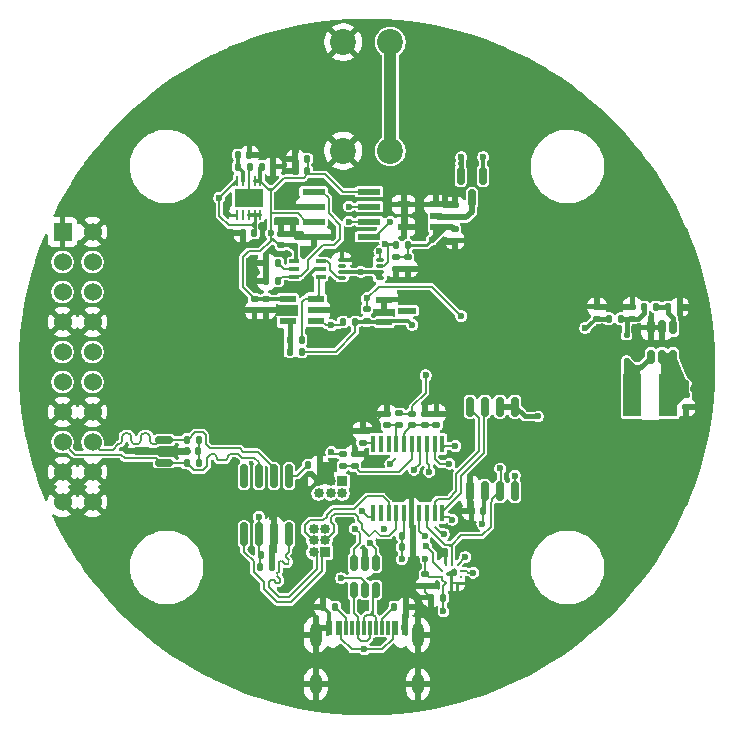
<source format=gbr>
%TF.GenerationSoftware,KiCad,Pcbnew,9.0.6*%
%TF.CreationDate,2026-01-16T15:37:09+00:00*%
%TF.ProjectId,mu,6d752e6b-6963-4616-945f-706362585858,rev?*%
%TF.SameCoordinates,Original*%
%TF.FileFunction,Copper,L4,Bot*%
%TF.FilePolarity,Positive*%
%FSLAX46Y46*%
G04 Gerber Fmt 4.6, Leading zero omitted, Abs format (unit mm)*
G04 Created by KiCad (PCBNEW 9.0.6) date 2026-01-16 15:37:09*
%MOMM*%
%LPD*%
G01*
G04 APERTURE LIST*
G04 Aperture macros list*
%AMRoundRect*
0 Rectangle with rounded corners*
0 $1 Rounding radius*
0 $2 $3 $4 $5 $6 $7 $8 $9 X,Y pos of 4 corners*
0 Add a 4 corners polygon primitive as box body*
4,1,4,$2,$3,$4,$5,$6,$7,$8,$9,$2,$3,0*
0 Add four circle primitives for the rounded corners*
1,1,$1+$1,$2,$3*
1,1,$1+$1,$4,$5*
1,1,$1+$1,$6,$7*
1,1,$1+$1,$8,$9*
0 Add four rect primitives between the rounded corners*
20,1,$1+$1,$2,$3,$4,$5,0*
20,1,$1+$1,$4,$5,$6,$7,0*
20,1,$1+$1,$6,$7,$8,$9,0*
20,1,$1+$1,$8,$9,$2,$3,0*%
G04 Aperture macros list end*
%TA.AperFunction,Conductor*%
%ADD10C,0.500000*%
%TD*%
%TA.AperFunction,Conductor*%
%ADD11C,0.200000*%
%TD*%
%TA.AperFunction,SMDPad,CuDef*%
%ADD12RoundRect,0.135000X0.135000X0.185000X-0.135000X0.185000X-0.135000X-0.185000X0.135000X-0.185000X0*%
%TD*%
%TA.AperFunction,SMDPad,CuDef*%
%ADD13RoundRect,0.150000X-0.150000X0.460000X-0.150000X-0.460000X0.150000X-0.460000X0.150000X0.460000X0*%
%TD*%
%TA.AperFunction,ComponentPad*%
%ADD14R,0.850000X0.850000*%
%TD*%
%TA.AperFunction,ComponentPad*%
%ADD15C,0.850000*%
%TD*%
%TA.AperFunction,SMDPad,CuDef*%
%ADD16RoundRect,0.135000X-0.135000X-0.185000X0.135000X-0.185000X0.135000X0.185000X-0.135000X0.185000X0*%
%TD*%
%TA.AperFunction,SMDPad,CuDef*%
%ADD17RoundRect,0.125000X-0.125000X0.125000X-0.125000X-0.125000X0.125000X-0.125000X0.125000X0.125000X0*%
%TD*%
%TA.AperFunction,SMDPad,CuDef*%
%ADD18RoundRect,0.135000X0.185000X-0.135000X0.185000X0.135000X-0.185000X0.135000X-0.185000X-0.135000X0*%
%TD*%
%TA.AperFunction,SMDPad,CuDef*%
%ADD19RoundRect,0.135000X-0.185000X0.135000X-0.185000X-0.135000X0.185000X-0.135000X0.185000X0.135000X0*%
%TD*%
%TA.AperFunction,ComponentPad*%
%ADD20C,2.200000*%
%TD*%
%TA.AperFunction,SMDPad,CuDef*%
%ADD21R,1.498600X3.606800*%
%TD*%
%TA.AperFunction,SMDPad,CuDef*%
%ADD22R,1.981200X0.558800*%
%TD*%
%TA.AperFunction,SMDPad,CuDef*%
%ADD23RoundRect,0.140000X-0.140000X-0.170000X0.140000X-0.170000X0.140000X0.170000X-0.140000X0.170000X0*%
%TD*%
%TA.AperFunction,SMDPad,CuDef*%
%ADD24RoundRect,0.140000X0.170000X-0.140000X0.170000X0.140000X-0.170000X0.140000X-0.170000X-0.140000X0*%
%TD*%
%TA.AperFunction,SMDPad,CuDef*%
%ADD25RoundRect,0.147500X-0.172500X0.147500X-0.172500X-0.147500X0.172500X-0.147500X0.172500X0.147500X0*%
%TD*%
%TA.AperFunction,SMDPad,CuDef*%
%ADD26RoundRect,0.140000X-0.170000X0.140000X-0.170000X-0.140000X0.170000X-0.140000X0.170000X0.140000X0*%
%TD*%
%TA.AperFunction,SMDPad,CuDef*%
%ADD27RoundRect,0.140000X0.140000X0.170000X-0.140000X0.170000X-0.140000X-0.170000X0.140000X-0.170000X0*%
%TD*%
%TA.AperFunction,SMDPad,CuDef*%
%ADD28RoundRect,0.150000X-0.150000X0.587500X-0.150000X-0.587500X0.150000X-0.587500X0.150000X0.587500X0*%
%TD*%
%TA.AperFunction,SMDPad,CuDef*%
%ADD29R,1.000000X0.599999*%
%TD*%
%TA.AperFunction,SMDPad,CuDef*%
%ADD30R,1.320800X0.558800*%
%TD*%
%TA.AperFunction,SMDPad,CuDef*%
%ADD31R,1.587500X0.558800*%
%TD*%
%TA.AperFunction,SMDPad,CuDef*%
%ADD32R,0.279400X0.254000*%
%TD*%
%TA.AperFunction,SMDPad,CuDef*%
%ADD33R,0.254000X0.279400*%
%TD*%
%TA.AperFunction,SMDPad,CuDef*%
%ADD34RoundRect,0.150000X0.587500X0.150000X-0.587500X0.150000X-0.587500X-0.150000X0.587500X-0.150000X0*%
%TD*%
%TA.AperFunction,SMDPad,CuDef*%
%ADD35R,0.355600X1.473200*%
%TD*%
%TA.AperFunction,SMDPad,CuDef*%
%ADD36R,0.850900X0.355600*%
%TD*%
%TA.AperFunction,SMDPad,CuDef*%
%ADD37R,0.600000X1.240000*%
%TD*%
%TA.AperFunction,SMDPad,CuDef*%
%ADD38R,0.300000X1.240000*%
%TD*%
%TA.AperFunction,HeatsinkPad*%
%ADD39O,1.000000X1.800000*%
%TD*%
%TA.AperFunction,HeatsinkPad*%
%ADD40O,1.000000X2.100000*%
%TD*%
%TA.AperFunction,SMDPad,CuDef*%
%ADD41R,1.473200X0.558800*%
%TD*%
%TA.AperFunction,ComponentPad*%
%ADD42R,1.524000X1.524000*%
%TD*%
%TA.AperFunction,ComponentPad*%
%ADD43C,1.524000*%
%TD*%
%TA.AperFunction,SMDPad,CuDef*%
%ADD44RoundRect,0.150000X0.150000X-0.825000X0.150000X0.825000X-0.150000X0.825000X-0.150000X-0.825000X0*%
%TD*%
%TA.AperFunction,SMDPad,CuDef*%
%ADD45RoundRect,0.162500X0.162500X-0.650000X0.162500X0.650000X-0.162500X0.650000X-0.162500X-0.650000X0*%
%TD*%
%TA.AperFunction,SMDPad,CuDef*%
%ADD46RoundRect,0.062500X0.062500X-0.362500X0.062500X0.362500X-0.062500X0.362500X-0.062500X-0.362500X0*%
%TD*%
%TA.AperFunction,HeatsinkPad*%
%ADD47R,2.380000X1.650000*%
%TD*%
%TA.AperFunction,SMDPad,CuDef*%
%ADD48RoundRect,0.150000X-0.150000X0.512500X-0.150000X-0.512500X0.150000X-0.512500X0.150000X0.512500X0*%
%TD*%
%TA.AperFunction,SMDPad,CuDef*%
%ADD49O,0.800001X0.299999*%
%TD*%
%TA.AperFunction,ViaPad*%
%ADD50C,0.600000*%
%TD*%
%TA.AperFunction,Conductor*%
%ADD51C,0.300000*%
%TD*%
%TA.AperFunction,Conductor*%
%ADD52C,0.600000*%
%TD*%
%TA.AperFunction,Conductor*%
%ADD53C,0.400000*%
%TD*%
%TA.AperFunction,Conductor*%
%ADD54C,0.350000*%
%TD*%
%TA.AperFunction,Conductor*%
%ADD55C,0.250000*%
%TD*%
%TA.AperFunction,Conductor*%
%ADD56C,1.000000*%
%TD*%
G04 APERTURE END LIST*
D10*
%TO.N,5V*%
X183309979Y-80690021D02*
X182136335Y-81863665D01*
D11*
X183500000Y-79692000D02*
X183500000Y-80692000D01*
X181500000Y-80692000D01*
X181500000Y-77192000D01*
X182500000Y-77192000D01*
X183500000Y-79692000D01*
%TA.AperFunction,Conductor*%
G36*
X183500000Y-79692000D02*
G01*
X183500000Y-80692000D01*
X181500000Y-80692000D01*
X181500000Y-77192000D01*
X182500000Y-77192000D01*
X183500000Y-79692000D01*
G37*
%TD.AperFunction*%
%TO.N,VBAT_Local*%
X145518680Y-62855228D02*
X145131844Y-62868156D01*
X145500000Y-62500000D01*
X145518680Y-62855228D01*
%TA.AperFunction,Conductor*%
G36*
X145518680Y-62855228D02*
G01*
X145131844Y-62868156D01*
X145500000Y-62500000D01*
X145518680Y-62855228D01*
G37*
%TD.AperFunction*%
%TO.N,GND*%
X153500000Y-88000000D02*
X152500000Y-88000000D01*
X152500000Y-86500000D01*
X153500000Y-86500000D01*
X153500000Y-88000000D01*
%TA.AperFunction,Conductor*%
G36*
X153500000Y-88000000D02*
G01*
X152500000Y-88000000D01*
X152500000Y-86500000D01*
X153500000Y-86500000D01*
X153500000Y-88000000D01*
G37*
%TD.AperFunction*%
%TD*%
D12*
%TO.P,R2,1*%
%TO.N,GND*%
X183020000Y-73212000D03*
%TO.P,R2,2*%
%TO.N,Net-(U2-FB)*%
X182000000Y-73212000D03*
%TD*%
D13*
%TO.P,U2,1,PGND*%
%TO.N,GND*%
X180550000Y-74967000D03*
%TO.P,U2,2,GND*%
X181500000Y-74967000D03*
%TO.P,U2,3,FB*%
%TO.N,Net-(U2-FB)*%
X182450000Y-74967000D03*
%TO.P,U2,4,~{SHDN}*%
%TO.N,5V*%
X182450000Y-77457000D03*
%TO.P,U2,5,VCC*%
X181500000Y-77457000D03*
%TO.P,U2,6,LX*%
%TO.N,Net-(D1-A)*%
X180550000Y-77457000D03*
%TD*%
D14*
%TO.P,J2,1,Pin_1*%
%TO.N,CAN_-*%
X153000000Y-94000000D03*
D15*
%TO.P,J2,2,Pin_2*%
%TO.N,CAN_+*%
X152000000Y-94000000D03*
%TO.P,J2,3,Pin_3*%
%TO.N,PA-*%
X153000000Y-93000000D03*
%TO.P,J2,4,Pin_4*%
%TO.N,PA+*%
X152000000Y-93000000D03*
%TO.P,J2,5,Pin_5*%
%TO.N,USB_D-*%
X153000000Y-92000000D03*
%TO.P,J2,6,Pin_6*%
%TO.N,USB_D+*%
X152000000Y-92000000D03*
%TD*%
D16*
%TO.P,R4,1*%
%TO.N,HV*%
X176980000Y-74212000D03*
%TO.P,R4,2*%
%TO.N,Net-(D1-K)*%
X178000000Y-74212000D03*
%TD*%
D17*
%TO.P,D1,1,K*%
%TO.N,Net-(D1-K)*%
X178500000Y-75612000D03*
%TO.P,D1,2,A*%
%TO.N,Net-(D1-A)*%
X178500000Y-77812000D03*
%TD*%
D18*
%TO.P,C10,1*%
%TO.N,HV*%
X176000000Y-74212000D03*
%TO.P,C10,2*%
%TO.N,GND*%
X176000000Y-73192000D03*
%TD*%
D14*
%TO.P,J3,1,Pin_1*%
%TO.N,NRST*%
X154437712Y-88000000D03*
D15*
%TO.P,J3,2,Pin_2*%
%TO.N,SWDIO*%
X154437712Y-89000000D03*
%TO.P,J3,3,Pin_3*%
%TO.N,GND*%
X153437712Y-88000000D03*
%TO.P,J3,4,Pin_4*%
%TO.N,SWCLK*%
X153437712Y-89000000D03*
%TO.P,J3,5,Pin_5*%
%TO.N,GND*%
X152437712Y-88000000D03*
%TO.P,J3,6,Pin_6*%
%TO.N,3.3V_Dig*%
X152437712Y-89000000D03*
%TD*%
D19*
%TO.P,C7,1*%
%TO.N,5V*%
X183500000Y-80702000D03*
%TO.P,C7,2*%
%TO.N,GND*%
X183500000Y-81722000D03*
%TD*%
D20*
%TO.P,J4,1,1_1*%
%TO.N,VBAT_Local*%
X158500001Y-50799998D03*
%TO.P,J4,2,1_2*%
X158500001Y-60000000D03*
%TO.P,J4,3,2_1*%
%TO.N,GND*%
X154500000Y-50799998D03*
%TO.P,J4,4,2_2*%
X154500000Y-60000000D03*
%TD*%
D21*
%TO.P,L1,1,1*%
%TO.N,5V*%
X182024000Y-80712000D03*
%TO.P,L1,2,2*%
%TO.N,Net-(D1-A)*%
X178976000Y-80712000D03*
%TD*%
D18*
%TO.P,C4,1*%
%TO.N,Net-(D1-K)*%
X179000000Y-74212000D03*
%TO.P,C4,2*%
%TO.N,GND*%
X179000000Y-73192000D03*
%TD*%
D12*
%TO.P,R1,1*%
%TO.N,Net-(U2-FB)*%
X181010000Y-73212000D03*
%TO.P,R1,2*%
%TO.N,Net-(D1-K)*%
X179990000Y-73212000D03*
%TD*%
D16*
%TO.P,R9,1*%
%TO.N,GND*%
X147990000Y-69500000D03*
%TO.P,R9,2*%
%TO.N,Net-(U10-LE{slash}HYS)*%
X149010000Y-69500000D03*
%TD*%
D22*
%TO.P,U13,1,VDD*%
%TO.N,5V*%
X156724400Y-63460000D03*
%TO.P,U13,2,\u002ACS*%
%TO.N,SPI_CS_DAC*%
X156724400Y-64730000D03*
%TO.P,U13,3,SCK*%
%TO.N,SPI_SCK*%
X156724400Y-66000000D03*
%TO.P,U13,4,SDI*%
%TO.N,SPI_MOSI*%
X156724400Y-67270000D03*
%TO.P,U13,5,\u002ALDAC*%
%TO.N,GND*%
X152000000Y-67270000D03*
%TO.P,U13,6,VREFA*%
%TO.N,5V*%
X152000000Y-66000000D03*
%TO.P,U13,7,AVSS*%
%TO.N,GND*%
X152000000Y-64730000D03*
%TO.P,U13,8,VOUTA*%
%TO.N,DAC_out*%
X152000000Y-63460000D03*
%TD*%
D23*
%TO.P,C20,1*%
%TO.N,Net-(U8-SET)*%
X145615000Y-60336000D03*
%TO.P,C20,2*%
%TO.N,GND*%
X146575000Y-60336000D03*
%TD*%
D24*
%TO.P,C16,1*%
%TO.N,GND*%
X163950001Y-67605001D03*
%TO.P,C16,2*%
%TO.N,3.3V_Dig*%
X163950001Y-66645001D03*
%TD*%
D16*
%TO.P,R17,1*%
%TO.N,CAN_o+*%
X141260000Y-84450000D03*
%TO.P,R17,2*%
%TO.N,Net-(C31-Pad1)*%
X142280000Y-84450000D03*
%TD*%
D25*
%TO.P,FB1,1*%
%TO.N,3.3V_Dig*%
X160363723Y-82263115D03*
%TO.P,FB1,2*%
%TO.N,Net-(U1B-VDDA)*%
X160363723Y-83233115D03*
%TD*%
D26*
%TO.P,C27,1*%
%TO.N,3.3V_Dig*%
X160000000Y-69020000D03*
%TO.P,C27,2*%
%TO.N,GND*%
X160000000Y-69980000D03*
%TD*%
D27*
%TO.P,C17,1*%
%TO.N,3.3V_Dig*%
X166334927Y-90541073D03*
%TO.P,C17,2*%
%TO.N,GND*%
X165374927Y-90541073D03*
%TD*%
D26*
%TO.P,C6,1*%
%TO.N,5V*%
X148000000Y-72520000D03*
%TO.P,C6,2*%
%TO.N,GND*%
X148000000Y-73480000D03*
%TD*%
D24*
%TO.P,C8,1*%
%TO.N,Net-(U1B-VDDA)*%
X161399970Y-83225681D03*
%TO.P,C8,2*%
%TO.N,GND*%
X161399970Y-82265681D03*
%TD*%
D16*
%TO.P,RF1,1*%
%TO.N,Net-(U6-INVERTINGINPUT)*%
X149990000Y-76000000D03*
%TO.P,RF1,2*%
%TO.N,Net-(U10-IN+)*%
X151010000Y-76000000D03*
%TD*%
D18*
%TO.P,R5,1*%
%TO.N,NRST*%
X159257121Y-83235736D03*
%TO.P,R5,2*%
%TO.N,3.3V_Dig*%
X159257121Y-82215736D03*
%TD*%
D26*
%TO.P,C5,1*%
%TO.N,5V*%
X147000000Y-72520000D03*
%TO.P,C5,2*%
%TO.N,GND*%
X147000000Y-73480000D03*
%TD*%
D28*
%TO.P,D2,1*%
%TO.N,VBAT_Local*%
X164450001Y-62125001D03*
%TO.P,D2,2*%
%TO.N,VBUS_RAW*%
X166350001Y-62125001D03*
%TO.P,D2,3*%
%TO.N,Net-(U4-IN)*%
X165400001Y-64000001D03*
%TD*%
D29*
%TO.P,U4,1,GND*%
%TO.N,GND*%
X162375001Y-64549999D03*
%TO.P,U4,2,IN*%
%TO.N,Net-(U4-IN)*%
X162375001Y-65500000D03*
%TO.P,U4,3,OUT*%
%TO.N,3.3V_Dig*%
X162375001Y-66449998D03*
%TO.P,U4,4,NC*%
%TO.N,GND*%
X159625001Y-66449998D03*
%TO.P,U4,5,NC*%
X159625001Y-64549999D03*
%TD*%
D27*
%TO.P,C23,1*%
%TO.N,GND*%
X148475691Y-94264761D03*
%TO.P,C23,2*%
%TO.N,3.3V_Dig*%
X147515691Y-94264761D03*
%TD*%
D24*
%TO.P,C9,1*%
%TO.N,Net-(U1B-VDDA)*%
X162406319Y-83220956D03*
%TO.P,C9,2*%
%TO.N,GND*%
X162406319Y-82260956D03*
%TD*%
D27*
%TO.P,C21,1*%
%TO.N,VBAT_Local*%
X146980000Y-67000000D03*
%TO.P,C21,2*%
%TO.N,GND*%
X146020000Y-67000000D03*
%TD*%
D30*
%TO.P,U12,1,CATHODE*%
%TO.N,2.5V_Ref*%
X158000000Y-74500000D03*
%TO.P,U12,2,ANODE*%
%TO.N,GND*%
X158000000Y-72599998D03*
D31*
%TO.P,U12,3,NC*%
%TO.N,unconnected-(U12-NC-Pad3)*%
X159898650Y-73549999D03*
%TD*%
D32*
%TO.P,U14,1,VDDIO*%
%TO.N,3.3V_Dig*%
X162900199Y-96079000D03*
%TO.P,U14,2,SCK*%
%TO.N,SPI_SCK*%
X162900199Y-95579000D03*
D33*
%TO.P,U14,3,VSS*%
%TO.N,GND*%
X163187600Y-95041600D03*
%TO.P,U14,4,SDI*%
%TO.N,SPI_MOSI*%
X163687599Y-95041600D03*
%TO.P,U14,5,SDO*%
%TO.N,SPI_MISO*%
X164187598Y-95041600D03*
D32*
%TO.P,U14,6,CSB*%
%TO.N,SPI_CS_BMP*%
X164474999Y-95579000D03*
%TO.P,U14,7,INT*%
%TO.N,unconnected-(U14-INT-Pad7)*%
X164474999Y-96079000D03*
D33*
%TO.P,U14,8,VSS*%
%TO.N,GND*%
X164187598Y-96616400D03*
%TO.P,U14,9,VSS*%
X163687599Y-96616400D03*
%TO.P,U14,10,VDD*%
%TO.N,3.3V_Dig*%
X163187600Y-96616400D03*
%TD*%
D12*
%TO.P,C29,1*%
%TO.N,5V*%
X151465075Y-60700069D03*
%TO.P,C29,2*%
%TO.N,GND*%
X150445075Y-60700069D03*
%TD*%
D16*
%TO.P,R10,1*%
%TO.N,Net-(U9-Rs)*%
X151490000Y-86622918D03*
%TO.P,R10,2*%
%TO.N,GND*%
X152510000Y-86622918D03*
%TD*%
D34*
%TO.P,D3,1,K*%
%TO.N,CAN_o+*%
X139375000Y-84500000D03*
%TO.P,D3,2,K*%
%TO.N,CAN_o-*%
X139375000Y-86400000D03*
%TO.P,D3,3,A*%
%TO.N,GND*%
X137500000Y-85450000D03*
%TD*%
D16*
%TO.P,R8,1*%
%TO.N,GND*%
X152821326Y-98608399D03*
%TO.P,R8,2*%
%TO.N,Net-(J1-CC2)*%
X153841326Y-98608399D03*
%TD*%
D35*
%TO.P,U1,1,PB8-BOOT0*%
%TO.N,BOOT0*%
X157049999Y-84824917D03*
%TO.P,U1,2,PF0-OSC_IN*%
%TO.N,unconnected-(U1A-PF0-OSC_IN-Pad2)*%
X157700000Y-84824917D03*
%TO.P,U1,3,PF1-OSC_OUT*%
%TO.N,unconnected-(U1A-PF1-OSC_OUT-Pad3)*%
X158349998Y-84824917D03*
%TO.P,U1,4,NRST*%
%TO.N,NRST*%
X159000000Y-84824917D03*
%TO.P,U1,5,VDDA*%
%TO.N,Net-(U1B-VDDA)*%
X159649998Y-84824917D03*
%TO.P,U1,6,PA0*%
%TO.N,Mode_sel*%
X160299997Y-84824917D03*
%TO.P,U1,7,PA1*%
%TO.N,Latch_Rst*%
X160949998Y-84824917D03*
%TO.P,U1,8,PA2*%
%TO.N,Latch_Out*%
X161599997Y-84824917D03*
%TO.P,U1,9,PA3*%
%TO.N,SPI_CS_FLASH*%
X162249998Y-84824917D03*
%TO.P,U1,10,PA4*%
%TO.N,SPI_CS_DAC*%
X162899997Y-84824917D03*
%TO.P,U1,11,PA5*%
%TO.N,SPI_SCK*%
X162899999Y-90666917D03*
%TO.P,U1,12,PA6*%
%TO.N,SPI_MISO*%
X162250001Y-90666917D03*
%TO.P,U1,13,PA7*%
%TO.N,SPI_MOSI*%
X161600000Y-90666917D03*
%TO.P,U1,14,PB1*%
%TO.N,SPI_CS_BMP*%
X160950001Y-90666917D03*
%TO.P,U1,15,VSS*%
%TO.N,GND*%
X160300000Y-90666917D03*
%TO.P,U1,16,VDD*%
%TO.N,3.3V_Dig*%
X159650001Y-90666917D03*
%TO.P,U1,17,PA9/PA11*%
%TO.N,PA-*%
X159000000Y-90666917D03*
%TO.P,U1,18,PA10/PA12*%
%TO.N,PA+*%
X158350001Y-90666917D03*
%TO.P,U1,19,PA13*%
%TO.N,SWDIO*%
X157700000Y-90666917D03*
%TO.P,U1,20,PA14*%
%TO.N,SWCLK*%
X157050001Y-90666917D03*
%TD*%
D12*
%TO.P,R3,1*%
%TO.N,2.5V_Ref*%
X155510000Y-74500000D03*
%TO.P,R3,2*%
%TO.N,Net-(U6-NONIINVERTINGINPUT)*%
X154490000Y-74500000D03*
%TD*%
D27*
%TO.P,C31,1*%
%TO.N,Net-(C31-Pad1)*%
X142240000Y-85450000D03*
%TO.P,C31,2*%
%TO.N,GND*%
X141280000Y-85450000D03*
%TD*%
D36*
%TO.P,U10,1,OUT*%
%TO.N,Net-(U10-OUT)*%
X152623950Y-69350001D03*
%TO.P,U10,2,VEE*%
%TO.N,GND*%
X152623950Y-70000000D03*
%TO.P,U10,3,IN+*%
%TO.N,Net-(U10-IN+)*%
X152623950Y-70649999D03*
%TO.P,U10,4,IN-*%
%TO.N,DAC_out*%
X150376050Y-70649999D03*
%TO.P,U10,5,LE/HYS*%
%TO.N,Net-(U10-LE{slash}HYS)*%
X150376050Y-70000000D03*
%TO.P,U10,6,VCC*%
%TO.N,5V*%
X150376050Y-69350001D03*
%TD*%
D26*
%TO.P,C26,1*%
%TO.N,3.3V_Dig*%
X159000000Y-69020000D03*
%TO.P,C26,2*%
%TO.N,GND*%
X159000000Y-69980000D03*
%TD*%
D37*
%TO.P,J1,A1,GND*%
%TO.N,GND*%
X159711326Y-100383399D03*
%TO.P,J1,A4,VBUS*%
%TO.N,VBUS_RAW*%
X158911326Y-100383399D03*
D38*
%TO.P,J1,A5,CC1*%
%TO.N,Net-(J1-CC1)*%
X157761326Y-100383399D03*
%TO.P,J1,A6,D+*%
%TO.N,Net-(J1-D+-PadA6)*%
X156761326Y-100383399D03*
%TO.P,J1,A7,D-*%
%TO.N,Net-(J1-D--PadA7)*%
X156261326Y-100383399D03*
%TO.P,J1,A8,SBU1*%
%TO.N,unconnected-(J1-SBU1-PadA8)*%
X155261326Y-100383399D03*
D37*
%TO.P,J1,A9,VBUS*%
%TO.N,VBUS_RAW*%
X154111326Y-100383399D03*
%TO.P,J1,A12,GND*%
%TO.N,GND*%
X153311326Y-100383399D03*
%TO.P,J1,B1,GND*%
X153311326Y-100383399D03*
%TO.P,J1,B4,VBUS*%
%TO.N,VBUS_RAW*%
X154111326Y-100383399D03*
D38*
%TO.P,J1,B5,CC2*%
%TO.N,Net-(J1-CC2)*%
X154761326Y-100383399D03*
%TO.P,J1,B6,D+*%
%TO.N,Net-(J1-D+-PadA6)*%
X155761326Y-100383399D03*
%TO.P,J1,B7,D-*%
%TO.N,Net-(J1-D--PadA7)*%
X157261326Y-100383399D03*
%TO.P,J1,B8,SBU2*%
%TO.N,unconnected-(J1-SBU2-PadB8)*%
X158261326Y-100383399D03*
D37*
%TO.P,J1,B9,VBUS*%
%TO.N,VBUS_RAW*%
X158911326Y-100383399D03*
%TO.P,J1,B12,GND*%
%TO.N,GND*%
X159711326Y-100383399D03*
D39*
%TO.P,J1,S1,SHIELD*%
X160831326Y-105183399D03*
D40*
X160831326Y-100983399D03*
D39*
X152191326Y-105183399D03*
D40*
X152191326Y-100983399D03*
%TD*%
D18*
%TO.P,R6,1*%
%TO.N,BOOT0*%
X156149998Y-84719917D03*
%TO.P,R6,2*%
%TO.N,GND*%
X156149998Y-83699917D03*
%TD*%
D41*
%TO.P,U6,1,OUTPUT*%
%TO.N,Net-(U10-IN+)*%
X152193800Y-72549999D03*
%TO.P,U6,2,VS-*%
%TO.N,GND*%
X152193800Y-73500000D03*
%TO.P,U6,3,NONIINVERTINGINPUT*%
%TO.N,Net-(U6-NONIINVERTINGINPUT)*%
X152193800Y-74450001D03*
%TO.P,U6,4,INVERTINGINPUT*%
%TO.N,Net-(U6-INVERTINGINPUT)*%
X149806200Y-74450001D03*
%TO.P,U6,5,VS+*%
%TO.N,5V*%
X149806200Y-72549999D03*
%TD*%
D16*
%TO.P,C30,1*%
%TO.N,GND*%
X161964999Y-97829001D03*
%TO.P,C30,2*%
%TO.N,3.3V_Dig*%
X162984999Y-97829001D03*
%TD*%
D42*
%TO.P,J5,01,01*%
%TO.N,GND*%
X130744815Y-66879292D03*
D43*
%TO.P,J5,02,02*%
X133284815Y-66879292D03*
%TO.P,J5,03,03*%
%TO.N,unconnected-(J5-Pad03)*%
X130744815Y-69419292D03*
%TO.P,J5,04,04*%
X133284815Y-69419292D03*
%TO.P,J5,05,05*%
X130744815Y-71959292D03*
%TO.P,J5,06,06*%
X133284815Y-71959292D03*
%TO.P,J5,07,07*%
%TO.N,GND*%
X130744815Y-74499292D03*
%TO.P,J5,08,08*%
X133284815Y-74499292D03*
%TO.P,J5,09,09*%
%TO.N,unconnected-(J5-Pad09)*%
X130744815Y-77039292D03*
%TO.P,J5,10,10*%
X133284815Y-77039292D03*
%TO.P,J5,11,11*%
X130744815Y-79579292D03*
%TO.P,J5,12,12*%
X133284815Y-79579292D03*
%TO.P,J5,13,13*%
%TO.N,GND*%
X130744815Y-82119292D03*
%TO.P,J5,14,14*%
X133284815Y-82119292D03*
%TO.P,J5,15,15*%
%TO.N,CAN_o-*%
X130744815Y-84659292D03*
%TO.P,J5,16,16*%
%TO.N,CAN_o+*%
X133284815Y-84659292D03*
%TO.P,J5,17,17*%
%TO.N,GND*%
X130744815Y-87199292D03*
%TO.P,J5,18,18*%
X133284815Y-87199292D03*
%TO.P,J5,19,19*%
X130744815Y-89739292D03*
%TO.P,J5,20,20*%
X133284815Y-89739292D03*
%TD*%
D16*
%TO.P,R11,1*%
%TO.N,Net-(U8-SET)*%
X145575000Y-61336000D03*
%TO.P,R11,2*%
%TO.N,Net-(R11-Pad2)*%
X146595000Y-61336000D03*
%TD*%
D27*
%TO.P,C28,1*%
%TO.N,5V*%
X151445075Y-61700069D03*
%TO.P,C28,2*%
%TO.N,GND*%
X150485075Y-61700069D03*
%TD*%
D44*
%TO.P,U9,1,D*%
%TO.N,CAN_+*%
X149905000Y-92475000D03*
%TO.P,U9,2,GND*%
%TO.N,GND*%
X148635000Y-92475000D03*
%TO.P,U9,3,VCC*%
%TO.N,3.3V_Dig*%
X147365000Y-92475000D03*
%TO.P,U9,4,R*%
%TO.N,CAN_-*%
X146095000Y-92475000D03*
%TO.P,U9,5,Vref*%
%TO.N,unconnected-(U9-Vref-Pad5)*%
X146095000Y-87525000D03*
%TO.P,U9,6,CANL*%
%TO.N,CAN_o-*%
X147365000Y-87525000D03*
%TO.P,U9,7,CANH*%
%TO.N,CAN_o+*%
X148635000Y-87525000D03*
%TO.P,U9,8,Rs*%
%TO.N,Net-(U9-Rs)*%
X149905000Y-87525000D03*
%TD*%
D12*
%TO.P,C24,1*%
%TO.N,GND*%
X148505691Y-95264761D03*
%TO.P,C24,2*%
%TO.N,3.3V_Dig*%
X147485691Y-95264761D03*
%TD*%
D45*
%TO.P,U5,1,~{CS}*%
%TO.N,SPI_CS_FLASH*%
X169053800Y-88834700D03*
%TO.P,U5,2,DO/IO_{1}*%
%TO.N,SPI_MOSI*%
X167783800Y-88834700D03*
%TO.P,U5,3,~{WP}/IO_{2}*%
%TO.N,3.3V_Dig*%
X166513800Y-88834700D03*
%TO.P,U5,4,GND*%
%TO.N,GND*%
X165243800Y-88834700D03*
%TO.P,U5,5,DI/IO_{0}*%
%TO.N,SPI_MISO*%
X165243800Y-81659700D03*
%TO.P,U5,6,CLK*%
%TO.N,SPI_SCK*%
X166513800Y-81659700D03*
%TO.P,U5,7,~{HOLD}/~{RESET}/IO_{3}*%
%TO.N,3.3V_Dig*%
X167783800Y-81659700D03*
%TO.P,U5,8,VCC*%
X169053800Y-81659700D03*
%TD*%
D19*
%TO.P,R13,1*%
%TO.N,GND*%
X155474999Y-85691918D03*
%TO.P,R13,2*%
%TO.N,Mode_sel*%
X155474999Y-86711918D03*
%TD*%
D46*
%TO.P,U8,1,IN*%
%TO.N,VBAT_Local*%
X147500000Y-65450000D03*
%TO.P,U8,2,IN*%
X147000000Y-65450000D03*
%TO.P,U8,3,EN/UV*%
X146500000Y-65450000D03*
%TO.P,U8,4,PG*%
%TO.N,unconnected-(U8-PG-Pad4)*%
X146000000Y-65450000D03*
%TO.P,U8,5,ILIM*%
%TO.N,GND*%
X145500000Y-65450000D03*
%TO.P,U8,6,PGFB*%
%TO.N,VBAT_Local*%
X145500000Y-62550000D03*
%TO.P,U8,7,SET*%
%TO.N,Net-(U8-SET)*%
X146000000Y-62550000D03*
%TO.P,U8,8,GND*%
%TO.N,Net-(R11-Pad2)*%
X146500000Y-62550000D03*
%TO.P,U8,9,OUTS*%
%TO.N,5V*%
X147000000Y-62550000D03*
%TO.P,U8,10,OUT*%
X147500000Y-62550000D03*
D47*
%TO.P,U8,11,GND*%
%TO.N,Net-(R11-Pad2)*%
X146500000Y-64000000D03*
%TD*%
D16*
%TO.P,R7,1*%
%TO.N,Net-(J1-CC1)*%
X158821326Y-98608399D03*
%TO.P,R7,2*%
%TO.N,GND*%
X159841326Y-98608399D03*
%TD*%
D12*
%TO.P,R14,1*%
%TO.N,Net-(C31-Pad1)*%
X142270000Y-86450000D03*
%TO.P,R14,2*%
%TO.N,CAN_o-*%
X141250000Y-86450000D03*
%TD*%
D18*
%TO.P,C19,1*%
%TO.N,5V*%
X150254569Y-68054549D03*
%TO.P,C19,2*%
%TO.N,GND*%
X150254569Y-67034549D03*
%TD*%
D24*
%TO.P,C22,1*%
%TO.N,5V*%
X149268112Y-68005456D03*
%TO.P,C22,2*%
%TO.N,GND*%
X149268112Y-67045456D03*
%TD*%
D19*
%TO.P,R16,1*%
%TO.N,5V*%
X156500000Y-73393599D03*
%TO.P,R16,2*%
%TO.N,2.5V_Ref*%
X156500000Y-74413599D03*
%TD*%
D24*
%TO.P,C13,1*%
%TO.N,NRST*%
X158182404Y-83225544D03*
%TO.P,C13,2*%
%TO.N,GND*%
X158182404Y-82265544D03*
%TD*%
D23*
%TO.P,C11,1*%
%TO.N,3.3V_Dig*%
X159474999Y-93579000D03*
%TO.P,C11,2*%
%TO.N,GND*%
X160434999Y-93579000D03*
%TD*%
D48*
%TO.P,U7,1,I/O1*%
%TO.N,USB_D+*%
X155381326Y-94908399D03*
%TO.P,U7,2,GND*%
%TO.N,GND*%
X156331326Y-94908399D03*
%TO.P,U7,3,I/O2*%
%TO.N,USB_D-*%
X157281326Y-94908399D03*
%TO.P,U7,4,I/O2*%
%TO.N,Net-(J1-D--PadA7)*%
X157281326Y-97183399D03*
%TO.P,U7,5,VBUS*%
%TO.N,VBUS_RAW*%
X156331326Y-97183399D03*
%TO.P,U7,6,I/O1*%
%TO.N,Net-(J1-D+-PadA6)*%
X155381326Y-97183399D03*
%TD*%
D12*
%TO.P,C18,1*%
%TO.N,DAC_out*%
X149010000Y-71000000D03*
%TO.P,C18,2*%
%TO.N,GND*%
X147990000Y-71000000D03*
%TD*%
D23*
%TO.P,C12,1*%
%TO.N,3.3V_Dig*%
X159454999Y-92579000D03*
%TO.P,C12,2*%
%TO.N,GND*%
X160414999Y-92579000D03*
%TD*%
D49*
%TO.P,U11,1,CLK*%
%TO.N,Net-(U10-OUT)*%
X154400001Y-70750001D03*
%TO.P,U11,2,D*%
%TO.N,3.3V_Dig*%
X154400001Y-70250002D03*
%TO.P,U11,3,Q_N*%
%TO.N,unconnected-(U11-Q_N-Pad3)*%
X154400001Y-69750000D03*
%TO.P,U11,4,GND*%
%TO.N,GND*%
X154400001Y-69250002D03*
%TO.P,U11,5,Q*%
%TO.N,Latch_Out*%
X157600002Y-69250002D03*
%TO.P,U11,6,CLR_N*%
%TO.N,Latch_Rst*%
X157600002Y-69750000D03*
%TO.P,U11,7,PRE_N*%
%TO.N,3.3V_Dig*%
X157600002Y-70250002D03*
%TO.P,U11,8,VCC*%
X157600002Y-70750001D03*
%TD*%
D23*
%TO.P,C25,1*%
%TO.N,5V*%
X147615000Y-61336000D03*
%TO.P,C25,2*%
%TO.N,GND*%
X148575000Y-61336000D03*
%TD*%
D12*
%TO.P,R15,1*%
%TO.N,3.3V_Dig*%
X160010000Y-68000000D03*
%TO.P,R15,2*%
%TO.N,Latch_Rst*%
X158990000Y-68000000D03*
%TD*%
D19*
%TO.P,C14,1*%
%TO.N,GND*%
X163950001Y-64615001D03*
%TO.P,C14,2*%
%TO.N,Net-(U4-IN)*%
X163950001Y-65635001D03*
%TD*%
D16*
%TO.P,Rg1,1*%
%TO.N,Net-(U6-INVERTINGINPUT)*%
X150000000Y-77000000D03*
%TO.P,Rg1,2*%
%TO.N,2.5V_Ref*%
X151020000Y-77000000D03*
%TD*%
D18*
%TO.P,C15,1*%
%TO.N,GND*%
X161474999Y-96839001D03*
%TO.P,C15,2*%
%TO.N,3.3V_Dig*%
X161474999Y-95819001D03*
%TD*%
%TO.P,R12,1*%
%TO.N,Mode_sel*%
X154474999Y-86711918D03*
%TO.P,R12,2*%
%TO.N,VBUS_RAW*%
X154474999Y-85691918D03*
%TD*%
D50*
%TO.N,HV*%
X175000000Y-75000000D03*
%TO.N,GND*%
X149585899Y-63595000D03*
X147000000Y-71000000D03*
X183000000Y-76192000D03*
X177024000Y-76712000D03*
X165299118Y-91500000D03*
X148500000Y-91000000D03*
X158500000Y-88500000D03*
X154000000Y-64500000D03*
X145000000Y-96000000D03*
X149371899Y-85596400D03*
X156331326Y-93871199D03*
X164187598Y-97500000D03*
X153500000Y-95500000D03*
X150500000Y-60000000D03*
X141000000Y-82000000D03*
X170500000Y-67000000D03*
X155000000Y-72000000D03*
X159500000Y-63000000D03*
X146575000Y-59356000D03*
X161331326Y-98683399D03*
X157600000Y-86589000D03*
X163500000Y-82500000D03*
X166000000Y-93500000D03*
X157285388Y-83479799D03*
X163125001Y-67549999D03*
X153640474Y-67263078D03*
X159625001Y-65549999D03*
X151831326Y-98683399D03*
X151000000Y-71500000D03*
X147000000Y-69500000D03*
X152000000Y-83000000D03*
X153500000Y-86622918D03*
X156224124Y-98579806D03*
X179500000Y-76192000D03*
X164000000Y-80000000D03*
X164305564Y-93596965D03*
X150000000Y-96000000D03*
X152000000Y-76000000D03*
X152000000Y-79000000D03*
X170500000Y-76500000D03*
X155540000Y-68750000D03*
X144600000Y-65000000D03*
X162000000Y-99000000D03*
X163125001Y-63549999D03*
X160449429Y-94364214D03*
X183500000Y-82688000D03*
X161023117Y-69998537D03*
X158385149Y-93500000D03*
X154331326Y-97683399D03*
X161023117Y-69998537D03*
X157253371Y-101598754D03*
X154500000Y-55500000D03*
X148595000Y-62336000D03*
X141000000Y-88500000D03*
X161000000Y-88500000D03*
X162805597Y-94089000D03*
X157831326Y-98683399D03*
X184000000Y-73212000D03*
X159371899Y-72500000D03*
X149500000Y-66000000D03*
X139000000Y-85450000D03*
X147000000Y-74500000D03*
X177524000Y-73212000D03*
%TO.N,3.3V_Dig*%
X161500000Y-79000000D03*
X163000000Y-99000000D03*
X147365000Y-90975598D03*
X171000000Y-82500000D03*
X161474999Y-94579000D03*
X162000000Y-67549999D03*
X156000000Y-70250000D03*
X166293225Y-91600756D03*
X159474999Y-94579000D03*
%TO.N,2.5V_Ref*%
X160356358Y-74750143D03*
%TO.N,5V*%
X183500000Y-79692000D03*
X164500000Y-74000000D03*
X148371899Y-67000000D03*
X156500000Y-72500000D03*
%TO.N,Latch_Out*%
X157570896Y-68515098D03*
X161784995Y-87170905D03*
%TO.N,VBAT_Local*%
X144000000Y-64000000D03*
X164500000Y-60549999D03*
%TO.N,NRST*%
X158500000Y-86500000D03*
%TO.N,VBUS_RAW*%
X156308094Y-102208399D03*
X153500000Y-85500000D03*
X154331326Y-96183399D03*
X166350001Y-60549999D03*
%TO.N,Latch_Rst*%
X160500000Y-87000000D03*
X158082944Y-67900434D03*
%TO.N,SPI_CS_FLASH*%
X169053800Y-87500000D03*
X163500000Y-86500000D03*
%TO.N,SPI_MISO*%
X164829415Y-94399782D03*
X163041065Y-92458935D03*
%TO.N,SPI_MOSI*%
X167796073Y-86899146D03*
X158500000Y-66000000D03*
%TO.N,SWDIO*%
X158000000Y-92000000D03*
%TO.N,SWCLK*%
X156123529Y-90500000D03*
%TO.N,SPI_SCK*%
X161498037Y-93432911D03*
X163750000Y-91250000D03*
X155000000Y-66000000D03*
%TO.N,SPI_CS_DAC*%
X164000000Y-85000000D03*
X155000000Y-64730000D03*
%TO.N,Net-(U6-NONIINVERTINGINPUT)*%
X153509908Y-74764117D03*
%TO.N,SPI_CS_BMP*%
X161416970Y-92637029D03*
X165500000Y-95718702D03*
%TO.N,USB_D+*%
X155500000Y-92000000D03*
%TO.N,USB_D-*%
X156789874Y-93215655D03*
%TD*%
D51*
%TO.N,HV*%
X175000000Y-75000000D02*
X175111500Y-75000000D01*
X175111500Y-75000000D02*
X175500000Y-74611500D01*
X175899500Y-74212000D02*
X175111500Y-75000000D01*
D52*
%TO.N,GND*%
X184000000Y-73212000D02*
X183020000Y-73212000D01*
D53*
X179000000Y-73192000D02*
X176000000Y-73192000D01*
D52*
X184024000Y-73212000D02*
X184000000Y-73212000D01*
D53*
X183500000Y-81722000D02*
X183500000Y-82688000D01*
D51*
X153311326Y-99098399D02*
X152821326Y-98608399D01*
D11*
X148635000Y-92475000D02*
X148635000Y-94105452D01*
D53*
X153437712Y-86685206D02*
X153500000Y-86622918D01*
D11*
X160300000Y-92464001D02*
X160414999Y-92579000D01*
D54*
X152623950Y-70000000D02*
X152137810Y-70000000D01*
D11*
X160449429Y-94364214D02*
X160414999Y-94329784D01*
D54*
X151568905Y-70568905D02*
X151568905Y-71068905D01*
D11*
X155039998Y-69250002D02*
X155540000Y-68750000D01*
X157285388Y-83479799D02*
X157416379Y-83479799D01*
X157893722Y-82265544D02*
X158182404Y-82265544D01*
D10*
X163125001Y-64549999D02*
X163884999Y-64549999D01*
D53*
X153437712Y-88000000D02*
X153437712Y-86685206D01*
D51*
X159711326Y-100383399D02*
X159711326Y-98738399D01*
D11*
X157285388Y-83479799D02*
X157257207Y-83507980D01*
X148505691Y-95264761D02*
X148505691Y-94294761D01*
X157464300Y-83431878D02*
X157464300Y-82694966D01*
D52*
X137500000Y-85450000D02*
X139000000Y-85450000D01*
D11*
X163180003Y-67605001D02*
X163125001Y-67549999D01*
D54*
X152137810Y-70000000D02*
X151568905Y-70568905D01*
D10*
X163125001Y-63549999D02*
X163125001Y-64549999D01*
D11*
X164187598Y-97500000D02*
X164187598Y-96616400D01*
D51*
X165243800Y-88834700D02*
X165243800Y-90672200D01*
D11*
X160300000Y-91000000D02*
X160300000Y-92464001D01*
X145050000Y-65450000D02*
X145500000Y-65450000D01*
X157416379Y-83479799D02*
X157464300Y-83431878D01*
X151000000Y-71500000D02*
X151123950Y-71500000D01*
D53*
X152437712Y-88000000D02*
X152437712Y-86695206D01*
D51*
X156331326Y-93871199D02*
X156331326Y-94545899D01*
D11*
X160414999Y-94329784D02*
X160414999Y-92579000D01*
X154400001Y-69250002D02*
X155039998Y-69250002D01*
X161964999Y-97829001D02*
X161964999Y-98964999D01*
X161964999Y-98964999D02*
X162000000Y-99000000D01*
X156341935Y-83507980D02*
X156149998Y-83699917D01*
X163500000Y-82500000D02*
X163265681Y-82265681D01*
D10*
X162375001Y-64549999D02*
X163125001Y-64549999D01*
D11*
X163187600Y-94471003D02*
X163008198Y-94291601D01*
X163187600Y-95041600D02*
X163187600Y-94471003D01*
X163884999Y-64549999D02*
X163950001Y-64615001D01*
X161474999Y-97339001D02*
X161964999Y-97829001D01*
X157464300Y-82694966D02*
X157893722Y-82265544D01*
X165299118Y-91500000D02*
X165374927Y-91424191D01*
D52*
X163950001Y-67605001D02*
X163180003Y-67605001D01*
D11*
X159711326Y-98738399D02*
X159841326Y-98608399D01*
D51*
X146575000Y-60336000D02*
X146575000Y-59356000D01*
D54*
X151568905Y-71068905D02*
X151137810Y-71500000D01*
D53*
X152437712Y-86695206D02*
X152510000Y-86622918D01*
D51*
X148595000Y-62336000D02*
X148595000Y-61356000D01*
D11*
X153500000Y-86622918D02*
X152510000Y-86622918D01*
X148505691Y-94294761D02*
X148475691Y-94264761D01*
X157257207Y-83507980D02*
X156341935Y-83507980D01*
D52*
X159625001Y-66449998D02*
X159625001Y-64549999D01*
D11*
X144600000Y-65000000D02*
X145050000Y-65450000D01*
X165374927Y-91424191D02*
X165374927Y-90541073D01*
X163687599Y-96616400D02*
X164187598Y-96616400D01*
X153311326Y-99638399D02*
X153311326Y-100383399D01*
D53*
X153437712Y-88000000D02*
X152437712Y-88000000D01*
D51*
X151137810Y-71500000D02*
X151000000Y-71500000D01*
D11*
X163265681Y-82265681D02*
X161399970Y-82265681D01*
X154270000Y-60275600D02*
X154270000Y-59564400D01*
D51*
X153311326Y-100383399D02*
X153311326Y-99098399D01*
D11*
X148635000Y-94105452D02*
X148475691Y-94264761D01*
D52*
X139000000Y-85450000D02*
X141280000Y-85450000D01*
D11*
X160434999Y-92599000D02*
X160414999Y-92579000D01*
X145500000Y-65450000D02*
X145450000Y-65500000D01*
X161474999Y-96839001D02*
X161474999Y-97339001D01*
%TO.N,3.3V_Dig*%
X159474999Y-92599000D02*
X159454999Y-92579000D01*
X161734998Y-96079000D02*
X162900199Y-96079000D01*
D55*
X160010000Y-68000000D02*
X160421898Y-68000000D01*
D11*
X162900199Y-96328999D02*
X163187600Y-96616400D01*
D10*
X162000000Y-67549999D02*
X163100001Y-66449998D01*
D53*
X169894100Y-82500000D02*
X169053800Y-81659700D01*
D11*
X166334927Y-91559054D02*
X166293225Y-91600756D01*
X147485691Y-95264761D02*
X147485691Y-94294761D01*
X157600002Y-70750001D02*
X157499999Y-70750001D01*
D51*
X157000000Y-70250002D02*
X157600002Y-70250002D01*
X157000000Y-70250002D02*
X157100003Y-70250002D01*
D11*
X160010000Y-68000000D02*
X160010000Y-69010000D01*
D51*
X157100003Y-70250002D02*
X157600002Y-70750001D01*
D11*
X147485691Y-94294761D02*
X147515691Y-94264761D01*
X160010000Y-68000000D02*
X160146899Y-68000000D01*
X162984999Y-96819001D02*
X163187600Y-96616400D01*
D51*
X166334927Y-90313887D02*
X166334927Y-90541073D01*
X154400001Y-70250002D02*
X157000000Y-70250002D01*
D11*
X167979398Y-81464102D02*
X167783800Y-81659700D01*
X160363723Y-82263115D02*
X159419883Y-82263115D01*
X157620001Y-70770000D02*
X157600002Y-70750001D01*
X160010000Y-69010000D02*
X160000000Y-69020000D01*
X169053800Y-81659700D02*
X168648800Y-81659700D01*
X147365000Y-92475000D02*
X147365000Y-90975598D01*
D10*
X168648800Y-81659700D02*
X167783800Y-81659700D01*
D11*
X159454999Y-94559000D02*
X159474999Y-94579000D01*
D51*
X157600002Y-70250002D02*
X157600002Y-70750001D01*
D10*
X162375001Y-66449998D02*
X162375001Y-67174998D01*
D11*
X161500000Y-80500000D02*
X160363723Y-81636277D01*
X161474999Y-95819001D02*
X161734998Y-96079000D01*
X166334927Y-90541073D02*
X166334927Y-91559054D01*
X159650001Y-91000000D02*
X159650001Y-92383998D01*
D55*
X160421898Y-68000000D02*
X161549999Y-68000000D01*
D51*
X166513800Y-88834700D02*
X166400207Y-88948293D01*
D11*
X147365000Y-94114070D02*
X147515691Y-94264761D01*
X162984999Y-97829001D02*
X162984999Y-96819001D01*
X162900199Y-96079000D02*
X162900199Y-96328999D01*
X160000000Y-69020000D02*
X159000000Y-69020000D01*
D51*
X166400207Y-90248607D02*
X166334927Y-90313887D01*
D10*
X163754998Y-66449998D02*
X163950001Y-66645001D01*
D11*
X161500000Y-79000000D02*
X161500000Y-80500000D01*
D10*
X163100001Y-66449998D02*
X162375001Y-66449998D01*
D55*
X161549999Y-68000000D02*
X162000000Y-67549999D01*
D11*
X163000000Y-97844002D02*
X162984999Y-97829001D01*
D51*
X166400207Y-88948293D02*
X166400207Y-90248607D01*
D10*
X163100001Y-66449998D02*
X163754998Y-66449998D01*
D11*
X159454999Y-92579000D02*
X159454999Y-94559000D01*
D53*
X171000000Y-82500000D02*
X169894100Y-82500000D01*
D11*
X159650001Y-92383998D02*
X159454999Y-92579000D01*
D10*
X162375001Y-67174998D02*
X162000000Y-67549999D01*
D11*
X147365000Y-91475598D02*
X147365000Y-90975598D01*
X161474999Y-95819001D02*
X161474999Y-94579000D01*
X160363723Y-81636277D02*
X160363723Y-81959954D01*
X147365000Y-92475000D02*
X147365000Y-94114070D01*
X147155000Y-92685000D02*
X147365000Y-92475000D01*
X163000000Y-99000000D02*
X163000000Y-97844002D01*
D53*
%TO.N,Net-(D1-K)*%
X178500000Y-75612000D02*
X178500000Y-74212000D01*
X179990000Y-73212000D02*
X179990000Y-73702000D01*
X178990000Y-74212000D02*
X178500000Y-74212000D01*
X179500000Y-74212000D02*
X179000000Y-74212000D01*
X178500000Y-74212000D02*
X178000000Y-74212000D01*
X179990000Y-73702000D02*
X180000000Y-73712000D01*
X180000000Y-73712000D02*
X179500000Y-74212000D01*
%TO.N,HV*%
X176000000Y-74212000D02*
X175899500Y-74212000D01*
X176000000Y-74212000D02*
X176980000Y-74212000D01*
D51*
%TO.N,2.5V_Ref*%
X160356358Y-74750143D02*
X160003484Y-74397269D01*
X160003484Y-74397269D02*
X158102731Y-74397269D01*
X158000000Y-74500000D02*
X155510000Y-74500000D01*
D11*
X155510000Y-74500000D02*
X155510000Y-75361899D01*
X153871899Y-77000000D02*
X151020000Y-77000000D01*
D51*
X158102731Y-74397269D02*
X158000000Y-74500000D01*
D11*
X155510000Y-75361899D02*
X153871899Y-77000000D01*
D10*
%TO.N,Net-(U4-IN)*%
X164940001Y-65635001D02*
X163950001Y-65635001D01*
D11*
X163940001Y-65625001D02*
X163950001Y-65635001D01*
D10*
X165400001Y-65175001D02*
X164940001Y-65635001D01*
D11*
X162375001Y-65500000D02*
X162500002Y-65625001D01*
D10*
X162500002Y-65625001D02*
X163940001Y-65625001D01*
X165400001Y-64000001D02*
X165400001Y-65175001D01*
D51*
%TO.N,Net-(U8-SET)*%
X145575000Y-60376000D02*
X145615000Y-60336000D01*
X146000000Y-62550000D02*
X146000000Y-61761000D01*
X145575000Y-61336000D02*
X145575000Y-60376000D01*
X146000000Y-61761000D02*
X145575000Y-61336000D01*
D53*
%TO.N,Net-(U2-FB)*%
X182000000Y-73212000D02*
X181010000Y-73212000D01*
X182000000Y-73712000D02*
X182000000Y-73212000D01*
X182450000Y-74967000D02*
X182450000Y-74162000D01*
X182450000Y-74162000D02*
X182000000Y-73712000D01*
%TO.N,5V*%
X183478402Y-80680402D02*
X182055598Y-80680402D01*
D11*
X182024000Y-80712000D02*
X181913000Y-80823000D01*
X182450000Y-77262000D02*
X182450000Y-77457000D01*
D53*
X183500000Y-80702000D02*
X183478402Y-80680402D01*
D52*
X182024000Y-77981000D02*
X182024000Y-80712000D01*
D11*
X181913000Y-80823000D02*
X181913000Y-82210436D01*
X182500000Y-77212000D02*
X182450000Y-77262000D01*
D53*
X183500000Y-79692000D02*
X183500000Y-80702000D01*
D11*
X182034000Y-80702000D02*
X182024000Y-80712000D01*
D52*
X181500000Y-77457000D02*
X182024000Y-77981000D01*
X181500000Y-77457000D02*
X182450000Y-77457000D01*
D53*
X182055598Y-80680402D02*
X182024000Y-80712000D01*
D11*
X148371899Y-67628101D02*
X148508775Y-67491225D01*
X151500000Y-61000000D02*
X151500000Y-61980000D01*
D51*
X150500000Y-68480000D02*
X150000000Y-67980000D01*
X150500000Y-69226051D02*
X150376050Y-69350001D01*
D11*
X153000000Y-62000000D02*
X151480000Y-62000000D01*
X148582406Y-63211392D02*
X148161391Y-63211392D01*
X162000000Y-71500000D02*
X157500000Y-71500000D01*
D51*
X150500000Y-68500000D02*
X150500000Y-68480000D01*
D11*
X148371899Y-67000000D02*
X148371899Y-67628101D01*
X147029999Y-72549999D02*
X147000000Y-72520000D01*
D51*
X147500000Y-62550000D02*
X147500000Y-61451000D01*
D11*
X146000000Y-69000000D02*
X146000000Y-71520000D01*
X148371899Y-65310400D02*
X150708400Y-65310400D01*
X148161391Y-63211392D02*
X147500000Y-62550000D01*
X148646899Y-63146899D02*
X149479829Y-62313969D01*
X147500000Y-68500000D02*
X146500000Y-68500000D01*
X148531225Y-67491225D02*
X149044403Y-68004403D01*
D51*
X150500000Y-68020000D02*
X150500000Y-68500000D01*
D11*
X149044403Y-68004403D02*
X149044403Y-67981953D01*
X151398000Y-66000000D02*
X152000000Y-66000000D01*
D51*
X150500000Y-68500000D02*
X150500000Y-69226051D01*
D11*
X154460000Y-63460000D02*
X153000000Y-62000000D01*
X148371899Y-63421899D02*
X148646899Y-63146899D01*
X148371899Y-63421899D02*
X148371899Y-67000000D01*
X151500000Y-61980000D02*
X151480000Y-62000000D01*
X146500000Y-68500000D02*
X146000000Y-69000000D01*
X157500000Y-71500000D02*
X156500000Y-72500000D01*
X148433403Y-66913403D02*
X148371899Y-66851899D01*
X156724400Y-63460000D02*
X154460000Y-63460000D01*
X147500000Y-61451000D02*
X147615000Y-61336000D01*
X150708400Y-65310400D02*
X151398000Y-66000000D01*
X149479829Y-62313969D02*
X151166031Y-62313969D01*
D51*
X149068806Y-67980000D02*
X150000000Y-67980000D01*
D11*
X151166031Y-62313969D02*
X151480000Y-62000000D01*
X156500000Y-72500000D02*
X156500000Y-73393599D01*
X148371899Y-67628101D02*
X147500000Y-68500000D01*
X164500000Y-74000000D02*
X162000000Y-71500000D01*
X146000000Y-71520000D02*
X147000000Y-72520000D01*
D51*
X150460000Y-67980000D02*
X150500000Y-68020000D01*
X149044403Y-68004403D02*
X149068806Y-67980000D01*
X149806200Y-72549999D02*
X147029999Y-72549999D01*
D11*
X148508775Y-67491225D02*
X148531225Y-67491225D01*
D51*
X150000000Y-67980000D02*
X150460000Y-67980000D01*
X147000000Y-62550000D02*
X147500000Y-62550000D01*
D11*
X148371899Y-63421899D02*
X148161391Y-63211392D01*
X148646899Y-63146899D02*
X148582406Y-63211392D01*
X148433403Y-67370953D02*
X148433403Y-66913403D01*
X149044403Y-67981953D02*
X148433403Y-67370953D01*
%TO.N,DAC_out*%
X150437049Y-70589000D02*
X150376050Y-70649999D01*
X150911000Y-70589000D02*
X150437049Y-70589000D01*
X153753495Y-68000000D02*
X154241474Y-67512021D01*
X153291600Y-65310400D02*
X153291600Y-64040400D01*
X151500000Y-70000000D02*
X151500000Y-69268701D01*
X152711200Y-63460000D02*
X152000000Y-63460000D01*
X151500000Y-70000000D02*
X150911000Y-70589000D01*
X152768701Y-68000000D02*
X153753495Y-68000000D01*
X154241474Y-66260274D02*
X153291600Y-65310400D01*
X149360001Y-70649999D02*
X149010000Y-71000000D01*
X153291600Y-64040400D02*
X152711200Y-63460000D01*
X151500000Y-69268701D02*
X152768701Y-68000000D01*
X154241474Y-67512021D02*
X154241474Y-66260274D01*
X150376050Y-70649999D02*
X149360001Y-70649999D01*
%TO.N,Latch_Out*%
X161784995Y-86588993D02*
X161599997Y-86403995D01*
X161599997Y-86403995D02*
X161599997Y-85158000D01*
X157570896Y-68515098D02*
X157585994Y-68515098D01*
X161784995Y-87170905D02*
X161784995Y-86588993D01*
X157600002Y-68529106D02*
X157600002Y-69250002D01*
X157585994Y-68515098D02*
X157600002Y-68529106D01*
%TO.N,VBAT_Local*%
X144801000Y-66301000D02*
X146580000Y-66301000D01*
D51*
X147500000Y-65450000D02*
X146500000Y-65450000D01*
D55*
X147000000Y-66550000D02*
X147000000Y-66050000D01*
D51*
X147000000Y-65450000D02*
X147500000Y-65450000D01*
D11*
X146580000Y-66301000D02*
X146749000Y-66301000D01*
D56*
X158500000Y-50399999D02*
X158500000Y-59600001D01*
D53*
X164500000Y-60549999D02*
X164500000Y-62075002D01*
D11*
X144000000Y-64000000D02*
X145450000Y-62550000D01*
D55*
X147000000Y-66050000D02*
X147000000Y-65450000D01*
D11*
X146749000Y-66301000D02*
X147000000Y-66050000D01*
X145450000Y-62550000D02*
X145500000Y-62550000D01*
X144000000Y-65500000D02*
X144801000Y-66301000D01*
X146751000Y-66301000D02*
X147000000Y-66550000D01*
D55*
X147000000Y-66550000D02*
X147000000Y-67000000D01*
D11*
X146580000Y-66301000D02*
X146751000Y-66301000D01*
D53*
X164454399Y-60992502D02*
X164404400Y-61042501D01*
D11*
X144000000Y-64000000D02*
X144000000Y-65500000D01*
D52*
%TO.N,Net-(D1-A)*%
X178976000Y-80712000D02*
X179321500Y-80366500D01*
X178500000Y-80236000D02*
X178976000Y-80712000D01*
X178500000Y-77812000D02*
X178500000Y-80236000D01*
D53*
X180550000Y-77457000D02*
X179719000Y-78288000D01*
D52*
X178500000Y-77812000D02*
X178976000Y-78288000D01*
D53*
X178976000Y-79031000D02*
X178976000Y-80712000D01*
D52*
X179321500Y-78633500D02*
X178500000Y-77812000D01*
X179321500Y-80366500D02*
X179321500Y-78633500D01*
D53*
X179719000Y-78288000D02*
X178976000Y-78288000D01*
D52*
X178976000Y-78288000D02*
X178976000Y-79760000D01*
D53*
X180550000Y-77457000D02*
X178976000Y-79031000D01*
D11*
%TO.N,Net-(U10-IN+)*%
X152623950Y-70649999D02*
X152500000Y-70773949D01*
X152500000Y-72243799D02*
X152193800Y-72549999D01*
X152020000Y-72376199D02*
X152193800Y-72549999D01*
X151000000Y-76000000D02*
X151000000Y-72807199D01*
X152500000Y-70773949D02*
X152500000Y-72243799D01*
X151257200Y-72549999D02*
X152193800Y-72549999D01*
X151000000Y-72807199D02*
X151257200Y-72549999D01*
%TO.N,NRST*%
X159000000Y-83492857D02*
X159000000Y-84824917D01*
X159257121Y-83235736D02*
X159000000Y-83492857D01*
X159257121Y-83235736D02*
X159257121Y-83242879D01*
X159000000Y-86000000D02*
X158500000Y-86500000D01*
X158405734Y-83235736D02*
X159257121Y-83235736D01*
%TO.N,Net-(U1B-VDDA)*%
X160363723Y-83233115D02*
X160108514Y-83488324D01*
X162394160Y-83233115D02*
X162406319Y-83220956D01*
X160363723Y-83233115D02*
X162394160Y-83233115D01*
X159649998Y-85158000D02*
X159649998Y-84250001D01*
X160108514Y-83488324D02*
X160108514Y-83500000D01*
X159649998Y-83993340D02*
X159649998Y-84824917D01*
X159770998Y-83837516D02*
X159770998Y-83872340D01*
X160108514Y-83500000D02*
X159770998Y-83837516D01*
X159770998Y-83872340D02*
X159649998Y-83993340D01*
%TO.N,VBUS_RAW*%
X156308094Y-102208399D02*
X155214326Y-102208399D01*
X158712326Y-101304399D02*
X158712326Y-100582399D01*
X156331326Y-96520900D02*
X156331326Y-97183399D01*
X154331326Y-96183399D02*
X155993825Y-96183399D01*
X158712326Y-100582399D02*
X158911326Y-100383399D01*
X153691918Y-85691918D02*
X154474999Y-85691918D01*
X156308094Y-102208399D02*
X157808326Y-102208399D01*
X153500000Y-85500000D02*
X153691918Y-85691918D01*
X154310326Y-101304399D02*
X154310326Y-100582399D01*
X157808326Y-102208399D02*
X158712326Y-101304399D01*
D51*
X166350001Y-60549999D02*
X166350001Y-62125001D01*
D11*
X155993825Y-96183399D02*
X156331326Y-96520900D01*
X155214326Y-102208399D02*
X154310326Y-101304399D01*
X154310326Y-100582399D02*
X154111326Y-100383399D01*
%TO.N,CAN_-*%
X148906802Y-98225000D02*
X150093198Y-98225000D01*
X146095000Y-92475000D02*
X146095000Y-93937501D01*
X146914691Y-94757192D02*
X146914691Y-95634101D01*
X150093198Y-98225000D02*
X152725001Y-95593197D01*
X147775000Y-96494410D02*
X147775000Y-97093198D01*
X152725001Y-95593197D02*
X152725001Y-94274999D01*
X146095000Y-93937501D02*
X146914691Y-94757192D01*
X152725001Y-94274999D02*
X153000000Y-94000000D01*
X146914691Y-95634101D02*
X147775000Y-96494410D01*
X147775000Y-97093198D02*
X148906802Y-98225000D01*
X146095000Y-92475000D02*
X146095000Y-93150000D01*
%TO.N,Net-(J1-CC2)*%
X154761326Y-100383399D02*
X154761326Y-99528399D01*
X154761326Y-99528399D02*
X153841326Y-98608399D01*
%TO.N,CAN_+*%
X148225000Y-96485792D02*
X148355396Y-96355396D01*
X149827884Y-94996573D02*
X149892937Y-94931519D01*
X149892937Y-94671303D02*
X149662173Y-94440539D01*
X148940878Y-95769910D02*
X149005934Y-95704857D01*
X149906802Y-97775000D02*
X149093198Y-97775000D01*
X149076691Y-95124101D02*
X149076691Y-94765810D01*
X148225000Y-96906802D02*
X148225000Y-96485792D01*
X149005934Y-95704857D02*
X149076691Y-95634101D01*
X149076691Y-95634101D02*
X149076691Y-95124101D01*
X149093198Y-97775000D02*
X148225000Y-96906802D01*
X149905000Y-93500000D02*
X149905000Y-92475000D01*
X152274999Y-95406803D02*
X149906802Y-97775000D01*
X149336906Y-94765810D02*
X149567669Y-94996573D01*
X152274999Y-94274999D02*
X152274999Y-95406803D01*
X149171642Y-96260889D02*
X148940878Y-96030125D01*
X149662173Y-94180324D02*
X149727229Y-94115271D01*
X148615611Y-96355396D02*
X148846374Y-96586159D01*
X149727229Y-94115271D02*
X149905000Y-93937501D01*
X152000000Y-94000000D02*
X152274999Y-94274999D01*
X149106589Y-96586159D02*
X149171642Y-96521105D01*
X149905000Y-93937501D02*
X149905000Y-93500000D01*
X148940878Y-96030125D02*
G75*
G02*
X148940860Y-95769893I130122J130125D01*
G01*
X149892937Y-94931519D02*
G75*
G03*
X149892948Y-94671292I-130137J130119D01*
G01*
X149662173Y-94440539D02*
G75*
G02*
X149662141Y-94180293I130127J130139D01*
G01*
X149076691Y-94765810D02*
G75*
G02*
X149336906Y-94765809I130108J-130108D01*
G01*
X148846374Y-96586159D02*
G75*
G03*
X149106589Y-96586160I130108J130108D01*
G01*
X148355396Y-96355396D02*
G75*
G02*
X148615611Y-96355395I130108J-130108D01*
G01*
X149567669Y-94996573D02*
G75*
G03*
X149827884Y-94996574I130108J130108D01*
G01*
X149171642Y-96521105D02*
G75*
G03*
X149171639Y-96260892I-130142J130105D01*
G01*
%TO.N,Net-(J1-CC1)*%
X157761326Y-100383399D02*
X157761326Y-99668399D01*
X157761326Y-99668399D02*
X158821326Y-98608399D01*
%TO.N,Latch_Rst*%
X158301003Y-69436812D02*
X157987815Y-69750000D01*
X157987815Y-69750000D02*
X157600002Y-69750000D01*
X158082944Y-67900434D02*
X158301003Y-68118493D01*
X158082944Y-67900434D02*
X158890434Y-67900434D01*
X160974999Y-85183001D02*
X160949998Y-85158000D01*
X160974999Y-86499596D02*
X160974999Y-85183001D01*
X158419496Y-68000000D02*
X158990000Y-68000000D01*
X158890434Y-67900434D02*
X158990000Y-68000000D01*
X160500000Y-87000000D02*
X160500000Y-86974595D01*
X158301003Y-68118493D02*
X158419496Y-68000000D01*
X160500000Y-86974595D02*
X160974999Y-86499596D01*
X158301003Y-68118493D02*
X158301003Y-69436812D01*
%TO.N,Net-(U10-LE{slash}HYS)*%
X149510000Y-70000000D02*
X149010000Y-69500000D01*
X150376050Y-70000000D02*
X149510000Y-70000000D01*
%TO.N,BOOT0*%
X156944999Y-85053000D02*
X157049999Y-85158000D01*
X156149998Y-84719917D02*
X156944999Y-84719917D01*
%TO.N,Net-(J1-D+-PadA6)*%
X155761326Y-99511399D02*
X155761326Y-100383399D01*
X155381326Y-97183399D02*
X155381326Y-99131399D01*
X155761326Y-101261326D02*
X156000000Y-101500000D01*
X156000000Y-101500000D02*
X156516725Y-101500000D01*
X155381326Y-96820899D02*
X155331326Y-96870899D01*
X155761326Y-100383399D02*
X155761326Y-101261326D01*
X155381326Y-99131399D02*
X155761326Y-99511399D01*
X156761326Y-101255399D02*
X156761326Y-100383399D01*
X156516725Y-101500000D02*
X156761326Y-101255399D01*
%TO.N,Mode_sel*%
X159204597Y-87190000D02*
X155953081Y-87190000D01*
X160299997Y-86094600D02*
X159204597Y-87190000D01*
X160299997Y-86094600D02*
X160299997Y-85158000D01*
X155953081Y-87190000D02*
X155474999Y-86711918D01*
X154474999Y-86711918D02*
X155474999Y-86711918D01*
%TO.N,SPI_CS_FLASH*%
X162675832Y-86520434D02*
X162249998Y-86094600D01*
X163500000Y-86500000D02*
X163479566Y-86520434D01*
X169053800Y-87500000D02*
X169053800Y-88834700D01*
X163479566Y-86520434D02*
X162675832Y-86520434D01*
X162249998Y-86094600D02*
X162249998Y-85158000D01*
%TO.N,SPI_MISO*%
X162250001Y-89749999D02*
X162500000Y-89500000D01*
X166000000Y-82618390D02*
X165243800Y-81862190D01*
X162250001Y-90666917D02*
X162250001Y-89749999D01*
X164099000Y-88833900D02*
X164099000Y-87333900D01*
X166000000Y-85432900D02*
X166000000Y-82618390D01*
X162854934Y-92458935D02*
X162250001Y-91854002D01*
X162500000Y-89500000D02*
X163432900Y-89500000D01*
X164099000Y-87333900D02*
X166000000Y-85432900D01*
X164829415Y-94399782D02*
X164187598Y-95041600D01*
X163041065Y-92458935D02*
X162854934Y-92458935D01*
X165243800Y-81862190D02*
X165243800Y-81659700D01*
X163432900Y-89500000D02*
X164099000Y-88833900D01*
%TO.N,SPI_MOSI*%
X167139800Y-89681190D02*
X167000000Y-89820990D01*
X163474999Y-93366400D02*
X163687599Y-93579000D01*
X163687599Y-93366400D02*
X163687599Y-93579000D01*
X161600000Y-90063400D02*
X161600000Y-91866399D01*
X167000000Y-91824067D02*
X166270068Y-92553999D01*
X163100001Y-93366400D02*
X163474999Y-93366400D01*
X158500000Y-66000000D02*
X157230000Y-67270000D01*
X167835833Y-86938906D02*
X167835833Y-88782667D01*
X166270068Y-92553999D02*
X164500000Y-92553999D01*
X167783800Y-88834700D02*
X167139800Y-89478700D01*
X163687599Y-93579000D02*
X163687599Y-95041600D01*
X167796073Y-86899146D02*
X167835833Y-86938906D01*
X167000000Y-89820990D02*
X167000000Y-91824067D01*
X167835833Y-88782667D02*
X167783800Y-88834700D01*
X163687599Y-93366400D02*
X163474999Y-93366400D01*
X167139800Y-89478700D02*
X167139800Y-89681190D01*
X157230000Y-67270000D02*
X156724400Y-67270000D01*
X161600000Y-91866399D02*
X163100001Y-93366400D01*
X164500000Y-92553999D02*
X163687599Y-93366400D01*
%TO.N,SWDIO*%
X157700000Y-90200000D02*
X157700000Y-91000000D01*
%TO.N,SWCLK*%
X156623529Y-91000000D02*
X157050001Y-91000000D01*
X156123529Y-90500000D02*
X156623529Y-91000000D01*
%TO.N,SPI_SCK*%
X163500000Y-91000000D02*
X162899999Y-91000000D01*
X162899999Y-90600001D02*
X164500000Y-89000000D01*
X162148487Y-94827288D02*
X162900199Y-95579000D01*
X166401000Y-85599000D02*
X166401000Y-82452290D01*
X162148487Y-94083361D02*
X162148487Y-94827288D01*
X164500000Y-89000000D02*
X164500000Y-87500000D01*
X166399067Y-82450357D02*
X166399067Y-81774433D01*
X164500000Y-87500000D02*
X166401000Y-85599000D01*
X161498037Y-93432911D02*
X162148487Y-94083361D01*
X163750000Y-91250000D02*
X163500000Y-91000000D01*
X166399067Y-81774433D02*
X166513800Y-81659700D01*
X156724400Y-66000000D02*
X155000000Y-66000000D01*
X166513800Y-81659700D02*
X166513800Y-81457210D01*
X166401000Y-82452290D02*
X166399067Y-82450357D01*
X162927800Y-90476847D02*
X162887999Y-90437046D01*
X162899999Y-91000000D02*
X162899999Y-90600001D01*
%TO.N,SPI_CS_DAC*%
X164000000Y-85000000D02*
X163000000Y-85000000D01*
X162899997Y-85100003D02*
X162899997Y-85158000D01*
X156724400Y-64730000D02*
X155000000Y-64730000D01*
X163010999Y-85046998D02*
X162899997Y-85158000D01*
X163000000Y-85000000D02*
X162899997Y-85100003D01*
%TO.N,Net-(U10-OUT)*%
X153350400Y-70088212D02*
X153963190Y-70701002D01*
X154400001Y-70701002D02*
X154400001Y-70750001D01*
X152623950Y-69350001D02*
X153149999Y-69350001D01*
X153963190Y-70701002D02*
X154400001Y-70701002D01*
X153350400Y-69550402D02*
X153350400Y-70088212D01*
X153149999Y-69350001D02*
X153350400Y-69550402D01*
%TO.N,Net-(J1-D--PadA7)*%
X157030630Y-97434095D02*
X157030630Y-99000000D01*
X157281326Y-97183399D02*
X157030630Y-97434095D01*
X156261326Y-99511399D02*
X156492022Y-99280703D01*
X157281326Y-96820899D02*
X157107326Y-96994899D01*
X156500000Y-99280703D02*
X157030630Y-99280703D01*
X157261326Y-99511399D02*
X157261326Y-100383399D01*
X156749927Y-99280703D02*
X157030630Y-99000000D01*
X156492022Y-99280703D02*
X156500000Y-99280703D01*
X157261326Y-100383399D02*
X157230326Y-100352399D01*
X156261326Y-100383399D02*
X156261326Y-99511399D01*
X157030630Y-99000000D02*
X157030630Y-99280703D01*
X156500000Y-99280703D02*
X156749927Y-99280703D01*
X157030630Y-99280703D02*
X157261326Y-99511399D01*
%TO.N,Net-(U6-NONIINVERTINGINPUT)*%
X152755226Y-74500000D02*
X152243799Y-74500000D01*
X154490000Y-74510000D02*
X154490000Y-74500000D01*
X153509908Y-74764117D02*
X153019343Y-74764117D01*
X154235883Y-74764117D02*
X154490000Y-74510000D01*
X153019343Y-74764117D02*
X152755226Y-74500000D01*
X152243799Y-74500000D02*
X152193800Y-74450001D01*
X153509908Y-74764117D02*
X154235883Y-74764117D01*
%TO.N,Net-(U9-Rs)*%
X150587918Y-87525000D02*
X151490000Y-86622918D01*
X149905000Y-87525000D02*
X150587918Y-87525000D01*
%TO.N,Net-(R11-Pad2)*%
X146500000Y-62550000D02*
X146500000Y-64000000D01*
X146500000Y-61431000D02*
X146500000Y-62550000D01*
X146595000Y-61336000D02*
X146500000Y-61431000D01*
%TO.N,Net-(U6-INVERTINGINPUT)*%
X150000000Y-74643801D02*
X149806200Y-74450001D01*
D53*
X150000000Y-77000000D02*
X150000000Y-74643801D01*
D11*
%TO.N,SPI_CS_BMP*%
X165114701Y-95718702D02*
X164974999Y-95579000D01*
X165500000Y-95718702D02*
X165114701Y-95718702D01*
X161416970Y-92637029D02*
X160950001Y-92170059D01*
X164974999Y-95579000D02*
X164474999Y-95579000D01*
X160950001Y-92170059D02*
X160950001Y-91000000D01*
%TO.N,USB_D+*%
X155500000Y-92000000D02*
X155907616Y-92407616D01*
X155907616Y-92407616D02*
X155907616Y-93192616D01*
X155907616Y-93192616D02*
X155381326Y-93718906D01*
X155381326Y-93718906D02*
X155381326Y-94908399D01*
%TO.N,USB_D-*%
X156789874Y-93227458D02*
X157281326Y-93718910D01*
X156789874Y-93215655D02*
X156789874Y-93227458D01*
X157281326Y-93718910D02*
X157281326Y-94908399D01*
%TO.N,PA+*%
X152825000Y-91274000D02*
X152699280Y-91274000D01*
X151274000Y-91699280D02*
X151274000Y-92300720D01*
X152300720Y-91274000D02*
X151699280Y-91274000D01*
X152699280Y-91274000D02*
X152698670Y-91274610D01*
X151699280Y-92726000D02*
X152274000Y-92726000D01*
X152698670Y-91274610D02*
X152301330Y-91274610D01*
X158350001Y-89733589D02*
X157890895Y-89274483D01*
X157890895Y-89274483D02*
X156500517Y-89274483D01*
X151699280Y-91274000D02*
X151274000Y-91699280D01*
X155451000Y-90324000D02*
X153608900Y-90324000D01*
X158350001Y-90666917D02*
X158350001Y-89733589D01*
X153099000Y-90833900D02*
X153099000Y-91000000D01*
X153099000Y-91000000D02*
X152825000Y-91274000D01*
X153608900Y-90324000D02*
X153099000Y-90833900D01*
X152301330Y-91274610D02*
X152300720Y-91274000D01*
X152274000Y-92726000D02*
X152000000Y-93000000D01*
X151274000Y-92300720D02*
X151699280Y-92726000D01*
X156500517Y-89274483D02*
X155451000Y-90324000D01*
%TO.N,PA-*%
X159000000Y-92000000D02*
X159000000Y-91000000D01*
X157875656Y-92614655D02*
X158385345Y-92614655D01*
X153726000Y-91699280D02*
X153500000Y-91473280D01*
X156101000Y-91578744D02*
X156101000Y-92000000D01*
X153500000Y-91473280D02*
X153500000Y-91000000D01*
X156300500Y-92199500D02*
X156715656Y-92614655D01*
X156101000Y-92000000D02*
X156300500Y-92199500D01*
X153000000Y-92726000D02*
X153300720Y-92726000D01*
X155771199Y-90996199D02*
X155771199Y-91248943D01*
X155771199Y-91248943D02*
X156101000Y-91578744D01*
X157700948Y-92614655D02*
X157875656Y-92614655D01*
X158385345Y-92614655D02*
X159000000Y-92000000D01*
X155500000Y-90725000D02*
X155771199Y-90996199D01*
X153500000Y-91000000D02*
X153775000Y-90725000D01*
X153775000Y-90725000D02*
X155500000Y-90725000D01*
X157120948Y-92209363D02*
X157295656Y-92209363D01*
X153300720Y-92726000D02*
X153726000Y-92300720D01*
X153000000Y-93000000D02*
X153000000Y-92726000D01*
X153726000Y-92300720D02*
X153726000Y-91699280D01*
X157498302Y-92412009D02*
G75*
G03*
X157700948Y-92614598I202598J9D01*
G01*
X157295656Y-92209363D02*
G75*
G02*
X157498337Y-92412009I44J-202637D01*
G01*
X156715656Y-92614655D02*
G75*
G03*
X156918355Y-92412009I44J202655D01*
G01*
X156918302Y-92412009D02*
G75*
G02*
X157120948Y-92209402I202598J9D01*
G01*
%TO.N,CAN_o-*%
X143000000Y-86000000D02*
X143329999Y-85670001D01*
X139000000Y-86400000D02*
X138651000Y-86051000D01*
X136380360Y-86051000D02*
X136379389Y-86050029D01*
X139425000Y-86450000D02*
X139375000Y-86400000D01*
X145420000Y-85670001D02*
X145643604Y-85670001D01*
X143329999Y-85670001D02*
X143500000Y-85670001D01*
X136379389Y-86050029D02*
X136050029Y-86050029D01*
X141871000Y-87071000D02*
X142646207Y-87071000D01*
X135722292Y-85722292D02*
X131807815Y-85722292D01*
X143000000Y-86717207D02*
X143000000Y-86000000D01*
X131807815Y-85722292D02*
X130744815Y-84659292D01*
X141250000Y-86450000D02*
X141871000Y-87071000D01*
X145643604Y-85670001D02*
X145948755Y-85975152D01*
X146975152Y-85975152D02*
X147365000Y-86365000D01*
X138651000Y-86051000D02*
X136380360Y-86051000D01*
X136050029Y-86050029D02*
X135722292Y-85722292D01*
X145014250Y-85670001D02*
X145420000Y-85670001D01*
X142646207Y-87071000D02*
X143000000Y-86717207D01*
X147365000Y-86365000D02*
X147365000Y-88025000D01*
X145948755Y-85975152D02*
X146975152Y-85975152D01*
X144054250Y-86224251D02*
X144460000Y-86224251D01*
X141250000Y-86450000D02*
X139425000Y-86450000D01*
X144460000Y-86224251D02*
G75*
G03*
X144737151Y-85947126I0J277151D01*
G01*
X143777125Y-85947126D02*
G75*
G03*
X144054250Y-86224175I277075J26D01*
G01*
X144737125Y-85947126D02*
G75*
G02*
X145014250Y-85670025I277075J26D01*
G01*
X143500000Y-85670001D02*
G75*
G02*
X143777099Y-85947126I0J-277099D01*
G01*
%TO.N,CAN_o+*%
X137368292Y-84533000D02*
X137368292Y-84232099D01*
X136894292Y-84849000D02*
X137052292Y-84849000D01*
X136104292Y-83916099D02*
X136262292Y-83916099D01*
X139425000Y-84450000D02*
X139375000Y-84500000D01*
X141260000Y-84450000D02*
X141339660Y-84450000D01*
X135000000Y-85321292D02*
X135472292Y-84849000D01*
X137684292Y-83916099D02*
X137842292Y-83916099D01*
X142851000Y-84080660D02*
X142851000Y-84851000D01*
X138632292Y-84849000D02*
X138651000Y-84849000D01*
X139387172Y-84500000D02*
X139420794Y-84500000D01*
X148635000Y-86842500D02*
X148635000Y-87525000D01*
X138474292Y-84849000D02*
X138632292Y-84849000D01*
X141260000Y-84450000D02*
X139425000Y-84450000D01*
X146040703Y-85500000D02*
X147292500Y-85500000D01*
X133284815Y-84659292D02*
X133946815Y-85321292D01*
X141339660Y-84450000D02*
X141960660Y-83829000D01*
X138651000Y-84849000D02*
X139000000Y-84500000D01*
X142851000Y-84851000D02*
X143189120Y-85189120D01*
X143189120Y-85189120D02*
X145729823Y-85189120D01*
X141270000Y-84560000D02*
X141280000Y-84550000D01*
X142599340Y-83829000D02*
X142851000Y-84080660D01*
X147292500Y-85500000D02*
X148635000Y-86842500D01*
X138158292Y-84232099D02*
X138158292Y-84533000D01*
X135788292Y-84533000D02*
X135788292Y-84232099D01*
X136578292Y-84232099D02*
X136578292Y-84533000D01*
X145729823Y-85189120D02*
X146040703Y-85500000D01*
X141960660Y-83829000D02*
X142599340Y-83829000D01*
X133946815Y-85321292D02*
X135000000Y-85321292D01*
X136262292Y-83916099D02*
G75*
G02*
X136578301Y-84232099I8J-316001D01*
G01*
X137368292Y-84232099D02*
G75*
G02*
X137684292Y-83916092I316008J-1D01*
G01*
X136578292Y-84533000D02*
G75*
G03*
X136894292Y-84849008I316008J0D01*
G01*
X137842292Y-83916099D02*
G75*
G02*
X138158301Y-84232099I8J-316001D01*
G01*
X135472292Y-84849000D02*
G75*
G03*
X135788300Y-84533000I8J316000D01*
G01*
X137052292Y-84849000D02*
G75*
G03*
X137368300Y-84533000I8J316000D01*
G01*
X135788292Y-84232099D02*
G75*
G02*
X136104292Y-83916092I316008J-1D01*
G01*
X138158292Y-84533000D02*
G75*
G03*
X138474292Y-84849008I316008J0D01*
G01*
%TO.N,Net-(C31-Pad1)*%
X142280000Y-86440000D02*
X142270000Y-86450000D01*
X142280000Y-84450000D02*
X142280000Y-86440000D01*
%TD*%
%TA.AperFunction,Conductor*%
%TO.N,GND*%
G36*
X158032747Y-101192229D02*
G01*
X158034116Y-101192469D01*
X158091578Y-101203899D01*
X158099286Y-101203899D01*
X158109914Y-101205763D01*
X158172545Y-101236733D01*
X158208490Y-101296647D01*
X158206337Y-101366484D01*
X158176174Y-101415580D01*
X157720174Y-101871580D01*
X157658851Y-101905065D01*
X157632493Y-101907899D01*
X156833159Y-101907899D01*
X156766120Y-101888214D01*
X156720365Y-101835410D01*
X156710421Y-101766252D01*
X156739446Y-101702696D01*
X156745478Y-101696218D01*
X156868801Y-101572895D01*
X157001786Y-101439910D01*
X157013057Y-101420388D01*
X157041347Y-101371388D01*
X157061826Y-101294961D01*
X157061826Y-101293040D01*
X157066021Y-101282404D01*
X157083310Y-101260185D01*
X157097964Y-101236145D01*
X157104481Y-101232979D01*
X157108930Y-101227262D01*
X157135488Y-101217916D01*
X157160811Y-101205616D01*
X157173445Y-101204561D01*
X157174838Y-101204071D01*
X157176003Y-101204347D01*
X157181374Y-101203899D01*
X157431076Y-101203899D01*
X157487134Y-101192748D01*
X157535518Y-101192748D01*
X157591575Y-101203899D01*
X157591578Y-101203899D01*
X157931076Y-101203899D01*
X157987134Y-101192748D01*
X157993646Y-101192748D01*
X157997470Y-101191142D01*
X158032747Y-101192229D01*
G37*
%TD.AperFunction*%
%TA.AperFunction,Conductor*%
G36*
X155866979Y-97923423D02*
G01*
X155899660Y-97925761D01*
X155901903Y-97927202D01*
X155903857Y-97927414D01*
X155910213Y-97932543D01*
X155944007Y-97954262D01*
X155974840Y-97985095D01*
X155974841Y-97985095D01*
X155974843Y-97985097D01*
X156079933Y-98036472D01*
X156110832Y-98040974D01*
X156148065Y-98046399D01*
X156148066Y-98046399D01*
X156514587Y-98046399D01*
X156588252Y-98035666D01*
X156657429Y-98045479D01*
X156710319Y-98091134D01*
X156730130Y-98158137D01*
X156730130Y-98824167D01*
X156721485Y-98853607D01*
X156714962Y-98883594D01*
X156711207Y-98888609D01*
X156710445Y-98891206D01*
X156693811Y-98911848D01*
X156661775Y-98943884D01*
X156600452Y-98977369D01*
X156574094Y-98980203D01*
X156539562Y-98980203D01*
X156452460Y-98980203D01*
X156401508Y-98993855D01*
X156376032Y-99000682D01*
X156341463Y-99020640D01*
X156308693Y-99039560D01*
X156308689Y-99039563D01*
X156307514Y-99040240D01*
X156307509Y-99040244D01*
X156099007Y-99248747D01*
X156037684Y-99282232D01*
X155967992Y-99277248D01*
X155923645Y-99248747D01*
X155718145Y-99043247D01*
X155684660Y-98981924D01*
X155681826Y-98955566D01*
X155681826Y-98088896D01*
X155691081Y-98057376D01*
X155699227Y-98025550D01*
X155700989Y-98023633D01*
X155701511Y-98021857D01*
X155721392Y-97998084D01*
X155732644Y-97987621D01*
X155737809Y-97985097D01*
X155770226Y-97952679D01*
X155771892Y-97951131D01*
X155801207Y-97936481D01*
X155829968Y-97920777D01*
X155832300Y-97920943D01*
X155834393Y-97919898D01*
X155866979Y-97923423D01*
G37*
%TD.AperFunction*%
%TA.AperFunction,Conductor*%
G36*
X156264417Y-93363299D02*
G01*
X156320350Y-93405171D01*
X156328470Y-93417481D01*
X156346530Y-93448761D01*
X156389374Y-93522969D01*
X156482560Y-93616155D01*
X156512582Y-93633488D01*
X156519326Y-93637382D01*
X156567542Y-93687949D01*
X156581326Y-93744769D01*
X156581326Y-94784399D01*
X156561641Y-94851438D01*
X156508837Y-94897193D01*
X156457326Y-94908399D01*
X156205326Y-94908399D01*
X156138287Y-94888714D01*
X156092532Y-94835910D01*
X156081326Y-94784399D01*
X156081326Y-93748602D01*
X156079558Y-93746968D01*
X156059394Y-93742741D01*
X156032588Y-93740824D01*
X156025716Y-93735679D01*
X156017314Y-93733918D01*
X155998165Y-93715055D01*
X155976655Y-93698952D01*
X155973655Y-93690910D01*
X155967539Y-93684885D01*
X155961628Y-93658665D01*
X155952238Y-93633488D01*
X155954062Y-93625099D01*
X155952175Y-93616725D01*
X155961377Y-93591475D01*
X155967090Y-93565215D01*
X155974608Y-93555171D01*
X155976100Y-93551079D01*
X155988234Y-93536968D01*
X156133404Y-93391798D01*
X156194725Y-93358315D01*
X156264417Y-93363299D01*
G37*
%TD.AperFunction*%
%TA.AperFunction,Conductor*%
G36*
X162030025Y-92751843D02*
G01*
X162050286Y-92754254D01*
X162067885Y-92766158D01*
X162076294Y-92769338D01*
X162080026Y-92774370D01*
X162089219Y-92780589D01*
X162915490Y-93606860D01*
X162984013Y-93646422D01*
X163060439Y-93666900D01*
X163139563Y-93666900D01*
X163263099Y-93666900D01*
X163330138Y-93686585D01*
X163375893Y-93739389D01*
X163387099Y-93790900D01*
X163387099Y-94278039D01*
X163367414Y-94345078D01*
X163350780Y-94365720D01*
X163314600Y-94401900D01*
X163314600Y-94917600D01*
X163312049Y-94926285D01*
X163313338Y-94935247D01*
X163302359Y-94959287D01*
X163294915Y-94984639D01*
X163288074Y-94990566D01*
X163284313Y-94998803D01*
X163262078Y-95013092D01*
X163242111Y-95030394D01*
X163231596Y-95032681D01*
X163225535Y-95036577D01*
X163190600Y-95041600D01*
X163184600Y-95041600D01*
X163117561Y-95021915D01*
X163071806Y-94969111D01*
X163060600Y-94917600D01*
X163060600Y-94401900D01*
X163012755Y-94401900D01*
X162953227Y-94408301D01*
X162953220Y-94408303D01*
X162818513Y-94458545D01*
X162818506Y-94458549D01*
X162703412Y-94544709D01*
X162672253Y-94586332D01*
X162616318Y-94628203D01*
X162546627Y-94633186D01*
X162485304Y-94599700D01*
X162451820Y-94538376D01*
X162448987Y-94512020D01*
X162448987Y-94043800D01*
X162448987Y-94043799D01*
X162428508Y-93967372D01*
X162422185Y-93956420D01*
X162388951Y-93898856D01*
X162388945Y-93898848D01*
X162034856Y-93544759D01*
X162001371Y-93483436D01*
X161998537Y-93457078D01*
X161998537Y-93367021D01*
X161998537Y-93367019D01*
X161964429Y-93239725D01*
X161898537Y-93125597D01*
X161877404Y-93104464D01*
X161848078Y-93075137D01*
X161835286Y-93051709D01*
X161819385Y-93030268D01*
X161818798Y-93021513D01*
X161814594Y-93013814D01*
X161816498Y-92987192D01*
X161814713Y-92960555D01*
X161819234Y-92948937D01*
X161819579Y-92944122D01*
X161827196Y-92927542D01*
X161827757Y-92926524D01*
X161883362Y-92830215D01*
X161885676Y-92821578D01*
X161892974Y-92808355D01*
X161907466Y-92793992D01*
X161918076Y-92776564D01*
X161931777Y-92769898D01*
X161942601Y-92759172D01*
X161962558Y-92754924D01*
X161980905Y-92745999D01*
X161996035Y-92747799D01*
X162010940Y-92744627D01*
X162030025Y-92751843D01*
G37*
%TD.AperFunction*%
%TA.AperFunction,Conductor*%
G36*
X155006764Y-74839264D02*
G01*
X155022474Y-74837635D01*
X155040192Y-74846587D01*
X155059586Y-74850836D01*
X155082180Y-74867802D01*
X155084835Y-74869143D01*
X155086451Y-74871008D01*
X155087809Y-74872028D01*
X155095736Y-74879978D01*
X155095935Y-74880404D01*
X155173181Y-74957650D01*
X155173309Y-74957778D01*
X155190072Y-74988585D01*
X155206666Y-75018973D01*
X155206659Y-75019066D01*
X155206705Y-75019150D01*
X155209500Y-75045331D01*
X155209500Y-75186066D01*
X155189815Y-75253105D01*
X155173181Y-75273747D01*
X153783747Y-76663181D01*
X153722424Y-76696666D01*
X153696066Y-76699500D01*
X151550321Y-76699500D01*
X151483282Y-76679815D01*
X151454132Y-76653754D01*
X151444435Y-76641834D01*
X151434065Y-76619596D01*
X151392651Y-76578182D01*
X151388642Y-76573254D01*
X151377482Y-76546662D01*
X151363665Y-76521358D01*
X151364130Y-76514847D01*
X151361604Y-76508827D01*
X151366592Y-76480423D01*
X151368649Y-76451666D01*
X151372768Y-76445255D01*
X151373690Y-76440011D01*
X151381767Y-76431254D01*
X151397150Y-76407319D01*
X151424065Y-76380404D01*
X151474068Y-76273173D01*
X151480500Y-76224316D01*
X151480500Y-75775684D01*
X151480428Y-75775140D01*
X151474068Y-75726828D01*
X151474068Y-75726827D01*
X151424065Y-75619596D01*
X151340404Y-75535935D01*
X151336819Y-75532350D01*
X151303334Y-75471027D01*
X151300500Y-75444669D01*
X151300500Y-75053225D01*
X151320185Y-74986186D01*
X151372989Y-74940431D01*
X151431360Y-74930706D01*
X151431360Y-74929901D01*
X151436192Y-74929901D01*
X151436660Y-74929823D01*
X151437452Y-74929901D01*
X152708794Y-74929901D01*
X152775833Y-74949586D01*
X152796475Y-74966220D01*
X152834832Y-75004577D01*
X152834834Y-75004578D01*
X152834838Y-75004581D01*
X152903347Y-75044134D01*
X152903354Y-75044138D01*
X152979781Y-75064617D01*
X153051232Y-75064617D01*
X153118271Y-75084302D01*
X153138913Y-75100936D01*
X153202594Y-75164617D01*
X153316722Y-75230509D01*
X153444016Y-75264617D01*
X153444018Y-75264617D01*
X153575798Y-75264617D01*
X153575800Y-75264617D01*
X153703094Y-75230509D01*
X153817222Y-75164617D01*
X153880903Y-75100936D01*
X153942226Y-75067451D01*
X153968584Y-75064617D01*
X154275443Y-75064617D01*
X154275445Y-75064617D01*
X154351872Y-75044138D01*
X154364038Y-75037114D01*
X154426040Y-75020500D01*
X154664317Y-75020500D01*
X154680601Y-75018356D01*
X154713173Y-75014068D01*
X154820404Y-74964065D01*
X154904065Y-74880404D01*
X154904065Y-74880403D01*
X154911736Y-74872733D01*
X154914416Y-74875413D01*
X154925835Y-74860206D01*
X154940640Y-74854708D01*
X154952977Y-74844843D01*
X154972723Y-74842794D01*
X154991335Y-74835884D01*
X155006764Y-74839264D01*
G37*
%TD.AperFunction*%
%TA.AperFunction,Conductor*%
G36*
X153434642Y-70604531D02*
G01*
X153462902Y-70625685D01*
X153722730Y-70885513D01*
X153778679Y-70941462D01*
X153778681Y-70941463D01*
X153778685Y-70941466D01*
X153847198Y-70981022D01*
X153847204Y-70981024D01*
X153867207Y-70986384D01*
X153922797Y-71018478D01*
X153934789Y-71030470D01*
X153934790Y-71030471D01*
X153934792Y-71030472D01*
X153940522Y-71033780D01*
X154014713Y-71076614D01*
X154103856Y-71100500D01*
X154103859Y-71100500D01*
X154696143Y-71100500D01*
X154696146Y-71100500D01*
X154785289Y-71076614D01*
X154865213Y-71030470D01*
X154930471Y-70965212D01*
X154976615Y-70885288D01*
X155000501Y-70796145D01*
X155000501Y-70724502D01*
X155020186Y-70657463D01*
X155072990Y-70611708D01*
X155124501Y-70600502D01*
X155591326Y-70600502D01*
X155658365Y-70620187D01*
X155679007Y-70636821D01*
X155692686Y-70650500D01*
X155785103Y-70703857D01*
X155804179Y-70714871D01*
X155806814Y-70716392D01*
X155934108Y-70750500D01*
X155934110Y-70750500D01*
X156065890Y-70750500D01*
X156065892Y-70750500D01*
X156193186Y-70716392D01*
X156307314Y-70650500D01*
X156320993Y-70636821D01*
X156382316Y-70603336D01*
X156408674Y-70600502D01*
X156875502Y-70600502D01*
X156942541Y-70620187D01*
X156988296Y-70672991D01*
X156999502Y-70724502D01*
X156999502Y-70796145D01*
X157015969Y-70857601D01*
X157023388Y-70885289D01*
X157023389Y-70885290D01*
X157069529Y-70965208D01*
X157069531Y-70965211D01*
X157069532Y-70965212D01*
X157134790Y-71030470D01*
X157134791Y-71030471D01*
X157134793Y-71030472D01*
X157140523Y-71033780D01*
X157214714Y-71076614D01*
X157231007Y-71080979D01*
X157290667Y-71117345D01*
X157321195Y-71180192D01*
X157312900Y-71249567D01*
X157286593Y-71288435D01*
X156611847Y-71963181D01*
X156550524Y-71996666D01*
X156524166Y-71999500D01*
X156434108Y-71999500D01*
X156306812Y-72033608D01*
X156192686Y-72099500D01*
X156192683Y-72099502D01*
X156099502Y-72192683D01*
X156099500Y-72192686D01*
X156033608Y-72306812D01*
X156032877Y-72309541D01*
X155999500Y-72434108D01*
X155999500Y-72565892D01*
X156008639Y-72599998D01*
X156033608Y-72693187D01*
X156051397Y-72723998D01*
X156099500Y-72807314D01*
X156099502Y-72807316D01*
X156107977Y-72815791D01*
X156141462Y-72877114D01*
X156136478Y-72946806D01*
X156107977Y-72991153D01*
X156035935Y-73063194D01*
X155985931Y-73170427D01*
X155979500Y-73219282D01*
X155979500Y-73567915D01*
X155985931Y-73616770D01*
X156035935Y-73724003D01*
X156127267Y-73815335D01*
X156124443Y-73818158D01*
X156155183Y-73856641D01*
X156162352Y-73926141D01*
X156130808Y-73988485D01*
X156127959Y-73991420D01*
X156120015Y-73999338D01*
X156119596Y-73999534D01*
X156049968Y-74069161D01*
X156049655Y-74069474D01*
X156049480Y-74069650D01*
X156049478Y-74069650D01*
X156049340Y-74069789D01*
X156018720Y-74086445D01*
X155988156Y-74103134D01*
X155988054Y-74103126D01*
X155987964Y-74103176D01*
X155952817Y-74100606D01*
X155918465Y-74098149D01*
X155918369Y-74098087D01*
X155918280Y-74098081D01*
X155917810Y-74097728D01*
X155874118Y-74069649D01*
X155840404Y-74035935D01*
X155831391Y-74031732D01*
X155733173Y-73985932D01*
X155733171Y-73985931D01*
X155733172Y-73985931D01*
X155684317Y-73979500D01*
X155684316Y-73979500D01*
X155335684Y-73979500D01*
X155335683Y-73979500D01*
X155286828Y-73985931D01*
X155179595Y-74035935D01*
X155088264Y-74127267D01*
X155085440Y-74124443D01*
X155046958Y-74155183D01*
X154977458Y-74162352D01*
X154915114Y-74130808D01*
X154911901Y-74127101D01*
X154911736Y-74127267D01*
X154820404Y-74035935D01*
X154811391Y-74031732D01*
X154713173Y-73985932D01*
X154713171Y-73985931D01*
X154713172Y-73985931D01*
X154664317Y-73979500D01*
X154664316Y-73979500D01*
X154315684Y-73979500D01*
X154315683Y-73979500D01*
X154266828Y-73985931D01*
X154159595Y-74035935D01*
X154075935Y-74119595D01*
X154025931Y-74226828D01*
X154019498Y-74275692D01*
X154019497Y-74275719D01*
X154019494Y-74275726D01*
X154018970Y-74279709D01*
X154018077Y-74279591D01*
X153995458Y-74341323D01*
X153939766Y-74383516D01*
X153870105Y-74388902D01*
X153820277Y-74365961D01*
X153817226Y-74363619D01*
X153703095Y-74297725D01*
X153620992Y-74275726D01*
X153575800Y-74263617D01*
X153444016Y-74263617D01*
X153440218Y-74263617D01*
X153373179Y-74243932D01*
X153327424Y-74191128D01*
X153317480Y-74121970D01*
X153340952Y-74065305D01*
X153373752Y-74021489D01*
X153373754Y-74021486D01*
X153423996Y-73886779D01*
X153423998Y-73886772D01*
X153430399Y-73827244D01*
X153430400Y-73827227D01*
X153430400Y-73750000D01*
X152317800Y-73750000D01*
X152250761Y-73730315D01*
X152205006Y-73677511D01*
X152193800Y-73626000D01*
X152193800Y-73374000D01*
X152213485Y-73306961D01*
X152266289Y-73261206D01*
X152317800Y-73250000D01*
X153430400Y-73250000D01*
X153430400Y-73172772D01*
X153430399Y-73172755D01*
X153423998Y-73113227D01*
X153423996Y-73113220D01*
X153373754Y-72978513D01*
X153373750Y-72978506D01*
X153287590Y-72863412D01*
X153180588Y-72783309D01*
X153138718Y-72727375D01*
X153130900Y-72684043D01*
X153130900Y-72250848D01*
X153130899Y-72250846D01*
X153119268Y-72192369D01*
X153119267Y-72192368D01*
X153074952Y-72126046D01*
X153055107Y-72112786D01*
X153010303Y-72059172D01*
X153000000Y-72009685D01*
X153000000Y-71143817D01*
X153019685Y-71076778D01*
X153072489Y-71031023D01*
X153099804Y-71022200D01*
X153127631Y-71016666D01*
X153193952Y-70972351D01*
X153238267Y-70906030D01*
X153238267Y-70906028D01*
X153238268Y-70906028D01*
X153249899Y-70847551D01*
X153249900Y-70847549D01*
X153249900Y-70714355D01*
X153251185Y-70709976D01*
X153250215Y-70705516D01*
X153260940Y-70676755D01*
X153269585Y-70647316D01*
X153273479Y-70643132D01*
X153274629Y-70640050D01*
X153299584Y-70615092D01*
X153300905Y-70614103D01*
X153366368Y-70589682D01*
X153434642Y-70604531D01*
G37*
%TD.AperFunction*%
%TA.AperFunction,Conductor*%
G36*
X151681793Y-70345689D02*
G01*
X151737727Y-70387560D01*
X151754639Y-70418531D01*
X151755142Y-70419880D01*
X151755149Y-70419893D01*
X151841309Y-70534987D01*
X151841312Y-70534990D01*
X151948311Y-70615090D01*
X151950558Y-70618091D01*
X151953990Y-70619606D01*
X151971332Y-70645843D01*
X151990182Y-70671023D01*
X151991052Y-70675677D01*
X151992518Y-70677894D01*
X151996819Y-70706503D01*
X151997990Y-70712761D01*
X151998000Y-70713538D01*
X151998000Y-70847547D01*
X151999843Y-70856812D01*
X151999990Y-70868221D01*
X151999881Y-70868610D01*
X152000000Y-70869816D01*
X152000000Y-71876000D01*
X151980315Y-71943039D01*
X151927511Y-71988794D01*
X151876000Y-72000000D01*
X151500000Y-72000000D01*
X151481664Y-72018335D01*
X151480315Y-72022931D01*
X151427511Y-72068686D01*
X151400194Y-72077509D01*
X151378969Y-72081731D01*
X151312647Y-72126046D01*
X151261548Y-72202522D01*
X151258727Y-72200637D01*
X151227599Y-72239263D01*
X151188979Y-72257178D01*
X151141212Y-72269977D01*
X151141210Y-72269977D01*
X151141210Y-72269978D01*
X151072689Y-72309539D01*
X151072686Y-72309541D01*
X150954981Y-72427247D01*
X150893658Y-72460732D01*
X150823966Y-72455748D01*
X150768033Y-72413876D01*
X150743616Y-72348412D01*
X150743300Y-72339566D01*
X150743300Y-72250848D01*
X150743299Y-72250846D01*
X150731668Y-72192369D01*
X150731667Y-72192368D01*
X150687352Y-72126046D01*
X150621030Y-72081731D01*
X150621029Y-72081730D01*
X150562552Y-72070099D01*
X150562548Y-72070099D01*
X149049852Y-72070099D01*
X149049847Y-72070099D01*
X148991370Y-72081730D01*
X148991369Y-72081731D01*
X148925047Y-72126046D01*
X148912791Y-72144390D01*
X148859178Y-72189195D01*
X148809689Y-72199499D01*
X148522402Y-72199499D01*
X148455363Y-72179814D01*
X148434721Y-72163181D01*
X148412319Y-72140779D01*
X148368316Y-72096776D01*
X148329147Y-72078511D01*
X148259483Y-72046026D01*
X148258188Y-72045649D01*
X148256884Y-72044814D01*
X148250889Y-72042019D01*
X148251262Y-72041217D01*
X148199337Y-72007988D01*
X148170190Y-71944488D01*
X148180001Y-71875311D01*
X148225654Y-71822419D01*
X148258300Y-71807528D01*
X148379192Y-71772405D01*
X148517285Y-71690738D01*
X148517294Y-71690731D01*
X148630731Y-71577294D01*
X148630735Y-71577288D01*
X148636568Y-71567426D01*
X148687634Y-71519740D01*
X148756376Y-71507233D01*
X148778002Y-71511496D01*
X148786827Y-71514068D01*
X148835683Y-71520500D01*
X148835684Y-71520500D01*
X149184317Y-71520500D01*
X149200601Y-71518356D01*
X149233173Y-71514068D01*
X149340404Y-71464065D01*
X149424065Y-71380404D01*
X149474068Y-71273173D01*
X149480500Y-71224316D01*
X149480500Y-71074499D01*
X149483050Y-71065813D01*
X149481762Y-71056852D01*
X149492740Y-71032811D01*
X149500185Y-71007460D01*
X149507025Y-71001532D01*
X149510787Y-70993296D01*
X149533021Y-70979006D01*
X149552989Y-70961705D01*
X149563503Y-70959417D01*
X149569565Y-70955522D01*
X149604500Y-70950499D01*
X149735729Y-70950499D01*
X149802768Y-70970184D01*
X149804621Y-70971397D01*
X149806047Y-70972350D01*
X149806048Y-70972351D01*
X149872369Y-71016666D01*
X149872371Y-71016666D01*
X149872372Y-71016667D01*
X149872370Y-71016667D01*
X149930847Y-71028298D01*
X149930850Y-71028299D01*
X149930852Y-71028299D01*
X150821250Y-71028299D01*
X150821251Y-71028298D01*
X150836068Y-71025351D01*
X150879729Y-71016667D01*
X150879729Y-71016666D01*
X150879731Y-71016666D01*
X150946052Y-70972351D01*
X150990367Y-70906030D01*
X150990367Y-70906027D01*
X150991561Y-70904241D01*
X151032662Y-70865745D01*
X151095511Y-70829460D01*
X151151460Y-70773511D01*
X151550783Y-70374187D01*
X151612102Y-70340705D01*
X151681793Y-70345689D01*
G37*
%TD.AperFunction*%
%TA.AperFunction,Conductor*%
G36*
X148563334Y-67964151D02*
G01*
X148607681Y-67992652D01*
X148680776Y-68065747D01*
X148682672Y-68069031D01*
X148685602Y-68070854D01*
X148705118Y-68100260D01*
X148709954Y-68110449D01*
X148717789Y-68139691D01*
X148751751Y-68198516D01*
X148753890Y-68203022D01*
X148760690Y-68226062D01*
X148761484Y-68225831D01*
X148764139Y-68234941D01*
X148764140Y-68234943D01*
X148814888Y-68343772D01*
X148899796Y-68428680D01*
X149008625Y-68479428D01*
X149058211Y-68485956D01*
X149478012Y-68485955D01*
X149527599Y-68479428D01*
X149636428Y-68428680D01*
X149647649Y-68417458D01*
X149708968Y-68383974D01*
X149778659Y-68388957D01*
X149823010Y-68417459D01*
X149874165Y-68468614D01*
X149981396Y-68518617D01*
X149991191Y-68519906D01*
X150010532Y-68522453D01*
X150031436Y-68531700D01*
X150053775Y-68536560D01*
X150070175Y-68548837D01*
X150074429Y-68550719D01*
X150082029Y-68557711D01*
X150113181Y-68588863D01*
X150146666Y-68650186D01*
X150149500Y-68676544D01*
X150149500Y-68847701D01*
X150129815Y-68914740D01*
X150077011Y-68960495D01*
X150025500Y-68971701D01*
X149930847Y-68971701D01*
X149872370Y-68983332D01*
X149872369Y-68983333D01*
X149806047Y-69027648D01*
X149761732Y-69093970D01*
X149761731Y-69093971D01*
X149750100Y-69152448D01*
X149750100Y-69515767D01*
X149743861Y-69537012D01*
X149742282Y-69559101D01*
X149734209Y-69569884D01*
X149730415Y-69582806D01*
X149713681Y-69597305D01*
X149700410Y-69615034D01*
X149687789Y-69619741D01*
X149677611Y-69628561D01*
X149655693Y-69631712D01*
X149634946Y-69639451D01*
X149621785Y-69636588D01*
X149608453Y-69638505D01*
X149588309Y-69629305D01*
X149566673Y-69624599D01*
X149548947Y-69611330D01*
X149544897Y-69609480D01*
X149538419Y-69603448D01*
X149516819Y-69581848D01*
X149483334Y-69520525D01*
X149480500Y-69494167D01*
X149480500Y-69275683D01*
X149474068Y-69226828D01*
X149474068Y-69226827D01*
X149424065Y-69119596D01*
X149340404Y-69035935D01*
X149233173Y-68985932D01*
X149233171Y-68985931D01*
X149233172Y-68985931D01*
X149184317Y-68979500D01*
X149184316Y-68979500D01*
X148835684Y-68979500D01*
X148835683Y-68979500D01*
X148786822Y-68985932D01*
X148777994Y-68988505D01*
X148708124Y-68988362D01*
X148649424Y-68950468D01*
X148636569Y-68932575D01*
X148630736Y-68922711D01*
X148630731Y-68922705D01*
X148517294Y-68809268D01*
X148517285Y-68809261D01*
X148379191Y-68727593D01*
X148379188Y-68727591D01*
X148240001Y-68687153D01*
X148240000Y-68687154D01*
X148240000Y-70876000D01*
X148220315Y-70943039D01*
X148167511Y-70988794D01*
X148116000Y-71000000D01*
X147990000Y-71000000D01*
X147990000Y-71126000D01*
X147970315Y-71193039D01*
X147917511Y-71238794D01*
X147866000Y-71250000D01*
X147220069Y-71250000D01*
X147222832Y-71285122D01*
X147222833Y-71285128D01*
X147267592Y-71439188D01*
X147267593Y-71439191D01*
X147349261Y-71577285D01*
X147349268Y-71577294D01*
X147462705Y-71690731D01*
X147462714Y-71690738D01*
X147600808Y-71772406D01*
X147600811Y-71772407D01*
X147731716Y-71810439D01*
X147790602Y-71848045D01*
X147819808Y-71911517D01*
X147810062Y-71980704D01*
X147764458Y-72033638D01*
X147762987Y-72034575D01*
X147745836Y-72045327D01*
X147740513Y-72046028D01*
X147631684Y-72096776D01*
X147577759Y-72150700D01*
X147565866Y-72158157D01*
X147545199Y-72163974D01*
X147526357Y-72174263D01*
X147512237Y-72173253D01*
X147498610Y-72177089D01*
X147478079Y-72170809D01*
X147456665Y-72169278D01*
X147441767Y-72159704D01*
X147431795Y-72156654D01*
X147425549Y-72149281D01*
X147412320Y-72140779D01*
X147368316Y-72096776D01*
X147332372Y-72080015D01*
X147259487Y-72046028D01*
X147259485Y-72046027D01*
X147259486Y-72046027D01*
X147209902Y-72039500D01*
X147209901Y-72039500D01*
X146995833Y-72039500D01*
X146928794Y-72019815D01*
X146908152Y-72003181D01*
X146336819Y-71431848D01*
X146303334Y-71370525D01*
X146300500Y-71344167D01*
X146300500Y-70750000D01*
X147220069Y-70750000D01*
X147740000Y-70750000D01*
X147740000Y-69750000D01*
X147220069Y-69750000D01*
X147222832Y-69785122D01*
X147222833Y-69785128D01*
X147267592Y-69939188D01*
X147267593Y-69939191D01*
X147349261Y-70077285D01*
X147349268Y-70077294D01*
X147434293Y-70162319D01*
X147467778Y-70223642D01*
X147462794Y-70293334D01*
X147434293Y-70337681D01*
X147349268Y-70422705D01*
X147349261Y-70422714D01*
X147267593Y-70560808D01*
X147267592Y-70560811D01*
X147222833Y-70714871D01*
X147222832Y-70714877D01*
X147220069Y-70750000D01*
X146300500Y-70750000D01*
X146300500Y-69175833D01*
X146320185Y-69108794D01*
X146336819Y-69088152D01*
X146588152Y-68836819D01*
X146649475Y-68803334D01*
X146675833Y-68800500D01*
X147204144Y-68800500D01*
X147271183Y-68820185D01*
X147316938Y-68872989D01*
X147326882Y-68942147D01*
X147310876Y-68987621D01*
X147267593Y-69060808D01*
X147267592Y-69060811D01*
X147222833Y-69214871D01*
X147222832Y-69214877D01*
X147220069Y-69250000D01*
X147740000Y-69250000D01*
X147740000Y-68736333D01*
X147759685Y-68669294D01*
X147776319Y-68648652D01*
X148432319Y-67992652D01*
X148493642Y-67959167D01*
X148563334Y-67964151D01*
G37*
%TD.AperFunction*%
%TA.AperFunction,Conductor*%
G36*
X155476573Y-66318186D02*
G01*
X155491101Y-66319225D01*
X155507966Y-66331850D01*
X155527285Y-66340259D01*
X155543882Y-66358736D01*
X155547034Y-66361096D01*
X155550870Y-66366516D01*
X155589247Y-66423952D01*
X155655569Y-66468267D01*
X155655570Y-66468268D01*
X155714047Y-66479899D01*
X155714050Y-66479900D01*
X155714052Y-66479900D01*
X157295767Y-66479900D01*
X157317012Y-66486138D01*
X157339101Y-66487718D01*
X157349884Y-66495790D01*
X157362806Y-66499585D01*
X157377305Y-66516318D01*
X157395034Y-66529590D01*
X157399741Y-66542210D01*
X157408561Y-66552389D01*
X157411712Y-66574306D01*
X157419451Y-66595054D01*
X157416588Y-66608214D01*
X157418505Y-66621547D01*
X157409305Y-66641690D01*
X157404599Y-66663327D01*
X157391330Y-66681052D01*
X157389480Y-66685103D01*
X157383448Y-66691581D01*
X157321248Y-66753781D01*
X157259925Y-66787266D01*
X157233567Y-66790100D01*
X155714047Y-66790100D01*
X155655570Y-66801731D01*
X155655569Y-66801732D01*
X155589247Y-66846047D01*
X155544932Y-66912369D01*
X155544931Y-66912370D01*
X155533300Y-66970847D01*
X155533300Y-67569152D01*
X155544931Y-67627629D01*
X155544932Y-67627630D01*
X155589247Y-67693952D01*
X155655569Y-67738267D01*
X155655570Y-67738268D01*
X155714047Y-67749899D01*
X155714050Y-67749900D01*
X155714052Y-67749900D01*
X157458444Y-67749900D01*
X157467129Y-67752450D01*
X157476091Y-67751162D01*
X157500131Y-67762140D01*
X157525483Y-67769585D01*
X157531410Y-67776425D01*
X157539647Y-67780187D01*
X157553936Y-67802421D01*
X157571238Y-67822389D01*
X157573525Y-67832903D01*
X157577421Y-67838965D01*
X157582444Y-67873900D01*
X157582444Y-67898699D01*
X157562759Y-67965738D01*
X157509955Y-68011493D01*
X157490536Y-68018474D01*
X157377710Y-68048706D01*
X157377708Y-68048706D01*
X157377708Y-68048707D01*
X157263582Y-68114598D01*
X157263579Y-68114600D01*
X157170398Y-68207781D01*
X157170396Y-68207784D01*
X157104504Y-68321910D01*
X157078902Y-68417461D01*
X157070396Y-68449206D01*
X157070396Y-68580990D01*
X157076600Y-68604145D01*
X157104504Y-68708285D01*
X157134097Y-68759540D01*
X157163955Y-68811256D01*
X157180428Y-68879156D01*
X157157576Y-68945183D01*
X157140074Y-68963323D01*
X157140537Y-68963786D01*
X157069533Y-69034789D01*
X157069529Y-69034794D01*
X157023389Y-69114712D01*
X157023388Y-69114713D01*
X157017748Y-69135763D01*
X156999502Y-69203858D01*
X156999502Y-69296146D01*
X157007691Y-69326706D01*
X157023388Y-69385290D01*
X157023390Y-69385293D01*
X157053821Y-69438003D01*
X157070292Y-69505903D01*
X157053821Y-69561999D01*
X157023390Y-69614708D01*
X157023388Y-69614711D01*
X157017013Y-69638505D01*
X156999502Y-69703856D01*
X156999502Y-69703858D01*
X156999502Y-69775502D01*
X156979817Y-69842541D01*
X156927013Y-69888296D01*
X156875502Y-69899502D01*
X156408678Y-69899502D01*
X156341639Y-69879817D01*
X156320997Y-69863183D01*
X156307316Y-69849502D01*
X156307314Y-69849500D01*
X156225825Y-69802452D01*
X156193187Y-69783608D01*
X156129539Y-69766554D01*
X156065892Y-69749500D01*
X155934108Y-69749500D01*
X155806812Y-69783608D01*
X155692686Y-69849500D01*
X155692683Y-69849502D01*
X155679003Y-69863183D01*
X155617680Y-69896668D01*
X155591322Y-69899502D01*
X155219102Y-69899502D01*
X155152063Y-69879817D01*
X155106308Y-69827013D01*
X155096364Y-69757855D01*
X155125389Y-69694299D01*
X155131421Y-69687821D01*
X155154886Y-69664355D01*
X155154889Y-69664351D01*
X155226025Y-69557889D01*
X155226026Y-69557887D01*
X155275020Y-69439604D01*
X155275023Y-69439594D01*
X155282899Y-69400001D01*
X154707733Y-69400001D01*
X154697912Y-69399974D01*
X154696146Y-69399501D01*
X154523664Y-69399501D01*
X154490112Y-69389550D01*
X154456962Y-69379816D01*
X154456847Y-69379684D01*
X154456678Y-69379634D01*
X154433768Y-69353049D01*
X154411207Y-69327012D01*
X154411165Y-69326819D01*
X154411067Y-69326706D01*
X154410931Y-69325746D01*
X154400001Y-69275501D01*
X154400001Y-69250002D01*
X154374002Y-69250002D01*
X154306963Y-69230317D01*
X154261208Y-69177513D01*
X154250002Y-69126002D01*
X154250002Y-69100003D01*
X154550000Y-69100003D01*
X155282899Y-69100003D01*
X155282899Y-69100002D01*
X155275023Y-69060409D01*
X155275020Y-69060399D01*
X155226026Y-68942116D01*
X155226025Y-68942114D01*
X155154889Y-68835652D01*
X155154886Y-68835648D01*
X155064355Y-68745117D01*
X155064351Y-68745114D01*
X154957889Y-68673978D01*
X154957887Y-68673977D01*
X154839604Y-68624983D01*
X154839592Y-68624980D01*
X154714025Y-68600003D01*
X154550000Y-68600003D01*
X154550000Y-69100003D01*
X154250002Y-69100003D01*
X154250002Y-68600003D01*
X154085976Y-68600003D01*
X153960409Y-68624980D01*
X153960397Y-68624983D01*
X153842114Y-68673977D01*
X153842112Y-68673978D01*
X153735650Y-68745114D01*
X153735646Y-68745117D01*
X153645115Y-68835648D01*
X153645112Y-68835652D01*
X153573976Y-68942114D01*
X153525439Y-69059295D01*
X153513867Y-69073654D01*
X153506640Y-69090617D01*
X153492401Y-69100291D01*
X153481598Y-69113698D01*
X153464100Y-69119521D01*
X153448849Y-69129885D01*
X153431639Y-69130326D01*
X153415304Y-69135763D01*
X153397436Y-69131202D01*
X153379003Y-69131675D01*
X153357138Y-69120917D01*
X153347605Y-69118484D01*
X153346533Y-69117841D01*
X153337058Y-69112089D01*
X153334510Y-69109541D01*
X153301985Y-69090763D01*
X153300798Y-69090077D01*
X153300787Y-69090071D01*
X153289966Y-69083824D01*
X153265988Y-69069980D01*
X153265985Y-69069979D01*
X153265982Y-69069977D01*
X153257501Y-69067705D01*
X153201912Y-69035610D01*
X153193949Y-69027646D01*
X153127630Y-68983333D01*
X153127629Y-68983332D01*
X153069152Y-68971701D01*
X153069148Y-68971701D01*
X152521333Y-68971701D01*
X152454294Y-68952016D01*
X152408539Y-68899212D01*
X152398595Y-68830054D01*
X152427620Y-68766498D01*
X152433652Y-68760020D01*
X152856853Y-68336819D01*
X152918176Y-68303334D01*
X152944534Y-68300500D01*
X153793055Y-68300500D01*
X153793057Y-68300500D01*
X153869484Y-68280021D01*
X153938006Y-68240460D01*
X153993955Y-68184511D01*
X154481934Y-67696532D01*
X154521496Y-67628009D01*
X154541974Y-67551583D01*
X154541974Y-67472459D01*
X154541974Y-66528260D01*
X154561659Y-66461221D01*
X154614463Y-66415466D01*
X154683621Y-66405522D01*
X154727975Y-66420874D01*
X154806808Y-66466389D01*
X154806809Y-66466389D01*
X154806814Y-66466392D01*
X154934108Y-66500500D01*
X154934110Y-66500500D01*
X155065890Y-66500500D01*
X155065892Y-66500500D01*
X155193186Y-66466392D01*
X155307314Y-66400500D01*
X155360088Y-66347725D01*
X155378575Y-66337630D01*
X155394251Y-66323550D01*
X155408627Y-66321220D01*
X155421409Y-66314241D01*
X155442424Y-66315743D01*
X155463221Y-66312374D01*
X155476573Y-66318186D01*
G37*
%TD.AperFunction*%
%TA.AperFunction,Conductor*%
G36*
X150599606Y-65630585D02*
G01*
X150620248Y-65647219D01*
X150772581Y-65799552D01*
X150806066Y-65860875D01*
X150808900Y-65887233D01*
X150808900Y-66180440D01*
X150789215Y-66247479D01*
X150736411Y-66293234D01*
X150667253Y-66303178D01*
X150650306Y-66299517D01*
X150539696Y-66267383D01*
X150504569Y-66264617D01*
X150504569Y-66784549D01*
X151080569Y-66784549D01*
X151147608Y-66804234D01*
X151193363Y-66857038D01*
X151204569Y-66908549D01*
X151204569Y-67020000D01*
X153490600Y-67020000D01*
X153490600Y-66942772D01*
X153490599Y-66942755D01*
X153484198Y-66883227D01*
X153484196Y-66883220D01*
X153433954Y-66748513D01*
X153433950Y-66748506D01*
X153347790Y-66633412D01*
X153347787Y-66633409D01*
X153232693Y-66547249D01*
X153224904Y-66542996D01*
X153225924Y-66541127D01*
X153179566Y-66506424D01*
X153155149Y-66440959D01*
X153170001Y-66372686D01*
X153175732Y-66363220D01*
X153179467Y-66357631D01*
X153183446Y-66337630D01*
X153188469Y-66312374D01*
X153191100Y-66299148D01*
X153191100Y-65934233D01*
X153210785Y-65867194D01*
X153263589Y-65821439D01*
X153332747Y-65811495D01*
X153396303Y-65840520D01*
X153402781Y-65846552D01*
X153904655Y-66348426D01*
X153938140Y-66409749D01*
X153940974Y-66436107D01*
X153940974Y-67336188D01*
X153921289Y-67403227D01*
X153904655Y-67423869D01*
X153702281Y-67626243D01*
X153640958Y-67659728D01*
X153571266Y-67654744D01*
X153515333Y-67612872D01*
X153490916Y-67547408D01*
X153490600Y-67538562D01*
X153490600Y-67520000D01*
X152250000Y-67520000D01*
X152250000Y-68042368D01*
X152230315Y-68109407D01*
X152213681Y-68130049D01*
X151259541Y-69084188D01*
X151259537Y-69084193D01*
X151222624Y-69148130D01*
X151172057Y-69196345D01*
X151103450Y-69209569D01*
X151038585Y-69183601D01*
X151015856Y-69160288D01*
X150999088Y-69137817D01*
X150990367Y-69093970D01*
X150946052Y-69027649D01*
X150887874Y-68988775D01*
X150875119Y-68971681D01*
X150870082Y-68958114D01*
X150860804Y-68947012D01*
X150854218Y-68915381D01*
X150850802Y-68906179D01*
X150851571Y-68902668D01*
X150850500Y-68897523D01*
X150850500Y-68173400D01*
X150870185Y-68106361D01*
X150922989Y-68060606D01*
X150974500Y-68049400D01*
X151750000Y-68049400D01*
X151750000Y-67520000D01*
X150503400Y-67520000D01*
X150436361Y-67500315D01*
X150390606Y-67447511D01*
X150379400Y-67396000D01*
X150379400Y-67284549D01*
X150186986Y-67284549D01*
X150172201Y-67292622D01*
X150145843Y-67295456D01*
X149392112Y-67295456D01*
X149325073Y-67275771D01*
X149279318Y-67222967D01*
X149268112Y-67171456D01*
X149268112Y-67045456D01*
X149142112Y-67045456D01*
X149075073Y-67025771D01*
X149029318Y-66972967D01*
X149018112Y-66921456D01*
X149018112Y-66266666D01*
X149018111Y-66266665D01*
X149518112Y-66266665D01*
X149518112Y-66784549D01*
X150004569Y-66784549D01*
X150004569Y-66264617D01*
X150004568Y-66264617D01*
X149969438Y-66267383D01*
X149969437Y-66267383D01*
X149815380Y-66312141D01*
X149808215Y-66315242D01*
X149807518Y-66313631D01*
X149749138Y-66328435D01*
X149702265Y-66314672D01*
X149701465Y-66316522D01*
X149694302Y-66313422D01*
X149539030Y-66268311D01*
X149539024Y-66268310D01*
X149518112Y-66266665D01*
X149018111Y-66266665D01*
X148997199Y-66268310D01*
X148997193Y-66268311D01*
X148834426Y-66315600D01*
X148833751Y-66313279D01*
X148776297Y-66320369D01*
X148713336Y-66290077D01*
X148676746Y-66230554D01*
X148672399Y-66198009D01*
X148672399Y-65734900D01*
X148692084Y-65667861D01*
X148744888Y-65622106D01*
X148796399Y-65610900D01*
X150532567Y-65610900D01*
X150599606Y-65630585D01*
G37*
%TD.AperFunction*%
%TA.AperFunction,Conductor*%
G36*
X145028834Y-63498650D02*
G01*
X145084767Y-63540522D01*
X145109184Y-63605986D01*
X145109500Y-63614832D01*
X145109500Y-64569017D01*
X145089815Y-64636056D01*
X145060987Y-64667392D01*
X145036322Y-64686317D01*
X144946156Y-64803824D01*
X144889478Y-64940657D01*
X144889478Y-64940658D01*
X144875000Y-65050622D01*
X144875000Y-65325000D01*
X145376000Y-65325000D01*
X145384685Y-65327550D01*
X145393647Y-65326262D01*
X145417687Y-65337240D01*
X145443039Y-65344685D01*
X145448966Y-65351525D01*
X145457203Y-65355287D01*
X145471492Y-65377521D01*
X145488794Y-65397489D01*
X145491081Y-65408003D01*
X145494977Y-65414065D01*
X145500000Y-65449000D01*
X145500000Y-65451000D01*
X145480315Y-65518039D01*
X145427511Y-65563794D01*
X145376000Y-65575000D01*
X144875000Y-65575000D01*
X144875000Y-65650667D01*
X144855315Y-65717706D01*
X144802511Y-65763461D01*
X144733353Y-65773405D01*
X144669797Y-65744380D01*
X144663319Y-65738348D01*
X144336819Y-65411848D01*
X144303334Y-65350525D01*
X144300500Y-65324167D01*
X144300500Y-64458676D01*
X144320185Y-64391637D01*
X144336819Y-64370995D01*
X144364594Y-64343220D01*
X144400500Y-64307314D01*
X144466392Y-64193186D01*
X144500500Y-64065892D01*
X144500500Y-63975832D01*
X144520185Y-63908793D01*
X144536819Y-63888151D01*
X144780459Y-63644511D01*
X144897820Y-63527150D01*
X144959142Y-63493666D01*
X145028834Y-63498650D01*
G37*
%TD.AperFunction*%
%TA.AperFunction,Conductor*%
G36*
X157055250Y-48814364D02*
G01*
X158103235Y-48851794D01*
X158107648Y-48852030D01*
X159153660Y-48926843D01*
X159157966Y-48927228D01*
X160200698Y-49039333D01*
X160205054Y-49039880D01*
X161243045Y-49189121D01*
X161247388Y-49189824D01*
X162279424Y-49376025D01*
X162283725Y-49376881D01*
X163308426Y-49599791D01*
X163312709Y-49600803D01*
X164328816Y-49860149D01*
X164333033Y-49861306D01*
X165208575Y-50118388D01*
X165339241Y-50156755D01*
X165343467Y-50158078D01*
X166338455Y-50489242D01*
X166342557Y-50490688D01*
X167325190Y-50857192D01*
X167329232Y-50858782D01*
X167922525Y-51104532D01*
X168298099Y-51260100D01*
X168302157Y-51261867D01*
X169256005Y-51697475D01*
X169259999Y-51699385D01*
X170197755Y-52168792D01*
X170201677Y-52170844D01*
X171122046Y-52673403D01*
X171125859Y-52675574D01*
X171579626Y-52944807D01*
X172027766Y-53210701D01*
X172031531Y-53213028D01*
X172913672Y-53779945D01*
X172917353Y-53782404D01*
X173280763Y-54034723D01*
X173778768Y-54380494D01*
X173782320Y-54383056D01*
X174475255Y-54901781D01*
X174621806Y-55011488D01*
X174625302Y-55014203D01*
X175441835Y-55672207D01*
X175445232Y-55675046D01*
X176237746Y-56361763D01*
X176241039Y-56364721D01*
X177008548Y-57079297D01*
X177011733Y-57082371D01*
X177753217Y-57823855D01*
X177756291Y-57827040D01*
X178470867Y-58594549D01*
X178473825Y-58597842D01*
X179160542Y-59390356D01*
X179163381Y-59393753D01*
X179821385Y-60210286D01*
X179824100Y-60213782D01*
X180099760Y-60582020D01*
X180381720Y-60958675D01*
X180452518Y-61053249D01*
X180455101Y-61056831D01*
X180555086Y-61200837D01*
X181053184Y-61918235D01*
X181055643Y-61921916D01*
X181622560Y-62804057D01*
X181624887Y-62807822D01*
X182160004Y-63709712D01*
X182162194Y-63713559D01*
X182664744Y-64633911D01*
X182666796Y-64637833D01*
X183136203Y-65575589D01*
X183138113Y-65579583D01*
X183573721Y-66533431D01*
X183575488Y-66537489D01*
X183860789Y-67226265D01*
X183975818Y-67503972D01*
X183976790Y-67506317D01*
X183978407Y-67510427D01*
X184344887Y-68492995D01*
X184346357Y-68497166D01*
X184369379Y-68566334D01*
X184677510Y-69492123D01*
X184678833Y-69496347D01*
X184974275Y-70502529D01*
X184975446Y-70506798D01*
X185234782Y-71522867D01*
X185235800Y-71527175D01*
X185458703Y-72551843D01*
X185459567Y-72556184D01*
X185645761Y-73588187D01*
X185646469Y-73592557D01*
X185795705Y-74630516D01*
X185796257Y-74634908D01*
X185908355Y-75677571D01*
X185908749Y-75681980D01*
X185983557Y-76727936D01*
X185983794Y-76732356D01*
X186021224Y-77780338D01*
X186021303Y-77784764D01*
X186021303Y-78833409D01*
X186021224Y-78837835D01*
X185983794Y-79885817D01*
X185983557Y-79890237D01*
X185908749Y-80936193D01*
X185908355Y-80940602D01*
X185796257Y-81983265D01*
X185795705Y-81987657D01*
X185646469Y-83025616D01*
X185645761Y-83029986D01*
X185459567Y-84061989D01*
X185458703Y-84066330D01*
X185235800Y-85090998D01*
X185234782Y-85095306D01*
X184975446Y-86111375D01*
X184974275Y-86115644D01*
X184678833Y-87121826D01*
X184677510Y-87126050D01*
X184346359Y-88121003D01*
X184344887Y-88125178D01*
X183978411Y-89107737D01*
X183976790Y-89111856D01*
X183575488Y-90080684D01*
X183573721Y-90084742D01*
X183138113Y-91038590D01*
X183136203Y-91042584D01*
X182666796Y-91980340D01*
X182664744Y-91984262D01*
X182162194Y-92904614D01*
X182160004Y-92908461D01*
X181624887Y-93810351D01*
X181622560Y-93814116D01*
X181055643Y-94696257D01*
X181053184Y-94699938D01*
X180455107Y-95561334D01*
X180452518Y-95564924D01*
X179824100Y-96404391D01*
X179821385Y-96407887D01*
X179163381Y-97224420D01*
X179160542Y-97227817D01*
X178473825Y-98020331D01*
X178470867Y-98023624D01*
X177756291Y-98791133D01*
X177753217Y-98794318D01*
X177011733Y-99535802D01*
X177008548Y-99538876D01*
X176241039Y-100253452D01*
X176237746Y-100256410D01*
X175445232Y-100943127D01*
X175441835Y-100945966D01*
X174625302Y-101603970D01*
X174621806Y-101606685D01*
X173782339Y-102235103D01*
X173778749Y-102237692D01*
X172917353Y-102835769D01*
X172913672Y-102838228D01*
X172031531Y-103405145D01*
X172027766Y-103407472D01*
X171125876Y-103942589D01*
X171122029Y-103944779D01*
X170201677Y-104447329D01*
X170197755Y-104449381D01*
X169259999Y-104918788D01*
X169256005Y-104920698D01*
X168302157Y-105356306D01*
X168298099Y-105358073D01*
X167329271Y-105759375D01*
X167325152Y-105760996D01*
X166342593Y-106127472D01*
X166338418Y-106128944D01*
X165343465Y-106460095D01*
X165339241Y-106461418D01*
X164333059Y-106756860D01*
X164328790Y-106758031D01*
X163312721Y-107017367D01*
X163308413Y-107018385D01*
X162283745Y-107241288D01*
X162279404Y-107242152D01*
X161247401Y-107428346D01*
X161243031Y-107429054D01*
X160205072Y-107578290D01*
X160200680Y-107578842D01*
X159158017Y-107690940D01*
X159153608Y-107691334D01*
X158107652Y-107766142D01*
X158103232Y-107766379D01*
X157055251Y-107803809D01*
X157050825Y-107803888D01*
X156002179Y-107803888D01*
X155997753Y-107803809D01*
X154949771Y-107766379D01*
X154945351Y-107766142D01*
X153899395Y-107691334D01*
X153894986Y-107690940D01*
X152852323Y-107578842D01*
X152847931Y-107578290D01*
X151809972Y-107429054D01*
X151805602Y-107428346D01*
X150773599Y-107242152D01*
X150769258Y-107241288D01*
X149744590Y-107018385D01*
X149740282Y-107017367D01*
X148724213Y-106758031D01*
X148719944Y-106756860D01*
X147713762Y-106461418D01*
X147709538Y-106460095D01*
X146714585Y-106128944D01*
X146710410Y-106127472D01*
X146033722Y-105875080D01*
X145727842Y-105760992D01*
X145723742Y-105759378D01*
X145564458Y-105693401D01*
X145089333Y-105496598D01*
X144754904Y-105358073D01*
X144750846Y-105356306D01*
X143796998Y-104920698D01*
X143793004Y-104918788D01*
X143535119Y-104789700D01*
X143325761Y-104684903D01*
X151191326Y-104684903D01*
X151191326Y-104933399D01*
X151891326Y-104933399D01*
X151891326Y-105433399D01*
X151191326Y-105433399D01*
X151191326Y-105681894D01*
X151229753Y-105875080D01*
X151229756Y-105875092D01*
X151305133Y-106057070D01*
X151305140Y-106057083D01*
X151414574Y-106220861D01*
X151414577Y-106220865D01*
X151553859Y-106360147D01*
X151553863Y-106360150D01*
X151717641Y-106469584D01*
X151717654Y-106469591D01*
X151899634Y-106544968D01*
X151941326Y-106553261D01*
X151941326Y-105750387D01*
X151951266Y-105767604D01*
X152007121Y-105823459D01*
X152075530Y-105862955D01*
X152151830Y-105883399D01*
X152230822Y-105883399D01*
X152307122Y-105862955D01*
X152375531Y-105823459D01*
X152431386Y-105767604D01*
X152441326Y-105750387D01*
X152441326Y-106553261D01*
X152483016Y-106544968D01*
X152483018Y-106544968D01*
X152664997Y-106469591D01*
X152665010Y-106469584D01*
X152828788Y-106360150D01*
X152828792Y-106360147D01*
X152968074Y-106220865D01*
X152968077Y-106220861D01*
X153077511Y-106057083D01*
X153077518Y-106057070D01*
X153152895Y-105875092D01*
X153152898Y-105875080D01*
X153191325Y-105681894D01*
X153191326Y-105681891D01*
X153191326Y-105433399D01*
X152491326Y-105433399D01*
X152491326Y-104933399D01*
X153191326Y-104933399D01*
X153191326Y-104684907D01*
X153191325Y-104684903D01*
X159831326Y-104684903D01*
X159831326Y-104933399D01*
X160531326Y-104933399D01*
X160531326Y-105433399D01*
X159831326Y-105433399D01*
X159831326Y-105681894D01*
X159869753Y-105875080D01*
X159869756Y-105875092D01*
X159945133Y-106057070D01*
X159945140Y-106057083D01*
X160054574Y-106220861D01*
X160054577Y-106220865D01*
X160193859Y-106360147D01*
X160193863Y-106360150D01*
X160357641Y-106469584D01*
X160357654Y-106469591D01*
X160539634Y-106544968D01*
X160581326Y-106553261D01*
X160581326Y-105750387D01*
X160591266Y-105767604D01*
X160647121Y-105823459D01*
X160715530Y-105862955D01*
X160791830Y-105883399D01*
X160870822Y-105883399D01*
X160947122Y-105862955D01*
X161015531Y-105823459D01*
X161071386Y-105767604D01*
X161081326Y-105750387D01*
X161081326Y-106553261D01*
X161123016Y-106544968D01*
X161123018Y-106544968D01*
X161304997Y-106469591D01*
X161305010Y-106469584D01*
X161468788Y-106360150D01*
X161468792Y-106360147D01*
X161608074Y-106220865D01*
X161608077Y-106220861D01*
X161717511Y-106057083D01*
X161717518Y-106057070D01*
X161792895Y-105875092D01*
X161792898Y-105875080D01*
X161831325Y-105681894D01*
X161831326Y-105681891D01*
X161831326Y-105433399D01*
X161131326Y-105433399D01*
X161131326Y-104933399D01*
X161831326Y-104933399D01*
X161831326Y-104684907D01*
X161831325Y-104684903D01*
X161792898Y-104491717D01*
X161792895Y-104491705D01*
X161717518Y-104309727D01*
X161717511Y-104309714D01*
X161608077Y-104145936D01*
X161608074Y-104145932D01*
X161468792Y-104006650D01*
X161468788Y-104006647D01*
X161305010Y-103897213D01*
X161304997Y-103897206D01*
X161123017Y-103821828D01*
X161123009Y-103821826D01*
X161081326Y-103813534D01*
X161081326Y-104616410D01*
X161071386Y-104599194D01*
X161015531Y-104543339D01*
X160947122Y-104503843D01*
X160870822Y-104483399D01*
X160791830Y-104483399D01*
X160715530Y-104503843D01*
X160647121Y-104543339D01*
X160591266Y-104599194D01*
X160581326Y-104616410D01*
X160581326Y-103813535D01*
X160581325Y-103813534D01*
X160539642Y-103821826D01*
X160539634Y-103821828D01*
X160357654Y-103897206D01*
X160357641Y-103897213D01*
X160193863Y-104006647D01*
X160193859Y-104006650D01*
X160054577Y-104145932D01*
X160054574Y-104145936D01*
X159945140Y-104309714D01*
X159945133Y-104309727D01*
X159869756Y-104491705D01*
X159869753Y-104491717D01*
X159831326Y-104684903D01*
X153191325Y-104684903D01*
X153152898Y-104491717D01*
X153152895Y-104491705D01*
X153077518Y-104309727D01*
X153077511Y-104309714D01*
X152968077Y-104145936D01*
X152968074Y-104145932D01*
X152828792Y-104006650D01*
X152828788Y-104006647D01*
X152665010Y-103897213D01*
X152664997Y-103897206D01*
X152483017Y-103821828D01*
X152483009Y-103821826D01*
X152441326Y-103813534D01*
X152441326Y-104616410D01*
X152431386Y-104599194D01*
X152375531Y-104543339D01*
X152307122Y-104503843D01*
X152230822Y-104483399D01*
X152151830Y-104483399D01*
X152075530Y-104503843D01*
X152007121Y-104543339D01*
X151951266Y-104599194D01*
X151941326Y-104616410D01*
X151941326Y-103813535D01*
X151941325Y-103813534D01*
X151899642Y-103821826D01*
X151899634Y-103821828D01*
X151717654Y-103897206D01*
X151717641Y-103897213D01*
X151553863Y-104006647D01*
X151553859Y-104006650D01*
X151414577Y-104145932D01*
X151414574Y-104145936D01*
X151305140Y-104309714D01*
X151305133Y-104309727D01*
X151229756Y-104491705D01*
X151229753Y-104491717D01*
X151191326Y-104684903D01*
X143325761Y-104684903D01*
X142855248Y-104449381D01*
X142851326Y-104447329D01*
X141930974Y-103944779D01*
X141927127Y-103942589D01*
X141025237Y-103407472D01*
X141021472Y-103405145D01*
X140139331Y-102838228D01*
X140135650Y-102835769D01*
X139274254Y-102237692D01*
X139270664Y-102235103D01*
X139009608Y-102039679D01*
X138616517Y-101745414D01*
X138431197Y-101606685D01*
X138427701Y-101603970D01*
X138023928Y-101278589D01*
X137611168Y-100945966D01*
X137607771Y-100943127D01*
X137006969Y-100422529D01*
X136815257Y-100256410D01*
X136811964Y-100253452D01*
X136044455Y-99538876D01*
X136041270Y-99535802D01*
X135299786Y-98794318D01*
X135296712Y-98791133D01*
X134582136Y-98023624D01*
X134579178Y-98020331D01*
X133892461Y-97227817D01*
X133889622Y-97224420D01*
X133231618Y-96407887D01*
X133228903Y-96404391D01*
X133225006Y-96399185D01*
X132600471Y-95564905D01*
X132597909Y-95561353D01*
X132281422Y-95105525D01*
X136455439Y-95105525D01*
X136455439Y-95453774D01*
X136494428Y-95799808D01*
X136494429Y-95799817D01*
X136494430Y-95799821D01*
X136507393Y-95856616D01*
X136571921Y-96139334D01*
X136571924Y-96139342D01*
X136686938Y-96468032D01*
X136838031Y-96781780D01*
X137023310Y-97076649D01*
X137023311Y-97076651D01*
X137240426Y-97348906D01*
X137486682Y-97595162D01*
X137758937Y-97812277D01*
X137758940Y-97812278D01*
X137758942Y-97812280D01*
X138033971Y-97985093D01*
X138053808Y-97997557D01*
X138104573Y-98022004D01*
X138367560Y-98148652D01*
X138541183Y-98209405D01*
X138696246Y-98263664D01*
X138696254Y-98263667D01*
X138696257Y-98263667D01*
X138696258Y-98263668D01*
X139035768Y-98341159D01*
X139381815Y-98380149D01*
X139381816Y-98380150D01*
X139381819Y-98380150D01*
X139730062Y-98380150D01*
X139730062Y-98380149D01*
X140076110Y-98341159D01*
X140415620Y-98263668D01*
X140744318Y-98148652D01*
X141058072Y-97997556D01*
X141352936Y-97812280D01*
X141352940Y-97812277D01*
X141625195Y-97595162D01*
X141625197Y-97595159D01*
X141625202Y-97595156D01*
X141871445Y-97348913D01*
X141928227Y-97277711D01*
X142088566Y-97076651D01*
X142088567Y-97076649D01*
X142088569Y-97076647D01*
X142273845Y-96781783D01*
X142424941Y-96468029D01*
X142539957Y-96139331D01*
X142617448Y-95799821D01*
X142656439Y-95453770D01*
X142656439Y-95105530D01*
X142617448Y-94759479D01*
X142539957Y-94419969D01*
X142533634Y-94401900D01*
X142496681Y-94296292D01*
X142424941Y-94091271D01*
X142273845Y-93777517D01*
X142088569Y-93482653D01*
X142088567Y-93482650D01*
X142088566Y-93482648D01*
X141871451Y-93210393D01*
X141625195Y-92964137D01*
X141352940Y-92747022D01*
X141352938Y-92747021D01*
X141058069Y-92561742D01*
X140744321Y-92410649D01*
X140415631Y-92295635D01*
X140415623Y-92295632D01*
X140160987Y-92237513D01*
X140076110Y-92218141D01*
X140076106Y-92218140D01*
X140076097Y-92218139D01*
X139730063Y-92179150D01*
X139730059Y-92179150D01*
X139381819Y-92179150D01*
X139381814Y-92179150D01*
X139035780Y-92218139D01*
X139035768Y-92218141D01*
X138696254Y-92295632D01*
X138696246Y-92295635D01*
X138367556Y-92410649D01*
X138053808Y-92561742D01*
X137758939Y-92747021D01*
X137758937Y-92747022D01*
X137486682Y-92964137D01*
X137240426Y-93210393D01*
X137023311Y-93482648D01*
X137023310Y-93482650D01*
X136838031Y-93777519D01*
X136686938Y-94091267D01*
X136571924Y-94419957D01*
X136571921Y-94419965D01*
X136494430Y-94759479D01*
X136494428Y-94759491D01*
X136455439Y-95105525D01*
X132281422Y-95105525D01*
X132049982Y-94772187D01*
X131999819Y-94699938D01*
X131997360Y-94696257D01*
X131430443Y-93814116D01*
X131428116Y-93810351D01*
X131202709Y-93430448D01*
X130892989Y-92908444D01*
X130890809Y-92904614D01*
X130885382Y-92894676D01*
X130471403Y-92136529D01*
X130388259Y-91984262D01*
X130386207Y-91980339D01*
X130229741Y-91667759D01*
X130229740Y-91667758D01*
X130204202Y-91616739D01*
X145594500Y-91616739D01*
X145594500Y-93333260D01*
X145604426Y-93401391D01*
X145655803Y-93506485D01*
X145738512Y-93589194D01*
X145738515Y-93589196D01*
X145738517Y-93589198D01*
X145738518Y-93589198D01*
X145742550Y-93592077D01*
X145785674Y-93647051D01*
X145794500Y-93692997D01*
X145794500Y-93977063D01*
X145804119Y-94012960D01*
X145814979Y-94053491D01*
X145836338Y-94090484D01*
X145836339Y-94090488D01*
X145836340Y-94090488D01*
X145853240Y-94119761D01*
X145854539Y-94122010D01*
X145854541Y-94122013D01*
X146577872Y-94845344D01*
X146611357Y-94906667D01*
X146614191Y-94933025D01*
X146614191Y-95673663D01*
X146618744Y-95690654D01*
X146634670Y-95750091D01*
X146634671Y-95750092D01*
X146668950Y-95809465D01*
X146668951Y-95809467D01*
X146674228Y-95818608D01*
X146674232Y-95818613D01*
X147438181Y-96582562D01*
X147471666Y-96643885D01*
X147474500Y-96670243D01*
X147474500Y-97132760D01*
X147482505Y-97162634D01*
X147494979Y-97209188D01*
X147494980Y-97209189D01*
X147518302Y-97249584D01*
X147534540Y-97277709D01*
X148722291Y-98465460D01*
X148781631Y-98499720D01*
X148790810Y-98505020D01*
X148790814Y-98505022D01*
X148867240Y-98525500D01*
X148867242Y-98525500D01*
X150132758Y-98525500D01*
X150132760Y-98525500D01*
X150209187Y-98505021D01*
X150277709Y-98465460D01*
X150333658Y-98409511D01*
X150384770Y-98358399D01*
X152051395Y-98358399D01*
X152571326Y-98358399D01*
X152571326Y-97795553D01*
X152571324Y-97795552D01*
X152432137Y-97835990D01*
X152432134Y-97835992D01*
X152294040Y-97917660D01*
X152294031Y-97917667D01*
X152180594Y-98031104D01*
X152180587Y-98031113D01*
X152098919Y-98169207D01*
X152098918Y-98169210D01*
X152054159Y-98323270D01*
X152054158Y-98323276D01*
X152051395Y-98358399D01*
X150384770Y-98358399D01*
X152965461Y-95777708D01*
X152969103Y-95771399D01*
X153005022Y-95709186D01*
X153025501Y-95632759D01*
X153025501Y-94749500D01*
X153045186Y-94682461D01*
X153097990Y-94636706D01*
X153149501Y-94625500D01*
X153444750Y-94625500D01*
X153444751Y-94625499D01*
X153460453Y-94622376D01*
X153503229Y-94613868D01*
X153503229Y-94613867D01*
X153503231Y-94613867D01*
X153569552Y-94569552D01*
X153613867Y-94503231D01*
X153613867Y-94503229D01*
X153613868Y-94503229D01*
X153625499Y-94444752D01*
X153625500Y-94444750D01*
X153625500Y-93555249D01*
X153625499Y-93555247D01*
X153613868Y-93496770D01*
X153613867Y-93496769D01*
X153562767Y-93420293D01*
X153566458Y-93417826D01*
X153544432Y-93377489D01*
X153549416Y-93307797D01*
X153552057Y-93301945D01*
X153551980Y-93301914D01*
X153572810Y-93251625D01*
X153601463Y-93182452D01*
X153625500Y-93061606D01*
X153625500Y-92938394D01*
X153619814Y-92909810D01*
X153626040Y-92840223D01*
X153653745Y-92797944D01*
X153966460Y-92485231D01*
X154006022Y-92416708D01*
X154026500Y-92340282D01*
X154026500Y-92261158D01*
X154026500Y-91659718D01*
X154006021Y-91583291D01*
X154006017Y-91583284D01*
X153966464Y-91514775D01*
X153966458Y-91514767D01*
X153836819Y-91385128D01*
X153822115Y-91358200D01*
X153805523Y-91332382D01*
X153804631Y-91326181D01*
X153803334Y-91323805D01*
X153800500Y-91297447D01*
X153800500Y-91175833D01*
X153820185Y-91108794D01*
X153836819Y-91088152D01*
X153863152Y-91061819D01*
X153924475Y-91028334D01*
X153950833Y-91025500D01*
X155324167Y-91025500D01*
X155391206Y-91045185D01*
X155411848Y-91061819D01*
X155434380Y-91084351D01*
X155467865Y-91145674D01*
X155470699Y-91172032D01*
X155470699Y-91288505D01*
X155488903Y-91356444D01*
X155487240Y-91426294D01*
X155448077Y-91484156D01*
X155401223Y-91508311D01*
X155306814Y-91533608D01*
X155306812Y-91533608D01*
X155306812Y-91533609D01*
X155192686Y-91599500D01*
X155192683Y-91599502D01*
X155099502Y-91692683D01*
X155099500Y-91692686D01*
X155033608Y-91806812D01*
X155006264Y-91908863D01*
X154999500Y-91934108D01*
X154999500Y-92065892D01*
X155008976Y-92101256D01*
X155033608Y-92193187D01*
X155064492Y-92246679D01*
X155099500Y-92307314D01*
X155192686Y-92400500D01*
X155306814Y-92466392D01*
X155434108Y-92500500D01*
X155434110Y-92500500D01*
X155483116Y-92500500D01*
X155550155Y-92520185D01*
X155595910Y-92572989D01*
X155607116Y-92624500D01*
X155607116Y-93016783D01*
X155587431Y-93083822D01*
X155570797Y-93104464D01*
X155140867Y-93534393D01*
X155140861Y-93534401D01*
X155101308Y-93602910D01*
X155101305Y-93602915D01*
X155097605Y-93616725D01*
X155084161Y-93666900D01*
X155080826Y-93679345D01*
X155080826Y-94002901D01*
X155061141Y-94069940D01*
X155028881Y-94103817D01*
X155024842Y-94106700D01*
X154942129Y-94189413D01*
X154890752Y-94294507D01*
X154880826Y-94362638D01*
X154880826Y-95454159D01*
X154890752Y-95522290D01*
X154942129Y-95627384D01*
X154985963Y-95671218D01*
X154996575Y-95690654D01*
X155011076Y-95707388D01*
X155012992Y-95720719D01*
X155019448Y-95732541D01*
X155017868Y-95754627D01*
X155021020Y-95776546D01*
X155015424Y-95788797D01*
X155014464Y-95802233D01*
X155001193Y-95819959D01*
X154991995Y-95840102D01*
X154980663Y-95847384D01*
X154972592Y-95858166D01*
X154951846Y-95865903D01*
X154933217Y-95877876D01*
X154911298Y-95881027D01*
X154907128Y-95882583D01*
X154898282Y-95882899D01*
X154790002Y-95882899D01*
X154722963Y-95863214D01*
X154702321Y-95846580D01*
X154638642Y-95782901D01*
X154638640Y-95782899D01*
X154551418Y-95732541D01*
X154524513Y-95717007D01*
X154426160Y-95690654D01*
X154397218Y-95682899D01*
X154265434Y-95682899D01*
X154138138Y-95717007D01*
X154024012Y-95782899D01*
X154024009Y-95782901D01*
X153930828Y-95876082D01*
X153930826Y-95876085D01*
X153864934Y-95990211D01*
X153836081Y-96097895D01*
X153830826Y-96117507D01*
X153830826Y-96249291D01*
X153847467Y-96311395D01*
X153864934Y-96376586D01*
X153877712Y-96398717D01*
X153930826Y-96490713D01*
X154024012Y-96583899D01*
X154117092Y-96637639D01*
X154127910Y-96643885D01*
X154138140Y-96649791D01*
X154265434Y-96683899D01*
X154265436Y-96683899D01*
X154397216Y-96683899D01*
X154397218Y-96683899D01*
X154524512Y-96649791D01*
X154638640Y-96583899D01*
X154669145Y-96553394D01*
X154730468Y-96519909D01*
X154800160Y-96524893D01*
X154856093Y-96566765D01*
X154880510Y-96632229D01*
X154880826Y-96641075D01*
X154880826Y-97729159D01*
X154890752Y-97797290D01*
X154942129Y-97902384D01*
X155024838Y-97985093D01*
X155024841Y-97985095D01*
X155024843Y-97985097D01*
X155024844Y-97985097D01*
X155028876Y-97987976D01*
X155072000Y-98042950D01*
X155080826Y-98088896D01*
X155080826Y-99123566D01*
X155061141Y-99190605D01*
X155008337Y-99236360D01*
X154939179Y-99246304D01*
X154875623Y-99217279D01*
X154869145Y-99211247D01*
X154348145Y-98690247D01*
X154314660Y-98628924D01*
X154311826Y-98602566D01*
X154311826Y-98384082D01*
X154305394Y-98335227D01*
X154305394Y-98335226D01*
X154255391Y-98227995D01*
X154171730Y-98144334D01*
X154064499Y-98094331D01*
X154064497Y-98094330D01*
X154064498Y-98094330D01*
X154015643Y-98087899D01*
X154015642Y-98087899D01*
X153667010Y-98087899D01*
X153667009Y-98087899D01*
X153618148Y-98094331D01*
X153609320Y-98096904D01*
X153539450Y-98096761D01*
X153480750Y-98058867D01*
X153467895Y-98040974D01*
X153462062Y-98031110D01*
X153462057Y-98031104D01*
X153348620Y-97917667D01*
X153348611Y-97917660D01*
X153210517Y-97835992D01*
X153210514Y-97835990D01*
X153071327Y-97795552D01*
X153071326Y-97795553D01*
X153071326Y-98484399D01*
X153051641Y-98551438D01*
X152998837Y-98597193D01*
X152947326Y-98608399D01*
X152821326Y-98608399D01*
X152821326Y-98734399D01*
X152801641Y-98801438D01*
X152748837Y-98847193D01*
X152697326Y-98858399D01*
X152051395Y-98858399D01*
X152054158Y-98893521D01*
X152054159Y-98893527D01*
X152098918Y-99047587D01*
X152098919Y-99047590D01*
X152180586Y-99185682D01*
X152180594Y-99185693D01*
X152294031Y-99299130D01*
X152294037Y-99299134D01*
X152301247Y-99303398D01*
X152301248Y-99303399D01*
X152317326Y-99303399D01*
X152384365Y-99323084D01*
X152430120Y-99375888D01*
X152441326Y-99427399D01*
X152441326Y-100133399D01*
X153187326Y-100133399D01*
X153254365Y-100153084D01*
X153300120Y-100205888D01*
X153311326Y-100257399D01*
X153311326Y-100383399D01*
X153437326Y-100383399D01*
X153504365Y-100403084D01*
X153550120Y-100455888D01*
X153561326Y-100507399D01*
X153561326Y-100828526D01*
X153541641Y-100895565D01*
X153488837Y-100941320D01*
X153469422Y-100948299D01*
X153443294Y-100955300D01*
X153399189Y-100967118D01*
X153267961Y-101042884D01*
X153261515Y-101047831D01*
X153259504Y-101045210D01*
X153211684Y-101071323D01*
X153141992Y-101066339D01*
X153086059Y-101024467D01*
X153061642Y-100959003D01*
X153061326Y-100950157D01*
X153061326Y-100633399D01*
X152491326Y-100633399D01*
X152491326Y-100393903D01*
X152470882Y-100317603D01*
X152431386Y-100249194D01*
X152375531Y-100193339D01*
X152307122Y-100153843D01*
X152230822Y-100133399D01*
X152151830Y-100133399D01*
X152075530Y-100153843D01*
X152007121Y-100193339D01*
X151951266Y-100249194D01*
X151941326Y-100266410D01*
X151941326Y-99463535D01*
X151941325Y-99463534D01*
X151899642Y-99471826D01*
X151899634Y-99471828D01*
X151717654Y-99547206D01*
X151717641Y-99547213D01*
X151553863Y-99656647D01*
X151553859Y-99656650D01*
X151414577Y-99795932D01*
X151414574Y-99795936D01*
X151305140Y-99959714D01*
X151305133Y-99959727D01*
X151229756Y-100141705D01*
X151229753Y-100141717D01*
X151191326Y-100334903D01*
X151191326Y-100733399D01*
X151891326Y-100733399D01*
X151891326Y-101233399D01*
X151191326Y-101233399D01*
X151191326Y-101631894D01*
X151229753Y-101825080D01*
X151229756Y-101825092D01*
X151305133Y-102007070D01*
X151305140Y-102007083D01*
X151414574Y-102170861D01*
X151414577Y-102170865D01*
X151553859Y-102310147D01*
X151553863Y-102310150D01*
X151717641Y-102419584D01*
X151717654Y-102419591D01*
X151899634Y-102494968D01*
X151941326Y-102503261D01*
X151941326Y-101700387D01*
X151951266Y-101717604D01*
X152007121Y-101773459D01*
X152075530Y-101812955D01*
X152151830Y-101833399D01*
X152230822Y-101833399D01*
X152307122Y-101812955D01*
X152375531Y-101773459D01*
X152431386Y-101717604D01*
X152441326Y-101700387D01*
X152441326Y-102503261D01*
X152483016Y-102494968D01*
X152483018Y-102494968D01*
X152664997Y-102419591D01*
X152665010Y-102419584D01*
X152828788Y-102310150D01*
X152828792Y-102310147D01*
X152968074Y-102170865D01*
X152968077Y-102170861D01*
X153077507Y-102007089D01*
X153080363Y-102001745D01*
X153129319Y-101951894D01*
X153197454Y-101936424D01*
X153263137Y-101960246D01*
X153265221Y-101961811D01*
X153267958Y-101963911D01*
X153267961Y-101963914D01*
X153399191Y-102039680D01*
X153545560Y-102078899D01*
X153545562Y-102078899D01*
X153697090Y-102078899D01*
X153697092Y-102078899D01*
X153843461Y-102039680D01*
X153974691Y-101963914D01*
X154081841Y-101856764D01*
X154131302Y-101771094D01*
X154181869Y-101722879D01*
X154250476Y-101709656D01*
X154315341Y-101735624D01*
X154326369Y-101745413D01*
X154973866Y-102392910D01*
X155029815Y-102448859D01*
X155029817Y-102448860D01*
X155029821Y-102448863D01*
X155098330Y-102488416D01*
X155098337Y-102488420D01*
X155174764Y-102508899D01*
X155253888Y-102508899D01*
X155849418Y-102508899D01*
X155916457Y-102528584D01*
X155937099Y-102545218D01*
X156000780Y-102608899D01*
X156114908Y-102674791D01*
X156242202Y-102708899D01*
X156242204Y-102708899D01*
X156373984Y-102708899D01*
X156373986Y-102708899D01*
X156501280Y-102674791D01*
X156615408Y-102608899D01*
X156679089Y-102545218D01*
X156740412Y-102511733D01*
X156766770Y-102508899D01*
X157847886Y-102508899D01*
X157847888Y-102508899D01*
X157924315Y-102488420D01*
X157992837Y-102448859D01*
X158048786Y-102392910D01*
X158696283Y-101745411D01*
X158757604Y-101711928D01*
X158827295Y-101716912D01*
X158883229Y-101758783D01*
X158891349Y-101771094D01*
X158896503Y-101780021D01*
X158940811Y-101856764D01*
X159047961Y-101963914D01*
X159179191Y-102039680D01*
X159325560Y-102078899D01*
X159325562Y-102078899D01*
X159477090Y-102078899D01*
X159477092Y-102078899D01*
X159623461Y-102039680D01*
X159754691Y-101963914D01*
X159754699Y-101963905D01*
X159757431Y-101961811D01*
X159760160Y-101960755D01*
X159761729Y-101959850D01*
X159761870Y-101960094D01*
X159822600Y-101936614D01*
X159891045Y-101950650D01*
X159941036Y-101999463D01*
X159942281Y-102001734D01*
X159945138Y-102007079D01*
X160054574Y-102170861D01*
X160054577Y-102170865D01*
X160193859Y-102310147D01*
X160193863Y-102310150D01*
X160357641Y-102419584D01*
X160357654Y-102419591D01*
X160539634Y-102494968D01*
X160581326Y-102503261D01*
X160581326Y-101700387D01*
X160591266Y-101717604D01*
X160647121Y-101773459D01*
X160715530Y-101812955D01*
X160791830Y-101833399D01*
X160870822Y-101833399D01*
X160947122Y-101812955D01*
X161015531Y-101773459D01*
X161071386Y-101717604D01*
X161081326Y-101700387D01*
X161081326Y-102503261D01*
X161123016Y-102494968D01*
X161123018Y-102494968D01*
X161304997Y-102419591D01*
X161305010Y-102419584D01*
X161468788Y-102310150D01*
X161468792Y-102310147D01*
X161608074Y-102170865D01*
X161608077Y-102170861D01*
X161717511Y-102007083D01*
X161717518Y-102007070D01*
X161792895Y-101825092D01*
X161792898Y-101825080D01*
X161831325Y-101631894D01*
X161831326Y-101631891D01*
X161831326Y-101233399D01*
X161131326Y-101233399D01*
X161131326Y-100733399D01*
X161831326Y-100733399D01*
X161831326Y-100334907D01*
X161831325Y-100334903D01*
X161792898Y-100141717D01*
X161792895Y-100141705D01*
X161717518Y-99959727D01*
X161717511Y-99959714D01*
X161608077Y-99795936D01*
X161608074Y-99795932D01*
X161468792Y-99656650D01*
X161468788Y-99656647D01*
X161305010Y-99547213D01*
X161304997Y-99547206D01*
X161123017Y-99471828D01*
X161123009Y-99471826D01*
X161081326Y-99463534D01*
X161081326Y-100266410D01*
X161071386Y-100249194D01*
X161015531Y-100193339D01*
X160947122Y-100153843D01*
X160870822Y-100133399D01*
X160791830Y-100133399D01*
X160715530Y-100153843D01*
X160647121Y-100193339D01*
X160591266Y-100249194D01*
X160581326Y-100266410D01*
X160581326Y-99505423D01*
X160462417Y-99480299D01*
X160433216Y-99464579D01*
X160403550Y-99449728D01*
X160401605Y-99447563D01*
X160400896Y-99447181D01*
X160400305Y-99446115D01*
X160388772Y-99433272D01*
X160387095Y-99431031D01*
X160377094Y-99404204D01*
X160367045Y-99386059D01*
X160367536Y-99378564D01*
X160362689Y-99365562D01*
X160370842Y-99328114D01*
X160371614Y-99316338D01*
X160374154Y-99312902D01*
X160377553Y-99297292D01*
X160398694Y-99269055D01*
X160482060Y-99185689D01*
X160482066Y-99185682D01*
X160563732Y-99047590D01*
X160563733Y-99047587D01*
X160608492Y-98893527D01*
X160608493Y-98893521D01*
X160611257Y-98858399D01*
X160091326Y-98858399D01*
X160091326Y-99434399D01*
X160071641Y-99501438D01*
X160018837Y-99547193D01*
X159967326Y-99558399D01*
X159961326Y-99558399D01*
X159961326Y-100950157D01*
X159941641Y-101017196D01*
X159888837Y-101062951D01*
X159819679Y-101072895D01*
X159762086Y-101046593D01*
X159761137Y-101047831D01*
X159754694Y-101042887D01*
X159754691Y-101042884D01*
X159686064Y-101003262D01*
X159623462Y-100967118D01*
X159591314Y-100958504D01*
X159553232Y-100948300D01*
X159493572Y-100911936D01*
X159463043Y-100849089D01*
X159461326Y-100828526D01*
X159461326Y-100633399D01*
X159448145Y-100620218D01*
X159414660Y-100558895D01*
X159411826Y-100532537D01*
X159411826Y-100234261D01*
X159431511Y-100167222D01*
X159448145Y-100146580D01*
X159461326Y-100133399D01*
X159461326Y-99257399D01*
X159481011Y-99190360D01*
X159533815Y-99144605D01*
X159585326Y-99133399D01*
X159591326Y-99133399D01*
X159591326Y-97795553D01*
X160091326Y-97795553D01*
X160091326Y-98358399D01*
X160611257Y-98358399D01*
X160608493Y-98323276D01*
X160608492Y-98323270D01*
X160563733Y-98169210D01*
X160563732Y-98169207D01*
X160521489Y-98097778D01*
X160510384Y-98079001D01*
X161195068Y-98079001D01*
X161197831Y-98114123D01*
X161197832Y-98114129D01*
X161242591Y-98268189D01*
X161242592Y-98268192D01*
X161324260Y-98406286D01*
X161324267Y-98406295D01*
X161437704Y-98519732D01*
X161437713Y-98519739D01*
X161575804Y-98601405D01*
X161714999Y-98641845D01*
X161714999Y-98079001D01*
X161195068Y-98079001D01*
X160510384Y-98079001D01*
X160482063Y-98031112D01*
X160482057Y-98031104D01*
X160368620Y-97917667D01*
X160368611Y-97917660D01*
X160230517Y-97835992D01*
X160230514Y-97835990D01*
X160091327Y-97795552D01*
X160091326Y-97795553D01*
X159591326Y-97795553D01*
X159591324Y-97795552D01*
X159452137Y-97835990D01*
X159452134Y-97835992D01*
X159314040Y-97917660D01*
X159314031Y-97917667D01*
X159200592Y-98031107D01*
X159200591Y-98031107D01*
X159194752Y-98040981D01*
X159143681Y-98088663D01*
X159074938Y-98101164D01*
X159053329Y-98096904D01*
X159044499Y-98094330D01*
X158995643Y-98087899D01*
X158995642Y-98087899D01*
X158647010Y-98087899D01*
X158647009Y-98087899D01*
X158598154Y-98094330D01*
X158490921Y-98144334D01*
X158407261Y-98227994D01*
X158357257Y-98335227D01*
X158350826Y-98384082D01*
X158350826Y-98602566D01*
X158331141Y-98669605D01*
X158314507Y-98690247D01*
X157677507Y-99327247D01*
X157669561Y-99331585D01*
X157664136Y-99338833D01*
X157639376Y-99348067D01*
X157616184Y-99360732D01*
X157607154Y-99360086D01*
X157598672Y-99363250D01*
X157572851Y-99357633D01*
X157546492Y-99355748D01*
X157537438Y-99349929D01*
X157530399Y-99348398D01*
X157502145Y-99327247D01*
X157367449Y-99192551D01*
X157333964Y-99131228D01*
X157331130Y-99104870D01*
X157331130Y-98170399D01*
X157350815Y-98103360D01*
X157403619Y-98057605D01*
X157455130Y-98046399D01*
X157464587Y-98046399D01*
X157488258Y-98042950D01*
X157532719Y-98036472D01*
X157637809Y-97985097D01*
X157720524Y-97902382D01*
X157771899Y-97797292D01*
X157781826Y-97729159D01*
X157781826Y-96637639D01*
X157778731Y-96616400D01*
X157773801Y-96582562D01*
X157771899Y-96569506D01*
X157720524Y-96464416D01*
X157720522Y-96464414D01*
X157720522Y-96464413D01*
X157637811Y-96381702D01*
X157532717Y-96330325D01*
X157464587Y-96320399D01*
X157464586Y-96320399D01*
X157098066Y-96320399D01*
X157098065Y-96320399D01*
X157029934Y-96330325D01*
X156924840Y-96381702D01*
X156894007Y-96412536D01*
X156832684Y-96446021D01*
X156762992Y-96441037D01*
X156741598Y-96430620D01*
X156729046Y-96422938D01*
X156687809Y-96381701D01*
X156582719Y-96330326D01*
X156576155Y-96329369D01*
X156559352Y-96319086D01*
X156550881Y-96309734D01*
X156536399Y-96301002D01*
X156513886Y-96278489D01*
X156480401Y-96217166D01*
X156485385Y-96147474D01*
X156527257Y-96091541D01*
X156579292Y-96068825D01*
X156583823Y-96067997D01*
X156741519Y-96022182D01*
X156741522Y-96022181D01*
X156882878Y-95938584D01*
X156882887Y-95938577D01*
X156999005Y-95822459D01*
X157001377Y-95819402D01*
X157003846Y-95817618D01*
X157004526Y-95816939D01*
X157004635Y-95817048D01*
X157058018Y-95778493D01*
X157099359Y-95771399D01*
X157464587Y-95771399D01*
X157487297Y-95768090D01*
X157532719Y-95761472D01*
X157637809Y-95710097D01*
X157720524Y-95627382D01*
X157771899Y-95522292D01*
X157781826Y-95454159D01*
X157781826Y-94362639D01*
X157778928Y-94342752D01*
X157776862Y-94328572D01*
X157771899Y-94294506D01*
X157720524Y-94189416D01*
X157720522Y-94189414D01*
X157720522Y-94189413D01*
X157637809Y-94106700D01*
X157633771Y-94103817D01*
X157590650Y-94048841D01*
X157581826Y-94002901D01*
X157581826Y-93679349D01*
X157570581Y-93637382D01*
X157561347Y-93602921D01*
X157539578Y-93565215D01*
X157521790Y-93534405D01*
X157521784Y-93534397D01*
X157326693Y-93339306D01*
X157293208Y-93277983D01*
X157290374Y-93251625D01*
X157290374Y-93149765D01*
X157290374Y-93149763D01*
X157256266Y-93022469D01*
X157256265Y-93022468D01*
X157256265Y-93022466D01*
X157239936Y-92994185D01*
X157223462Y-92926285D01*
X157246314Y-92860257D01*
X157301234Y-92817066D01*
X157370787Y-92810424D01*
X157424620Y-92835224D01*
X157431583Y-92840775D01*
X157533760Y-92889958D01*
X157644320Y-92915168D01*
X157644323Y-92915167D01*
X157644324Y-92915168D01*
X157689679Y-92915157D01*
X157701019Y-92915155D01*
X157836094Y-92915155D01*
X158345783Y-92915155D01*
X158424907Y-92915155D01*
X158501334Y-92894676D01*
X158569856Y-92855115D01*
X158625805Y-92799166D01*
X158762822Y-92662147D01*
X158824140Y-92628666D01*
X158893832Y-92633650D01*
X158949766Y-92675521D01*
X158974183Y-92740985D01*
X158974499Y-92749829D01*
X158974499Y-92788894D01*
X158974500Y-92788900D01*
X158981027Y-92838487D01*
X158981028Y-92838489D01*
X158981028Y-92838490D01*
X159027615Y-92938395D01*
X159031775Y-92947316D01*
X159071651Y-92987192D01*
X159085778Y-93001319D01*
X159119262Y-93062643D01*
X159114277Y-93132335D01*
X159085778Y-93176680D01*
X159051775Y-93210683D01*
X159001026Y-93319514D01*
X158994499Y-93369098D01*
X158994499Y-93788894D01*
X158994500Y-93788900D01*
X159001027Y-93838487D01*
X159001028Y-93838489D01*
X159001028Y-93838490D01*
X159051775Y-93947316D01*
X159118180Y-94013721D01*
X159132883Y-94040648D01*
X159149476Y-94066467D01*
X159150367Y-94072667D01*
X159151665Y-94075044D01*
X159154499Y-94101402D01*
X159154499Y-94140324D01*
X159134814Y-94207363D01*
X159118180Y-94228005D01*
X159074501Y-94271683D01*
X159074499Y-94271686D01*
X159008607Y-94385812D01*
X158976952Y-94503954D01*
X158974499Y-94513108D01*
X158974499Y-94644892D01*
X158988262Y-94696257D01*
X159008607Y-94772187D01*
X159024828Y-94800282D01*
X159074499Y-94886314D01*
X159167685Y-94979500D01*
X159241150Y-95021915D01*
X159273244Y-95040445D01*
X159281813Y-95045392D01*
X159409107Y-95079500D01*
X159409109Y-95079500D01*
X159540889Y-95079500D01*
X159540891Y-95079500D01*
X159668185Y-95045392D01*
X159782313Y-94979500D01*
X159875499Y-94886314D01*
X159941391Y-94772186D01*
X159975499Y-94644892D01*
X159975499Y-94513108D01*
X159975498Y-94513106D01*
X159974438Y-94505052D01*
X159977454Y-94504654D01*
X159978777Y-94449267D01*
X160017944Y-94391407D01*
X160082174Y-94363908D01*
X160131481Y-94367956D01*
X160184999Y-94383504D01*
X160184999Y-93505433D01*
X160167833Y-93473996D01*
X160164999Y-93447638D01*
X160164999Y-92033517D01*
X160158519Y-92027037D01*
X160125034Y-91965714D01*
X160122200Y-91939356D01*
X160122200Y-89430317D01*
X160074355Y-89430317D01*
X160014827Y-89436718D01*
X160014820Y-89436720D01*
X159880113Y-89486962D01*
X159880106Y-89486966D01*
X159765012Y-89573126D01*
X159765009Y-89573129D01*
X159684910Y-89680128D01*
X159628977Y-89721999D01*
X159585644Y-89729817D01*
X159452448Y-89729817D01*
X159393971Y-89741448D01*
X159393965Y-89741451D01*
X159393887Y-89741504D01*
X159393689Y-89741565D01*
X159382688Y-89746123D01*
X159382279Y-89745138D01*
X159327209Y-89762380D01*
X159267378Y-89745964D01*
X159267313Y-89746123D01*
X159266048Y-89745599D01*
X159259830Y-89743893D01*
X159256108Y-89741501D01*
X159256031Y-89741449D01*
X159256029Y-89741448D01*
X159197552Y-89729817D01*
X159197548Y-89729817D01*
X158802452Y-89729817D01*
X158802451Y-89729817D01*
X158781198Y-89734044D01*
X158711606Y-89727815D01*
X158656430Y-89684951D01*
X158637235Y-89644521D01*
X158630022Y-89617600D01*
X158620706Y-89601464D01*
X158590465Y-89549084D01*
X158590459Y-89549076D01*
X158075405Y-89034022D01*
X158056533Y-89023127D01*
X158056533Y-89023125D01*
X158056530Y-89023125D01*
X158006889Y-88994464D01*
X158006886Y-88994462D01*
X157968670Y-88984222D01*
X157930457Y-88973983D01*
X156460955Y-88973983D01*
X156430384Y-88982174D01*
X156384525Y-88994462D01*
X156384524Y-88994463D01*
X156334880Y-89023126D01*
X156334879Y-89023127D01*
X156316006Y-89034022D01*
X156316004Y-89034024D01*
X155362848Y-89987181D01*
X155301525Y-90020666D01*
X155275167Y-90023500D01*
X153569338Y-90023500D01*
X153531615Y-90033608D01*
X153492909Y-90043979D01*
X153492908Y-90043980D01*
X153425820Y-90082714D01*
X153424388Y-90083540D01*
X153424384Y-90083543D01*
X152914489Y-90593440D01*
X152858541Y-90649387D01*
X152858535Y-90649395D01*
X152818982Y-90717904D01*
X152818979Y-90717909D01*
X152810120Y-90750973D01*
X152799245Y-90791560D01*
X152798500Y-90794339D01*
X152798500Y-90824167D01*
X152789854Y-90853609D01*
X152783331Y-90883596D01*
X152779577Y-90888610D01*
X152778815Y-90891206D01*
X152762184Y-90911844D01*
X152736479Y-90937550D01*
X152675155Y-90971034D01*
X152665025Y-90972801D01*
X152663184Y-90973044D01*
X152646958Y-90974110D01*
X152353042Y-90974110D01*
X152343738Y-90973500D01*
X152340282Y-90973500D01*
X151738842Y-90973500D01*
X151659718Y-90973500D01*
X151583290Y-90993978D01*
X151514769Y-91033540D01*
X151514766Y-91033542D01*
X151033541Y-91514767D01*
X151033535Y-91514775D01*
X150993982Y-91583284D01*
X150993979Y-91583289D01*
X150985016Y-91616739D01*
X150973500Y-91659718D01*
X150973500Y-92340282D01*
X150977329Y-92354570D01*
X150993979Y-92416710D01*
X150997934Y-92423560D01*
X151030243Y-92479520D01*
X151030243Y-92479522D01*
X151033537Y-92485227D01*
X151033541Y-92485232D01*
X151346248Y-92797939D01*
X151379733Y-92859262D01*
X151380185Y-92909808D01*
X151374500Y-92938392D01*
X151374500Y-93061610D01*
X151398535Y-93182444D01*
X151398537Y-93182452D01*
X151407246Y-93203477D01*
X151445687Y-93296283D01*
X151445692Y-93296292D01*
X151514141Y-93398732D01*
X151514144Y-93398736D01*
X151527727Y-93412319D01*
X151561212Y-93473642D01*
X151556228Y-93543334D01*
X151527727Y-93587681D01*
X151514144Y-93601263D01*
X151514141Y-93601267D01*
X151445692Y-93703707D01*
X151445687Y-93703716D01*
X151398538Y-93817545D01*
X151398535Y-93817555D01*
X151374500Y-93938389D01*
X151374500Y-94061610D01*
X151398535Y-94182444D01*
X151398538Y-94182454D01*
X151445687Y-94296283D01*
X151445692Y-94296292D01*
X151514141Y-94398732D01*
X151514144Y-94398736D01*
X151601263Y-94485855D01*
X151601267Y-94485858D01*
X151703707Y-94554307D01*
X151703713Y-94554310D01*
X151703714Y-94554311D01*
X151817548Y-94601463D01*
X151874691Y-94612829D01*
X151936600Y-94645213D01*
X151971175Y-94705928D01*
X151974499Y-94734446D01*
X151974499Y-95230970D01*
X151954814Y-95298009D01*
X151938180Y-95318651D01*
X149818650Y-97438181D01*
X149757327Y-97471666D01*
X149730969Y-97474500D01*
X149269031Y-97474500D01*
X149201992Y-97454815D01*
X149181350Y-97438181D01*
X148895400Y-97152231D01*
X148861915Y-97090908D01*
X148866899Y-97021216D01*
X148908771Y-96965283D01*
X148974235Y-96940866D01*
X148983081Y-96940550D01*
X149040264Y-96940550D01*
X149040266Y-96940550D01*
X149137445Y-96914511D01*
X149163487Y-96907534D01*
X149163487Y-96907533D01*
X149163490Y-96907533D01*
X149273970Y-96843748D01*
X149282187Y-96835531D01*
X149291098Y-96826619D01*
X149291102Y-96826618D01*
X149342661Y-96775056D01*
X149342698Y-96775036D01*
X149384159Y-96733561D01*
X149384160Y-96733563D01*
X149404099Y-96713617D01*
X149404115Y-96713608D01*
X149404112Y-96713605D01*
X149404115Y-96713602D01*
X149412104Y-96705614D01*
X149412104Y-96705612D01*
X149420994Y-96696723D01*
X149421011Y-96696702D01*
X149429252Y-96688460D01*
X149429253Y-96688459D01*
X149493021Y-96577985D01*
X149526028Y-96454773D01*
X149526027Y-96327216D01*
X149493016Y-96204004D01*
X149429246Y-96093532D01*
X149418600Y-96082884D01*
X149418600Y-96082883D01*
X149412108Y-96076390D01*
X149412102Y-96076378D01*
X149384155Y-96048431D01*
X149384154Y-96048429D01*
X149343940Y-96008205D01*
X149343862Y-96008138D01*
X149323355Y-95987631D01*
X149289870Y-95926308D01*
X149294854Y-95856616D01*
X149312665Y-95824458D01*
X149317144Y-95818619D01*
X149317150Y-95818614D01*
X149356712Y-95750091D01*
X149377191Y-95673665D01*
X149377191Y-95594541D01*
X149377191Y-95443754D01*
X149396876Y-95376715D01*
X149449680Y-95330960D01*
X149518838Y-95321016D01*
X149533273Y-95323976D01*
X149633991Y-95350964D01*
X149633994Y-95350964D01*
X149761559Y-95350964D01*
X149761561Y-95350964D01*
X149882255Y-95318625D01*
X149884782Y-95317948D01*
X149884782Y-95317947D01*
X149884785Y-95317947D01*
X149995265Y-95254162D01*
X150003589Y-95245838D01*
X150012393Y-95237033D01*
X150012397Y-95237032D01*
X150063705Y-95185721D01*
X150063730Y-95185702D01*
X150071783Y-95177647D01*
X150071785Y-95177647D01*
X150105437Y-95143990D01*
X150133399Y-95116028D01*
X150133427Y-95115977D01*
X150139371Y-95110030D01*
X150139378Y-95110025D01*
X150139403Y-95109998D01*
X150150519Y-95098881D01*
X150150518Y-95098881D01*
X150150522Y-95098878D01*
X150214297Y-94988409D01*
X150247312Y-94865199D01*
X150247317Y-94737642D01*
X150218003Y-94628203D01*
X150214313Y-94614428D01*
X150214312Y-94614427D01*
X150150549Y-94503957D01*
X150150548Y-94503956D01*
X150150547Y-94503954D01*
X150133407Y-94486809D01*
X150133397Y-94486792D01*
X150105457Y-94458852D01*
X150105456Y-94458850D01*
X150065176Y-94418557D01*
X150065077Y-94418472D01*
X150044719Y-94398114D01*
X150011234Y-94336791D01*
X150016218Y-94267099D01*
X150044720Y-94222751D01*
X150145458Y-94122014D01*
X150145460Y-94122012D01*
X150146760Y-94119761D01*
X150185021Y-94053490D01*
X150205500Y-93977063D01*
X150205500Y-93692997D01*
X150225185Y-93625958D01*
X150257450Y-93592077D01*
X150261477Y-93589200D01*
X150261483Y-93589198D01*
X150344198Y-93506483D01*
X150395573Y-93401393D01*
X150405500Y-93333260D01*
X150405500Y-91616740D01*
X150401951Y-91592385D01*
X150395573Y-91548608D01*
X150393373Y-91544107D01*
X150344198Y-91443517D01*
X150344196Y-91443515D01*
X150344196Y-91443514D01*
X150261485Y-91360803D01*
X150252568Y-91356444D01*
X150156393Y-91309427D01*
X150156391Y-91309426D01*
X150088261Y-91299500D01*
X150088260Y-91299500D01*
X149721740Y-91299500D01*
X149721739Y-91299500D01*
X149653608Y-91309426D01*
X149548513Y-91360804D01*
X149540153Y-91366773D01*
X149539358Y-91365660D01*
X149487500Y-91393972D01*
X149417809Y-91388983D01*
X149361879Y-91347107D01*
X149354419Y-91335925D01*
X149302684Y-91248446D01*
X149302678Y-91248438D01*
X149186561Y-91132321D01*
X149186552Y-91132314D01*
X149045196Y-91048717D01*
X149045193Y-91048716D01*
X148887494Y-91002900D01*
X148887497Y-91002900D01*
X148885000Y-91002703D01*
X148885000Y-93956000D01*
X148865315Y-94023039D01*
X148812511Y-94068794D01*
X148761000Y-94080000D01*
X148725691Y-94080000D01*
X148725691Y-94320014D01*
X148752857Y-94369765D01*
X148755691Y-94396123D01*
X148755691Y-95140761D01*
X148736006Y-95207800D01*
X148683202Y-95253555D01*
X148631691Y-95264761D01*
X148367053Y-95264761D01*
X148337612Y-95256116D01*
X148307626Y-95249593D01*
X148302610Y-95245838D01*
X148300014Y-95245076D01*
X148279372Y-95228442D01*
X148262010Y-95211080D01*
X148228525Y-95149757D01*
X148225691Y-95123399D01*
X148225691Y-93448761D01*
X148245376Y-93381722D01*
X148298180Y-93335967D01*
X148349691Y-93324761D01*
X148385000Y-93324761D01*
X148385000Y-91002703D01*
X148382503Y-91002900D01*
X148224806Y-91048716D01*
X148224803Y-91048717D01*
X148083447Y-91132314D01*
X148083440Y-91132320D01*
X148076983Y-91138777D01*
X148015658Y-91172259D01*
X147945967Y-91167272D01*
X147890035Y-91125398D01*
X147865621Y-91059933D01*
X147865931Y-91049617D01*
X147865500Y-91049617D01*
X147865500Y-90909708D01*
X147865500Y-90909706D01*
X147831392Y-90782412D01*
X147765500Y-90668284D01*
X147672314Y-90575098D01*
X147615129Y-90542082D01*
X147558187Y-90509206D01*
X147464738Y-90484167D01*
X147430892Y-90475098D01*
X147299108Y-90475098D01*
X147171812Y-90509206D01*
X147057686Y-90575098D01*
X147057683Y-90575100D01*
X146964502Y-90668281D01*
X146964500Y-90668284D01*
X146898608Y-90782410D01*
X146871496Y-90883596D01*
X146864500Y-90909706D01*
X146864500Y-91041490D01*
X146886734Y-91124471D01*
X146898609Y-91168786D01*
X146898609Y-91168787D01*
X146961546Y-91277796D01*
X146978019Y-91345696D01*
X146955167Y-91411723D01*
X146941842Y-91427475D01*
X146925803Y-91443513D01*
X146874426Y-91548608D01*
X146864966Y-91613542D01*
X146864500Y-91616740D01*
X146864500Y-92608118D01*
X146854500Y-92645438D01*
X146854500Y-92724562D01*
X146864500Y-92761881D01*
X146864500Y-93333260D01*
X146874426Y-93401391D01*
X146925803Y-93506485D01*
X147008512Y-93589194D01*
X147008515Y-93589196D01*
X147008517Y-93589198D01*
X147008518Y-93589198D01*
X147012550Y-93592077D01*
X147016249Y-93596793D01*
X147021703Y-93599284D01*
X147037564Y-93623965D01*
X147055674Y-93647051D01*
X147057069Y-93654315D01*
X147059477Y-93658062D01*
X147064500Y-93692997D01*
X147064500Y-93928929D01*
X147052882Y-93981334D01*
X147041719Y-94005272D01*
X147041718Y-94005273D01*
X147035191Y-94054859D01*
X147035191Y-94153359D01*
X147015506Y-94220398D01*
X146962702Y-94266153D01*
X146893544Y-94276097D01*
X146829988Y-94247072D01*
X146823510Y-94241040D01*
X146431819Y-93849349D01*
X146417115Y-93822421D01*
X146400523Y-93796603D01*
X146399631Y-93790402D01*
X146398334Y-93788026D01*
X146395500Y-93761668D01*
X146395500Y-93692997D01*
X146415185Y-93625958D01*
X146447450Y-93592077D01*
X146451477Y-93589200D01*
X146451483Y-93589198D01*
X146534198Y-93506483D01*
X146585573Y-93401393D01*
X146595500Y-93333260D01*
X146595500Y-91616740D01*
X146591951Y-91592385D01*
X146585573Y-91548608D01*
X146583373Y-91544107D01*
X146534198Y-91443517D01*
X146534196Y-91443515D01*
X146534196Y-91443514D01*
X146451485Y-91360803D01*
X146442568Y-91356444D01*
X146346393Y-91309427D01*
X146346391Y-91309426D01*
X146278261Y-91299500D01*
X146278260Y-91299500D01*
X145911740Y-91299500D01*
X145911739Y-91299500D01*
X145843608Y-91309426D01*
X145738514Y-91360803D01*
X145655803Y-91443514D01*
X145604426Y-91548608D01*
X145594500Y-91616739D01*
X130204202Y-91616739D01*
X129916800Y-91042584D01*
X129914890Y-91038591D01*
X129910206Y-91028334D01*
X129876872Y-90955344D01*
X129866929Y-90886189D01*
X129895953Y-90822633D01*
X129954731Y-90784858D01*
X130024601Y-90784858D01*
X130062553Y-90803517D01*
X130083382Y-90818650D01*
X130260377Y-90908834D01*
X130449292Y-90970216D01*
X130645494Y-91001292D01*
X130844136Y-91001292D01*
X131040335Y-90970216D01*
X131040338Y-90970216D01*
X131229252Y-90908834D01*
X131406240Y-90818654D01*
X131443530Y-90791560D01*
X130880756Y-90228787D01*
X130940896Y-90212673D01*
X131056735Y-90145794D01*
X131151317Y-90051212D01*
X131218196Y-89935373D01*
X131234310Y-89875234D01*
X131797083Y-90438007D01*
X131824177Y-90400717D01*
X131904330Y-90243409D01*
X131952304Y-90192613D01*
X132020125Y-90175818D01*
X132086260Y-90198355D01*
X132125300Y-90243409D01*
X132205456Y-90400724D01*
X132232545Y-90438007D01*
X132232546Y-90438008D01*
X132795319Y-89875234D01*
X132811434Y-89935373D01*
X132878313Y-90051212D01*
X132972895Y-90145794D01*
X133088734Y-90212673D01*
X133148872Y-90228786D01*
X132586098Y-90791560D01*
X132586098Y-90791561D01*
X132623382Y-90818650D01*
X132800377Y-90908834D01*
X132989292Y-90970216D01*
X133185494Y-91001292D01*
X133384136Y-91001292D01*
X133580335Y-90970216D01*
X133580338Y-90970216D01*
X133769252Y-90908834D01*
X133946240Y-90818654D01*
X133983531Y-90791560D01*
X133420757Y-90228786D01*
X133480896Y-90212673D01*
X133596735Y-90145794D01*
X133691317Y-90051212D01*
X133758196Y-89935373D01*
X133774310Y-89875234D01*
X134337083Y-90438007D01*
X134364177Y-90400717D01*
X134454357Y-90223729D01*
X134515739Y-90034815D01*
X134515739Y-90034812D01*
X134546815Y-89838613D01*
X134546815Y-89639970D01*
X134515739Y-89443771D01*
X134515739Y-89443768D01*
X134454357Y-89254854D01*
X134364173Y-89077859D01*
X134337083Y-89040575D01*
X133774309Y-89603349D01*
X133758196Y-89543211D01*
X133691317Y-89427372D01*
X133596735Y-89332790D01*
X133480896Y-89265911D01*
X133420757Y-89249796D01*
X133983531Y-88687023D01*
X133983530Y-88687022D01*
X133946247Y-88659933D01*
X133788932Y-88579777D01*
X133738136Y-88531802D01*
X133721341Y-88463981D01*
X133743878Y-88397846D01*
X133788932Y-88358807D01*
X133946240Y-88278654D01*
X133983531Y-88251560D01*
X133420757Y-87688786D01*
X133480896Y-87672673D01*
X133596735Y-87605794D01*
X133691317Y-87511212D01*
X133758196Y-87395373D01*
X133774310Y-87335234D01*
X134337083Y-87898007D01*
X134364177Y-87860717D01*
X134454357Y-87683729D01*
X134515739Y-87494815D01*
X134515739Y-87494812D01*
X134546815Y-87298613D01*
X134546815Y-87099970D01*
X134515739Y-86903771D01*
X134515739Y-86903768D01*
X134454357Y-86714854D01*
X134364173Y-86537859D01*
X134337083Y-86500575D01*
X133774309Y-87063349D01*
X133758196Y-87003211D01*
X133691317Y-86887372D01*
X133596735Y-86792790D01*
X133480896Y-86725911D01*
X133420756Y-86709796D01*
X133987003Y-86143550D01*
X133998644Y-86088142D01*
X134047696Y-86038386D01*
X134107897Y-86022792D01*
X135546459Y-86022792D01*
X135613498Y-86042477D01*
X135634140Y-86059111D01*
X135809569Y-86234540D01*
X135865518Y-86290489D01*
X135865520Y-86290490D01*
X135865524Y-86290493D01*
X135913946Y-86318449D01*
X135934040Y-86330050D01*
X136010467Y-86350529D01*
X136089591Y-86350529D01*
X136325294Y-86350529D01*
X136340117Y-86351500D01*
X136340798Y-86351500D01*
X138313000Y-86351500D01*
X138380039Y-86371185D01*
X138425794Y-86423989D01*
X138437000Y-86475500D01*
X138437000Y-86583260D01*
X138446926Y-86651391D01*
X138498303Y-86756485D01*
X138581014Y-86839196D01*
X138581015Y-86839196D01*
X138581017Y-86839198D01*
X138686107Y-86890573D01*
X138720173Y-86895536D01*
X138754239Y-86900500D01*
X138754240Y-86900500D01*
X139995761Y-86900500D01*
X140018471Y-86897191D01*
X140063893Y-86890573D01*
X140168983Y-86839198D01*
X140221363Y-86786817D01*
X140282684Y-86753334D01*
X140309043Y-86750500D01*
X140719679Y-86750500D01*
X140786718Y-86770185D01*
X140832060Y-86822095D01*
X140835935Y-86830404D01*
X140919596Y-86914065D01*
X141026827Y-86964068D01*
X141075683Y-86970500D01*
X141075684Y-86970500D01*
X141294167Y-86970500D01*
X141361206Y-86990185D01*
X141381848Y-87006819D01*
X141686489Y-87311460D01*
X141712600Y-87326535D01*
X141755008Y-87351020D01*
X141755012Y-87351022D01*
X141831438Y-87371500D01*
X141831440Y-87371500D01*
X142685767Y-87371500D01*
X142685769Y-87371500D01*
X142762196Y-87351021D01*
X142830718Y-87311460D01*
X142886667Y-87255511D01*
X143240460Y-86901718D01*
X143243709Y-86896091D01*
X143280021Y-86833196D01*
X143300500Y-86756769D01*
X143300500Y-86256652D01*
X143320185Y-86189613D01*
X143372989Y-86143858D01*
X143442147Y-86133914D01*
X143505703Y-86162939D01*
X143536214Y-86202838D01*
X143562031Y-86256433D01*
X143562032Y-86256434D01*
X143605691Y-86311166D01*
X143643211Y-86358202D01*
X143745000Y-86439352D01*
X143862296Y-86495816D01*
X143989215Y-86524762D01*
X144054304Y-86524751D01*
X144412405Y-86524751D01*
X144460000Y-86524751D01*
X144499562Y-86524751D01*
X144507493Y-86524751D01*
X144507889Y-86524725D01*
X144525076Y-86524725D01*
X144525079Y-86524725D01*
X144651974Y-86495764D01*
X144769243Y-86439294D01*
X144871008Y-86358146D01*
X144952165Y-86256389D01*
X145008646Y-86139125D01*
X145025137Y-86066898D01*
X145059250Y-86005923D01*
X145120914Y-85973070D01*
X145146026Y-85970501D01*
X145380438Y-85970501D01*
X145467771Y-85970501D01*
X145534810Y-85990186D01*
X145555452Y-86006820D01*
X145764090Y-86215458D01*
X145797575Y-86276781D01*
X145792591Y-86346473D01*
X145750719Y-86402406D01*
X145746839Y-86404778D01*
X145746878Y-86404832D01*
X145738515Y-86410802D01*
X145655803Y-86493514D01*
X145604426Y-86598608D01*
X145594500Y-86666739D01*
X145594500Y-88383260D01*
X145604426Y-88451391D01*
X145655803Y-88556485D01*
X145738514Y-88639196D01*
X145738515Y-88639196D01*
X145738517Y-88639198D01*
X145843607Y-88690573D01*
X145877673Y-88695536D01*
X145911739Y-88700500D01*
X145911740Y-88700500D01*
X146278261Y-88700500D01*
X146300971Y-88697191D01*
X146346393Y-88690573D01*
X146451483Y-88639198D01*
X146534198Y-88556483D01*
X146585573Y-88451393D01*
X146595500Y-88383260D01*
X146595500Y-86666740D01*
X146593706Y-86654430D01*
X146585573Y-86598608D01*
X146585573Y-86598607D01*
X146534198Y-86493517D01*
X146534196Y-86493515D01*
X146534196Y-86493514D01*
X146528015Y-86487333D01*
X146517402Y-86467896D01*
X146502902Y-86451163D01*
X146500985Y-86437831D01*
X146494530Y-86426010D01*
X146496109Y-86403923D01*
X146492958Y-86382005D01*
X146498553Y-86369753D01*
X146499514Y-86356318D01*
X146512784Y-86338591D01*
X146521983Y-86318449D01*
X146533314Y-86311166D01*
X146541386Y-86300385D01*
X146562131Y-86292647D01*
X146580761Y-86280675D01*
X146602679Y-86277523D01*
X146606850Y-86275968D01*
X146615696Y-86275652D01*
X146799319Y-86275652D01*
X146866358Y-86295337D01*
X146887000Y-86311971D01*
X146911001Y-86335972D01*
X146944486Y-86397295D01*
X146939502Y-86466987D01*
X146930310Y-86484283D01*
X146930315Y-86484286D01*
X146925802Y-86493516D01*
X146925802Y-86493517D01*
X146924704Y-86495763D01*
X146874426Y-86598608D01*
X146864500Y-86666739D01*
X146864500Y-88383260D01*
X146874426Y-88451391D01*
X146925803Y-88556485D01*
X147008514Y-88639196D01*
X147008515Y-88639196D01*
X147008517Y-88639198D01*
X147113607Y-88690573D01*
X147147673Y-88695536D01*
X147181739Y-88700500D01*
X147181740Y-88700500D01*
X147548261Y-88700500D01*
X147570971Y-88697191D01*
X147616393Y-88690573D01*
X147721483Y-88639198D01*
X147804198Y-88556483D01*
X147855573Y-88451393D01*
X147865500Y-88383260D01*
X147865500Y-86797333D01*
X147871738Y-86776087D01*
X147873318Y-86753999D01*
X147881390Y-86743215D01*
X147885185Y-86730294D01*
X147901918Y-86715794D01*
X147915190Y-86698066D01*
X147927810Y-86693358D01*
X147937989Y-86684539D01*
X147959906Y-86681387D01*
X147980654Y-86673649D01*
X147993814Y-86676511D01*
X148007147Y-86674595D01*
X148027290Y-86683794D01*
X148048927Y-86688501D01*
X148066652Y-86701769D01*
X148070703Y-86703620D01*
X148077181Y-86709652D01*
X148098181Y-86730652D01*
X148131666Y-86791975D01*
X148134500Y-86818333D01*
X148134500Y-88383260D01*
X148144426Y-88451391D01*
X148195803Y-88556485D01*
X148278514Y-88639196D01*
X148278515Y-88639196D01*
X148278517Y-88639198D01*
X148383607Y-88690573D01*
X148417673Y-88695536D01*
X148451739Y-88700500D01*
X148451740Y-88700500D01*
X148818261Y-88700500D01*
X148840971Y-88697191D01*
X148886393Y-88690573D01*
X148991483Y-88639198D01*
X149074198Y-88556483D01*
X149125573Y-88451393D01*
X149135500Y-88383260D01*
X149135500Y-86666740D01*
X149135500Y-86666739D01*
X149404500Y-86666739D01*
X149404500Y-88383260D01*
X149414426Y-88451391D01*
X149465803Y-88556485D01*
X149548514Y-88639196D01*
X149548515Y-88639196D01*
X149548517Y-88639198D01*
X149653607Y-88690573D01*
X149687673Y-88695536D01*
X149721739Y-88700500D01*
X149721740Y-88700500D01*
X150088261Y-88700500D01*
X150110971Y-88697191D01*
X150156393Y-88690573D01*
X150261483Y-88639198D01*
X150344198Y-88556483D01*
X150395573Y-88451393D01*
X150405500Y-88383260D01*
X150405500Y-87949500D01*
X150417425Y-87908890D01*
X151512712Y-87908890D01*
X151512712Y-88091109D01*
X151548257Y-88269805D01*
X151548260Y-88269817D01*
X151617983Y-88438145D01*
X151629210Y-88454947D01*
X152084158Y-88000000D01*
X152084158Y-87999999D01*
X151629210Y-87545050D01*
X151617986Y-87561848D01*
X151548259Y-87730186D01*
X151548257Y-87730194D01*
X151512712Y-87908890D01*
X150417425Y-87908890D01*
X150425185Y-87882461D01*
X150477989Y-87836706D01*
X150529500Y-87825500D01*
X150627478Y-87825500D01*
X150627480Y-87825500D01*
X150703907Y-87805021D01*
X150772429Y-87765460D01*
X150828378Y-87709511D01*
X151358152Y-87179737D01*
X151419475Y-87146252D01*
X151445833Y-87143418D01*
X151664317Y-87143418D01*
X151674087Y-87142131D01*
X151713173Y-87136986D01*
X151728745Y-87129724D01*
X151745847Y-87126991D01*
X151760639Y-87119814D01*
X151795130Y-87119115D01*
X151795923Y-87118989D01*
X151883264Y-87129470D01*
X151896903Y-87135317D01*
X151911705Y-87136361D01*
X151936574Y-87152326D01*
X151947481Y-87157002D01*
X151950259Y-87161111D01*
X151956171Y-87164906D01*
X152526807Y-87735542D01*
X152548515Y-87775298D01*
X152487440Y-87750000D01*
X152387984Y-87750000D01*
X152296098Y-87788060D01*
X152225772Y-87858386D01*
X152187712Y-87950272D01*
X152187712Y-88049728D01*
X152225772Y-88141614D01*
X152296098Y-88211940D01*
X152387984Y-88250000D01*
X152487440Y-88250000D01*
X152553752Y-88222532D01*
X152549490Y-88229164D01*
X152547959Y-88236205D01*
X152526808Y-88264459D01*
X152452581Y-88338685D01*
X152391257Y-88372169D01*
X152377064Y-88374405D01*
X152376106Y-88374499D01*
X152255267Y-88398535D01*
X152255257Y-88398538D01*
X152141428Y-88445687D01*
X152141419Y-88445692D01*
X152038979Y-88514141D01*
X152038975Y-88514144D01*
X151951856Y-88601263D01*
X151951853Y-88601267D01*
X151883404Y-88703707D01*
X151883399Y-88703716D01*
X151836250Y-88817545D01*
X151836247Y-88817555D01*
X151812212Y-88938389D01*
X151812212Y-89061610D01*
X151836247Y-89182444D01*
X151836250Y-89182454D01*
X151883399Y-89296283D01*
X151883404Y-89296292D01*
X151951853Y-89398732D01*
X151951856Y-89398736D01*
X152038975Y-89485855D01*
X152038979Y-89485858D01*
X152141419Y-89554307D01*
X152141428Y-89554312D01*
X152162451Y-89563020D01*
X152255260Y-89601463D01*
X152336354Y-89617593D01*
X152376101Y-89625499D01*
X152376105Y-89625500D01*
X152376106Y-89625500D01*
X152499319Y-89625500D01*
X152499320Y-89625499D01*
X152620164Y-89601463D01*
X152733998Y-89554311D01*
X152836445Y-89485858D01*
X152836448Y-89485855D01*
X152850031Y-89472273D01*
X152911354Y-89438788D01*
X152981046Y-89443772D01*
X153025393Y-89472273D01*
X153038975Y-89485855D01*
X153038979Y-89485858D01*
X153141419Y-89554307D01*
X153141428Y-89554312D01*
X153162451Y-89563020D01*
X153255260Y-89601463D01*
X153336354Y-89617593D01*
X153376101Y-89625499D01*
X153376105Y-89625500D01*
X153376106Y-89625500D01*
X153499319Y-89625500D01*
X153499320Y-89625499D01*
X153620164Y-89601463D01*
X153733998Y-89554311D01*
X153836445Y-89485858D01*
X153836448Y-89485855D01*
X153850031Y-89472273D01*
X153911354Y-89438788D01*
X153981046Y-89443772D01*
X154025393Y-89472273D01*
X154038975Y-89485855D01*
X154038979Y-89485858D01*
X154141419Y-89554307D01*
X154141428Y-89554312D01*
X154162451Y-89563020D01*
X154255260Y-89601463D01*
X154336354Y-89617593D01*
X154376101Y-89625499D01*
X154376105Y-89625500D01*
X154376106Y-89625500D01*
X154499319Y-89625500D01*
X154499320Y-89625499D01*
X154620164Y-89601463D01*
X154733998Y-89554311D01*
X154836445Y-89485858D01*
X154923570Y-89398733D01*
X154992023Y-89296286D01*
X155039175Y-89182452D01*
X155063212Y-89061606D01*
X155063212Y-88938394D01*
X155039175Y-88817548D01*
X154992023Y-88703714D01*
X154989692Y-88698086D01*
X154991839Y-88697196D01*
X154979712Y-88638896D01*
X155002011Y-88580731D01*
X155000479Y-88579707D01*
X155048571Y-88507732D01*
X155051579Y-88503231D01*
X155051579Y-88503229D01*
X155051580Y-88503229D01*
X155063211Y-88444752D01*
X155063212Y-88444750D01*
X155063212Y-87555249D01*
X155063211Y-87555247D01*
X155051580Y-87496770D01*
X155051579Y-87496769D01*
X155007264Y-87430447D01*
X154940942Y-87386132D01*
X154940941Y-87386131D01*
X154882464Y-87374500D01*
X154882460Y-87374500D01*
X154881784Y-87374500D01*
X154881441Y-87374399D01*
X154876400Y-87373903D01*
X154876494Y-87372946D01*
X154814745Y-87354815D01*
X154768990Y-87302011D01*
X154759046Y-87232853D01*
X154788071Y-87169297D01*
X154808181Y-87150707D01*
X154818149Y-87143354D01*
X154855403Y-87125983D01*
X154893904Y-87087481D01*
X154901396Y-87081956D01*
X154925823Y-87073042D01*
X154948641Y-87060583D01*
X154958111Y-87061260D01*
X154967033Y-87058005D01*
X154992399Y-87063712D01*
X155018333Y-87065567D01*
X155027862Y-87071691D01*
X155035198Y-87073342D01*
X155043441Y-87081703D01*
X155062680Y-87094068D01*
X155094595Y-87125983D01*
X155201826Y-87175986D01*
X155250682Y-87182418D01*
X155250683Y-87182418D01*
X155469166Y-87182418D01*
X155536205Y-87202103D01*
X155556847Y-87218737D01*
X155712621Y-87374511D01*
X155768570Y-87430460D01*
X155768572Y-87430461D01*
X155768576Y-87430464D01*
X155830806Y-87466392D01*
X155837092Y-87470021D01*
X155913519Y-87490500D01*
X155913521Y-87490500D01*
X159244157Y-87490500D01*
X159244159Y-87490500D01*
X159320586Y-87470021D01*
X159389108Y-87430460D01*
X159445057Y-87374511D01*
X159795683Y-87023883D01*
X159857006Y-86990399D01*
X159926697Y-86995383D01*
X159982631Y-87037254D01*
X160003138Y-87079470D01*
X160009983Y-87105015D01*
X160033608Y-87193187D01*
X160056510Y-87232853D01*
X160099500Y-87307314D01*
X160192686Y-87400500D01*
X160306814Y-87466392D01*
X160434108Y-87500500D01*
X160434110Y-87500500D01*
X160565890Y-87500500D01*
X160565892Y-87500500D01*
X160693186Y-87466392D01*
X160807314Y-87400500D01*
X160900500Y-87307314D01*
X160966392Y-87193186D01*
X161000500Y-87065892D01*
X161000500Y-86950427D01*
X161020185Y-86883388D01*
X161036819Y-86862746D01*
X161102232Y-86797333D01*
X161196118Y-86703447D01*
X161257439Y-86669964D01*
X161327131Y-86674948D01*
X161383064Y-86716820D01*
X161407481Y-86782284D01*
X161392629Y-86850557D01*
X161387251Y-86858817D01*
X161318603Y-86977717D01*
X161292981Y-87073342D01*
X161284495Y-87105013D01*
X161284495Y-87236797D01*
X161299913Y-87294338D01*
X161318603Y-87364092D01*
X161337333Y-87396533D01*
X161384495Y-87478219D01*
X161477681Y-87571405D01*
X161591809Y-87637297D01*
X161719103Y-87671405D01*
X161719105Y-87671405D01*
X161850885Y-87671405D01*
X161850887Y-87671405D01*
X161978181Y-87637297D01*
X162092309Y-87571405D01*
X162185495Y-87478219D01*
X162251387Y-87364091D01*
X162285495Y-87236797D01*
X162285495Y-87105013D01*
X162251387Y-86977719D01*
X162185495Y-86863591D01*
X162121813Y-86799909D01*
X162107108Y-86772978D01*
X162090518Y-86747163D01*
X162089626Y-86740960D01*
X162088329Y-86738585D01*
X162085495Y-86712228D01*
X162085495Y-86654430D01*
X162105180Y-86587391D01*
X162157984Y-86541636D01*
X162227142Y-86531692D01*
X162290698Y-86560717D01*
X162297176Y-86566749D01*
X162435372Y-86704945D01*
X162491321Y-86760894D01*
X162491323Y-86760895D01*
X162491327Y-86760898D01*
X162558897Y-86799909D01*
X162559843Y-86800455D01*
X162636270Y-86820934D01*
X163061758Y-86820934D01*
X163128797Y-86840619D01*
X163149439Y-86857253D01*
X163192686Y-86900500D01*
X163269175Y-86944661D01*
X163306810Y-86966390D01*
X163306814Y-86966392D01*
X163434108Y-87000500D01*
X163434110Y-87000500D01*
X163565890Y-87000500D01*
X163565892Y-87000500D01*
X163693186Y-86966392D01*
X163702290Y-86961136D01*
X163770189Y-86944661D01*
X163836217Y-86967511D01*
X163879409Y-87022431D01*
X163886053Y-87091984D01*
X163862671Y-87144005D01*
X163858536Y-87149393D01*
X163818982Y-87217904D01*
X163818979Y-87217909D01*
X163798500Y-87294339D01*
X163798500Y-88658067D01*
X163778815Y-88725106D01*
X163762181Y-88745748D01*
X163344748Y-89163181D01*
X163283425Y-89196666D01*
X163257067Y-89199500D01*
X162460438Y-89199500D01*
X162384011Y-89219979D01*
X162368793Y-89228765D01*
X162315492Y-89259537D01*
X162315487Y-89259541D01*
X162009542Y-89565486D01*
X162009536Y-89565494D01*
X161969983Y-89634003D01*
X161969980Y-89634010D01*
X161966940Y-89645355D01*
X161930572Y-89705014D01*
X161867724Y-89735541D01*
X161822975Y-89734874D01*
X161797552Y-89729817D01*
X161797548Y-89729817D01*
X161402452Y-89729817D01*
X161402447Y-89729817D01*
X161343970Y-89741448D01*
X161343966Y-89741450D01*
X161343885Y-89741505D01*
X161343681Y-89741568D01*
X161332687Y-89746123D01*
X161332279Y-89745138D01*
X161277207Y-89762379D01*
X161217380Y-89745963D01*
X161217314Y-89746123D01*
X161216043Y-89745596D01*
X161209827Y-89743891D01*
X161206110Y-89741502D01*
X161206030Y-89741449D01*
X161206030Y-89741448D01*
X161147553Y-89729817D01*
X161147549Y-89729817D01*
X161014356Y-89729817D01*
X160947317Y-89710132D01*
X160915090Y-89680128D01*
X160834990Y-89573129D01*
X160834987Y-89573126D01*
X160719893Y-89486966D01*
X160719886Y-89486962D01*
X160585179Y-89436720D01*
X160585172Y-89436718D01*
X160525644Y-89430317D01*
X160477800Y-89430317D01*
X160477800Y-91639000D01*
X160525501Y-91639000D01*
X160592540Y-91658685D01*
X160638295Y-91711489D01*
X160649501Y-91763000D01*
X160649501Y-92209621D01*
X160651784Y-92218141D01*
X160660774Y-92251691D01*
X160664999Y-92283785D01*
X160664999Y-92652566D01*
X160682165Y-92684004D01*
X160684999Y-92710362D01*
X160684999Y-94383503D01*
X160825271Y-94342752D01*
X160895140Y-94342952D01*
X160953810Y-94380895D01*
X160982653Y-94444533D01*
X160979640Y-94493921D01*
X160974499Y-94513106D01*
X160974499Y-94513108D01*
X160974499Y-94644892D01*
X160988262Y-94696257D01*
X161008607Y-94772187D01*
X161024828Y-94800282D01*
X161074499Y-94886314D01*
X161074501Y-94886316D01*
X161138180Y-94949995D01*
X161171665Y-95011318D01*
X161174499Y-95037676D01*
X161174499Y-95288678D01*
X161154814Y-95355717D01*
X161102910Y-95401057D01*
X161094597Y-95404933D01*
X161010934Y-95488596D01*
X160960930Y-95595829D01*
X160954499Y-95644683D01*
X160954499Y-95993317D01*
X160960930Y-96042174D01*
X160963504Y-96051004D01*
X160963362Y-96120874D01*
X160925468Y-96179575D01*
X160907581Y-96192427D01*
X160897707Y-96198266D01*
X160897707Y-96198267D01*
X160784267Y-96311706D01*
X160784260Y-96311715D01*
X160702594Y-96449806D01*
X160662155Y-96589001D01*
X162287844Y-96589001D01*
X162287843Y-96589000D01*
X162273054Y-96538094D01*
X162273129Y-96511837D01*
X162269393Y-96485853D01*
X162273227Y-96477456D01*
X162273254Y-96468225D01*
X162287511Y-96446179D01*
X162298418Y-96422297D01*
X162306184Y-96417305D01*
X162311197Y-96409555D01*
X162335109Y-96398717D01*
X162357196Y-96384523D01*
X162370715Y-96382579D01*
X162374835Y-96380712D01*
X162392131Y-96379500D01*
X162510778Y-96379500D01*
X162577817Y-96399185D01*
X162618167Y-96441503D01*
X162620177Y-96444985D01*
X162620178Y-96444988D01*
X162627086Y-96456952D01*
X162635418Y-96471385D01*
X162659736Y-96513506D01*
X162659740Y-96513511D01*
X162690501Y-96544272D01*
X162723986Y-96605595D01*
X162719002Y-96675287D01*
X162710211Y-96693947D01*
X162704979Y-96703009D01*
X162704978Y-96703010D01*
X162684499Y-96779440D01*
X162684499Y-97034542D01*
X162664814Y-97101581D01*
X162612010Y-97147336D01*
X162542852Y-97157280D01*
X162497379Y-97141275D01*
X162408986Y-97089001D01*
X160662155Y-97089001D01*
X160702594Y-97228195D01*
X160784260Y-97366286D01*
X160784267Y-97366295D01*
X160897704Y-97479732D01*
X160897713Y-97479739D01*
X161035807Y-97561407D01*
X161035810Y-97561408D01*
X161096362Y-97579000D01*
X161096364Y-97579001D01*
X161840999Y-97579001D01*
X161908038Y-97598686D01*
X161953793Y-97651490D01*
X161964999Y-97703001D01*
X161964999Y-97829001D01*
X162090999Y-97829001D01*
X162158038Y-97848686D01*
X162203793Y-97901490D01*
X162214999Y-97953001D01*
X162214999Y-98641844D01*
X162354191Y-98601406D01*
X162399870Y-98574392D01*
X162467594Y-98557209D01*
X162533857Y-98579369D01*
X162577621Y-98633834D01*
X162584990Y-98703314D01*
X162570379Y-98743124D01*
X162533609Y-98806810D01*
X162533609Y-98806811D01*
X162533609Y-98806812D01*
X162533608Y-98806814D01*
X162499500Y-98934108D01*
X162499500Y-99065892D01*
X162514659Y-99122467D01*
X162533608Y-99193187D01*
X162564276Y-99246304D01*
X162599500Y-99307314D01*
X162692686Y-99400500D01*
X162777951Y-99449728D01*
X162801865Y-99463535D01*
X162806814Y-99466392D01*
X162934108Y-99500500D01*
X162934110Y-99500500D01*
X163065890Y-99500500D01*
X163065892Y-99500500D01*
X163193186Y-99466392D01*
X163307314Y-99400500D01*
X163400500Y-99307314D01*
X163466392Y-99193186D01*
X163500500Y-99065892D01*
X163500500Y-98934108D01*
X163466392Y-98806814D01*
X163400500Y-98692686D01*
X163336818Y-98629004D01*
X163322113Y-98602073D01*
X163305523Y-98576258D01*
X163304631Y-98570055D01*
X163303334Y-98567680D01*
X163300500Y-98541323D01*
X163300500Y-98359331D01*
X163320185Y-98292292D01*
X163336819Y-98271650D01*
X163344805Y-98263664D01*
X163399064Y-98209405D01*
X163449067Y-98102174D01*
X163455499Y-98053317D01*
X163455499Y-97604685D01*
X163449067Y-97555828D01*
X163399064Y-97448597D01*
X163399063Y-97448596D01*
X163394479Y-97438765D01*
X163396266Y-97437931D01*
X163378278Y-97384591D01*
X163395290Y-97316824D01*
X163446239Y-97269012D01*
X163509368Y-97257364D01*
X163509446Y-97255922D01*
X163512771Y-97256100D01*
X163560599Y-97256100D01*
X163560599Y-95976700D01*
X163512754Y-95976700D01*
X163453226Y-95983101D01*
X163453222Y-95983102D01*
X163401036Y-96002566D01*
X163384039Y-96003781D01*
X163368154Y-96009942D01*
X163349913Y-96006221D01*
X163331344Y-96007549D01*
X163316388Y-95999382D01*
X163299694Y-95995977D01*
X163286361Y-95982985D01*
X163270021Y-95974063D01*
X163261579Y-95958839D01*
X163249652Y-95947217D01*
X163238635Y-95917459D01*
X163236890Y-95914311D01*
X163236462Y-95912460D01*
X163228766Y-95873769D01*
X163226857Y-95870913D01*
X163223625Y-95856928D01*
X163225088Y-95831906D01*
X163222409Y-95806986D01*
X163227575Y-95789389D01*
X163227705Y-95787178D01*
X163228358Y-95786280D01*
X163229388Y-95781107D01*
X163232618Y-95774930D01*
X163233441Y-95772946D01*
X163233618Y-95773019D01*
X163261774Y-95719196D01*
X163322490Y-95684623D01*
X163351005Y-95681300D01*
X163362428Y-95681300D01*
X163362444Y-95681299D01*
X163421972Y-95674898D01*
X163421979Y-95674896D01*
X163556686Y-95624654D01*
X163556693Y-95624650D01*
X163671786Y-95538490D01*
X163752742Y-95430349D01*
X163773788Y-95414594D01*
X163792338Y-95395961D01*
X163803132Y-95392627D01*
X163808676Y-95388478D01*
X163825379Y-95383553D01*
X163833351Y-95381800D01*
X163834347Y-95381800D01*
X163892830Y-95370167D01*
X163896054Y-95368012D01*
X163910968Y-95364733D01*
X163935330Y-95366420D01*
X163959607Y-95363809D01*
X163978743Y-95369427D01*
X163980671Y-95369561D01*
X163981164Y-95369928D01*
X164034990Y-95380635D01*
X164096901Y-95413020D01*
X164131475Y-95473735D01*
X164134799Y-95502252D01*
X164134799Y-95725752D01*
X164148814Y-95796210D01*
X164146936Y-95796583D01*
X164147817Y-95804781D01*
X164154744Y-95827099D01*
X164151848Y-95842263D01*
X164152789Y-95851014D01*
X164150258Y-95862107D01*
X164147448Y-95872247D01*
X164146432Y-95873769D01*
X164144917Y-95881385D01*
X164143692Y-95885807D01*
X164127577Y-95911747D01*
X164113424Y-95938804D01*
X164109316Y-95941142D01*
X164106823Y-95945157D01*
X164079245Y-95958265D01*
X164052708Y-95973377D01*
X164045750Y-95974187D01*
X164043720Y-95975153D01*
X164040742Y-95974771D01*
X164024193Y-95976700D01*
X164012770Y-95976700D01*
X164012751Y-95976701D01*
X163950853Y-95983356D01*
X163924342Y-95983356D01*
X163862443Y-95976700D01*
X163814599Y-95976700D01*
X163814599Y-97256100D01*
X163862427Y-97256100D01*
X163862440Y-97256099D01*
X163924341Y-97249443D01*
X163950855Y-97249443D01*
X164012756Y-97256099D01*
X164012770Y-97256100D01*
X164060598Y-97256100D01*
X164314598Y-97256100D01*
X164362426Y-97256100D01*
X164362442Y-97256099D01*
X164421970Y-97249698D01*
X164421977Y-97249696D01*
X164556684Y-97199454D01*
X164556691Y-97199450D01*
X164671785Y-97113290D01*
X164671788Y-97113287D01*
X164757948Y-96998193D01*
X164757952Y-96998186D01*
X164808194Y-96863479D01*
X164808196Y-96863472D01*
X164814597Y-96803944D01*
X164814598Y-96803927D01*
X164814598Y-96743400D01*
X164314598Y-96743400D01*
X164314598Y-97256100D01*
X164060598Y-97256100D01*
X164060598Y-96740400D01*
X164063148Y-96731714D01*
X164061860Y-96722753D01*
X164072838Y-96698712D01*
X164080283Y-96673361D01*
X164087123Y-96667433D01*
X164090885Y-96659197D01*
X164113119Y-96644907D01*
X164133087Y-96627606D01*
X164143601Y-96625318D01*
X164149663Y-96621423D01*
X164184598Y-96616400D01*
X164187598Y-96616400D01*
X164187598Y-96613400D01*
X164207283Y-96546361D01*
X164260087Y-96500606D01*
X164311598Y-96489400D01*
X164814598Y-96489400D01*
X164814598Y-96428872D01*
X164814597Y-96428855D01*
X164808196Y-96369327D01*
X164808194Y-96369318D01*
X164806353Y-96364382D01*
X164798909Y-96311395D01*
X164800693Y-96288529D01*
X164803566Y-96284231D01*
X164815199Y-96225748D01*
X164815199Y-96102711D01*
X164815575Y-96097895D01*
X164826349Y-96069572D01*
X164834884Y-96040506D01*
X164838646Y-96037246D01*
X164840417Y-96032591D01*
X164864794Y-96014588D01*
X164887688Y-95994751D01*
X164892615Y-95994042D01*
X164896622Y-95991084D01*
X164926855Y-95989119D01*
X164956846Y-95984807D01*
X164962593Y-95986796D01*
X164966344Y-95986553D01*
X164973746Y-95990657D01*
X164990807Y-95996564D01*
X164991202Y-95995612D01*
X164998705Y-95998719D01*
X164998712Y-95998723D01*
X165067016Y-96017025D01*
X165122602Y-96049118D01*
X165192686Y-96119202D01*
X165306814Y-96185094D01*
X165434108Y-96219202D01*
X165434110Y-96219202D01*
X165565890Y-96219202D01*
X165565892Y-96219202D01*
X165693186Y-96185094D01*
X165807314Y-96119202D01*
X165900500Y-96026016D01*
X165966392Y-95911888D01*
X166000500Y-95784594D01*
X166000500Y-95652810D01*
X165966392Y-95525516D01*
X165964529Y-95522290D01*
X165936496Y-95473735D01*
X165900500Y-95411388D01*
X165807314Y-95318202D01*
X165750250Y-95285256D01*
X165693187Y-95252310D01*
X165636167Y-95237032D01*
X165565892Y-95218202D01*
X165434108Y-95218202D01*
X165306814Y-95252310D01*
X165306813Y-95252310D01*
X165306811Y-95252311D01*
X165306810Y-95252311D01*
X165220484Y-95302152D01*
X165152584Y-95318625D01*
X165096481Y-95302150D01*
X165090991Y-95298980D01*
X165090990Y-95298979D01*
X165052545Y-95288678D01*
X165014561Y-95278500D01*
X165014559Y-95278500D01*
X164753544Y-95278500D01*
X164718626Y-95273482D01*
X164700423Y-95268140D01*
X164692930Y-95263133D01*
X164663234Y-95257226D01*
X164657925Y-95255668D01*
X164632993Y-95239650D01*
X164606741Y-95225918D01*
X164603926Y-95220976D01*
X164599142Y-95217902D01*
X164586827Y-95190948D01*
X164572167Y-95165202D01*
X164572471Y-95159523D01*
X164570108Y-95154351D01*
X164574320Y-95125022D01*
X164575365Y-95105525D01*
X170396565Y-95105525D01*
X170396565Y-95453774D01*
X170435554Y-95799808D01*
X170435555Y-95799817D01*
X170435556Y-95799821D01*
X170448519Y-95856616D01*
X170513047Y-96139334D01*
X170513050Y-96139342D01*
X170628064Y-96468032D01*
X170779157Y-96781780D01*
X170964436Y-97076649D01*
X170964437Y-97076651D01*
X171181552Y-97348906D01*
X171427808Y-97595162D01*
X171700063Y-97812277D01*
X171700066Y-97812278D01*
X171700068Y-97812280D01*
X171975097Y-97985093D01*
X171994934Y-97997557D01*
X172045699Y-98022004D01*
X172308686Y-98148652D01*
X172482309Y-98209405D01*
X172637372Y-98263664D01*
X172637380Y-98263667D01*
X172637383Y-98263667D01*
X172637384Y-98263668D01*
X172976894Y-98341159D01*
X173322941Y-98380149D01*
X173322942Y-98380150D01*
X173322945Y-98380150D01*
X173671188Y-98380150D01*
X173671188Y-98380149D01*
X174017236Y-98341159D01*
X174356746Y-98263668D01*
X174685444Y-98148652D01*
X174999198Y-97997556D01*
X175294062Y-97812280D01*
X175294066Y-97812277D01*
X175566321Y-97595162D01*
X175566323Y-97595159D01*
X175566328Y-97595156D01*
X175812571Y-97348913D01*
X175869353Y-97277711D01*
X176029692Y-97076651D01*
X176029693Y-97076649D01*
X176029695Y-97076647D01*
X176214971Y-96781783D01*
X176366067Y-96468029D01*
X176481083Y-96139331D01*
X176558574Y-95799821D01*
X176597565Y-95453770D01*
X176597565Y-95105530D01*
X176558574Y-94759479D01*
X176481083Y-94419969D01*
X176474760Y-94401900D01*
X176437807Y-94296292D01*
X176366067Y-94091271D01*
X176214971Y-93777517D01*
X176029695Y-93482653D01*
X176029693Y-93482650D01*
X176029692Y-93482648D01*
X175812577Y-93210393D01*
X175566321Y-92964137D01*
X175294066Y-92747022D01*
X175294064Y-92747021D01*
X174999195Y-92561742D01*
X174685447Y-92410649D01*
X174356757Y-92295635D01*
X174356749Y-92295632D01*
X174102113Y-92237513D01*
X174017236Y-92218141D01*
X174017232Y-92218140D01*
X174017223Y-92218139D01*
X173671189Y-92179150D01*
X173671185Y-92179150D01*
X173322945Y-92179150D01*
X173322940Y-92179150D01*
X172976906Y-92218139D01*
X172976894Y-92218141D01*
X172637380Y-92295632D01*
X172637372Y-92295635D01*
X172308682Y-92410649D01*
X171994934Y-92561742D01*
X171700065Y-92747021D01*
X171700063Y-92747022D01*
X171427808Y-92964137D01*
X171181552Y-93210393D01*
X170964437Y-93482648D01*
X170964436Y-93482650D01*
X170779157Y-93777519D01*
X170628064Y-94091267D01*
X170513050Y-94419957D01*
X170513047Y-94419965D01*
X170435556Y-94759479D01*
X170435554Y-94759491D01*
X170396565Y-95105525D01*
X164575365Y-95105525D01*
X164575906Y-95095433D01*
X164579356Y-95089957D01*
X164580041Y-95085191D01*
X164588548Y-95075370D01*
X164605160Y-95049006D01*
X164717566Y-94936600D01*
X164778889Y-94903116D01*
X164805247Y-94900282D01*
X164895305Y-94900282D01*
X164895307Y-94900282D01*
X165022601Y-94866174D01*
X165136729Y-94800282D01*
X165229915Y-94707096D01*
X165295807Y-94592968D01*
X165329915Y-94465674D01*
X165329915Y-94333890D01*
X165295807Y-94206596D01*
X165229915Y-94092468D01*
X165136729Y-93999282D01*
X165061763Y-93956000D01*
X165022602Y-93933390D01*
X164958954Y-93916336D01*
X164895307Y-93899282D01*
X164763523Y-93899282D01*
X164636227Y-93933390D01*
X164522101Y-93999282D01*
X164522098Y-93999284D01*
X164428917Y-94092465D01*
X164428915Y-94092468D01*
X164363023Y-94206594D01*
X164328915Y-94333890D01*
X164328915Y-94423947D01*
X164320271Y-94453383D01*
X164313748Y-94483373D01*
X164309992Y-94488390D01*
X164309230Y-94490986D01*
X164292597Y-94511628D01*
X164199781Y-94604445D01*
X164138458Y-94637930D01*
X164068766Y-94632946D01*
X164012832Y-94591075D01*
X163988415Y-94525611D01*
X163988099Y-94516764D01*
X163988099Y-93542233D01*
X164007784Y-93475194D01*
X164024418Y-93454552D01*
X164588152Y-92890818D01*
X164649475Y-92857333D01*
X164675833Y-92854499D01*
X166309628Y-92854499D01*
X166309630Y-92854499D01*
X166386057Y-92834020D01*
X166454579Y-92794459D01*
X166510528Y-92738510D01*
X167240460Y-92008578D01*
X167280022Y-91940055D01*
X167300500Y-91863629D01*
X167300500Y-91784505D01*
X167300500Y-89996823D01*
X167309143Y-89967386D01*
X167315667Y-89937397D01*
X167319422Y-89932380D01*
X167320185Y-89929784D01*
X167336818Y-89909143D01*
X167349681Y-89896280D01*
X167380260Y-89865701D01*
X167380261Y-89865698D01*
X167381316Y-89864644D01*
X167442639Y-89831158D01*
X167506729Y-89835741D01*
X167507089Y-89834577D01*
X167512100Y-89836125D01*
X167512330Y-89836142D01*
X167512780Y-89836335D01*
X167516285Y-89837418D01*
X167516287Y-89837418D01*
X167516291Y-89837420D01*
X167586851Y-89847700D01*
X167980748Y-89847699D01*
X167980750Y-89847699D01*
X168008972Y-89843587D01*
X168051309Y-89837420D01*
X168160147Y-89784212D01*
X168245812Y-89698547D01*
X168299020Y-89589709D01*
X168299021Y-89589701D01*
X168300323Y-89585488D01*
X168303224Y-89581109D01*
X168303250Y-89581057D01*
X168303256Y-89581060D01*
X168338917Y-89527245D01*
X168402874Y-89499114D01*
X168471886Y-89510026D01*
X168524044Y-89556516D01*
X168537269Y-89585470D01*
X168538576Y-89589700D01*
X168538579Y-89589707D01*
X168538580Y-89589709D01*
X168584402Y-89683438D01*
X168591789Y-89698549D01*
X168677451Y-89784211D01*
X168786288Y-89837419D01*
X168786289Y-89837419D01*
X168786291Y-89837420D01*
X168856851Y-89847700D01*
X169250748Y-89847699D01*
X169250750Y-89847699D01*
X169278972Y-89843587D01*
X169321309Y-89837420D01*
X169430147Y-89784212D01*
X169515812Y-89698547D01*
X169569020Y-89589709D01*
X169579300Y-89519149D01*
X169579299Y-88150252D01*
X169578120Y-88142161D01*
X169570148Y-88087433D01*
X169569020Y-88079691D01*
X169515812Y-87970853D01*
X169515810Y-87970851D01*
X169515810Y-87970850D01*
X169484236Y-87939277D01*
X169450750Y-87877955D01*
X169455734Y-87808263D01*
X169464527Y-87789600D01*
X169520192Y-87693186D01*
X169554300Y-87565892D01*
X169554300Y-87434108D01*
X169520192Y-87306814D01*
X169454300Y-87192686D01*
X169361114Y-87099500D01*
X169302900Y-87065890D01*
X169246987Y-87033608D01*
X169147007Y-87006819D01*
X169119692Y-86999500D01*
X168987908Y-86999500D01*
X168860612Y-87033608D01*
X168746486Y-87099500D01*
X168746483Y-87099502D01*
X168653302Y-87192683D01*
X168653300Y-87192686D01*
X168587408Y-87306812D01*
X168569299Y-87374399D01*
X168553300Y-87434108D01*
X168553300Y-87565892D01*
X168554777Y-87571404D01*
X168587408Y-87693187D01*
X168593310Y-87703409D01*
X168643070Y-87789596D01*
X168659543Y-87857494D01*
X168642143Y-87915173D01*
X168634247Y-87928393D01*
X168591788Y-87970853D01*
X168538580Y-88079691D01*
X168536865Y-88091456D01*
X168525260Y-88110890D01*
X168510093Y-88124930D01*
X168498673Y-88142161D01*
X168484970Y-88148186D01*
X168473987Y-88158354D01*
X168453637Y-88161965D01*
X168434714Y-88170287D01*
X168419928Y-88167947D01*
X168405192Y-88170563D01*
X168386120Y-88162599D01*
X168365703Y-88159369D01*
X168354528Y-88149407D01*
X168340718Y-88143640D01*
X168328979Y-88126629D01*
X168313550Y-88112874D01*
X168301931Y-88087433D01*
X168301034Y-88086134D01*
X168301010Y-88085418D01*
X168300328Y-88083924D01*
X168299020Y-88079694D01*
X168299020Y-88079693D01*
X168299020Y-88079691D01*
X168245812Y-87970853D01*
X168245810Y-87970851D01*
X168245810Y-87970850D01*
X168172652Y-87897692D01*
X168139167Y-87836369D01*
X168136333Y-87810011D01*
X168136333Y-87318062D01*
X168156018Y-87251023D01*
X168172652Y-87230381D01*
X168184296Y-87218737D01*
X168196573Y-87206460D01*
X168262465Y-87092332D01*
X168296573Y-86965038D01*
X168296573Y-86833254D01*
X168262465Y-86705960D01*
X168255090Y-86693187D01*
X168252385Y-86688501D01*
X168196573Y-86591832D01*
X168103387Y-86498646D01*
X168046323Y-86465700D01*
X167989260Y-86432754D01*
X167907332Y-86410802D01*
X167861965Y-86398646D01*
X167730181Y-86398646D01*
X167602885Y-86432754D01*
X167488759Y-86498646D01*
X167488756Y-86498648D01*
X167395575Y-86591829D01*
X167395573Y-86591832D01*
X167329681Y-86705958D01*
X167302488Y-86807447D01*
X167295573Y-86833254D01*
X167295573Y-86965038D01*
X167302779Y-86991931D01*
X167329681Y-87092333D01*
X167351270Y-87129725D01*
X167395573Y-87206460D01*
X167395575Y-87206462D01*
X167494506Y-87305393D01*
X167493116Y-87306782D01*
X167528022Y-87354583D01*
X167535333Y-87396533D01*
X167535333Y-87745266D01*
X167515648Y-87812305D01*
X167465794Y-87856666D01*
X167407452Y-87885188D01*
X167407451Y-87885188D01*
X167321788Y-87970851D01*
X167268580Y-88079688D01*
X167267273Y-88083921D01*
X167264371Y-88088298D01*
X167264350Y-88088343D01*
X167264344Y-88088340D01*
X167228673Y-88142161D01*
X167164714Y-88170287D01*
X167095703Y-88159369D01*
X167043550Y-88112874D01*
X167030328Y-88083924D01*
X167029020Y-88079694D01*
X167029020Y-88079693D01*
X167029020Y-88079691D01*
X166975812Y-87970853D01*
X166975810Y-87970851D01*
X166975810Y-87970850D01*
X166890148Y-87885188D01*
X166781311Y-87831980D01*
X166762269Y-87829206D01*
X166710749Y-87821700D01*
X166710743Y-87821700D01*
X166316849Y-87821700D01*
X166246293Y-87831979D01*
X166132778Y-87887473D01*
X166063905Y-87899231D01*
X165999608Y-87871888D01*
X165972201Y-87840222D01*
X165931636Y-87773119D01*
X165817880Y-87659363D01*
X165680196Y-87576129D01*
X165526594Y-87528266D01*
X165493800Y-87525285D01*
X165493800Y-89601073D01*
X165500927Y-89601073D01*
X165567966Y-89620758D01*
X165613721Y-89673562D01*
X165624927Y-89725073D01*
X165624927Y-91345576D01*
X165650564Y-91338129D01*
X165720433Y-91338328D01*
X165779103Y-91376270D01*
X165807947Y-91439908D01*
X165804934Y-91489297D01*
X165792725Y-91534862D01*
X165792725Y-91534864D01*
X165792725Y-91666648D01*
X165806054Y-91716392D01*
X165826833Y-91793943D01*
X165839394Y-91815698D01*
X165892725Y-91908070D01*
X165985911Y-92001256D01*
X166022035Y-92022112D01*
X166070250Y-92072680D01*
X166083472Y-92141287D01*
X166057504Y-92206151D01*
X166000590Y-92246679D01*
X165960034Y-92253499D01*
X164460438Y-92253499D01*
X164384010Y-92273977D01*
X164315489Y-92313539D01*
X164315486Y-92313541D01*
X163599447Y-93029581D01*
X163572519Y-93044284D01*
X163546701Y-93060877D01*
X163540500Y-93061768D01*
X163538124Y-93063066D01*
X163511766Y-93065900D01*
X163441276Y-93065900D01*
X163374237Y-93046215D01*
X163328482Y-92993411D01*
X163318538Y-92924253D01*
X163347563Y-92860697D01*
X163353595Y-92854219D01*
X163397422Y-92810392D01*
X163441565Y-92766249D01*
X163507457Y-92652121D01*
X163541565Y-92524827D01*
X163541565Y-92393043D01*
X163507457Y-92265749D01*
X163441565Y-92151621D01*
X163348379Y-92058435D01*
X163262028Y-92008580D01*
X163234252Y-91992543D01*
X163151361Y-91970333D01*
X163106957Y-91958435D01*
X162975173Y-91958435D01*
X162975171Y-91958435D01*
X162889925Y-91981276D01*
X162877925Y-91980990D01*
X162866679Y-91985185D01*
X162843644Y-91980174D01*
X162820075Y-91979613D01*
X162808427Y-91972513D01*
X162798406Y-91970333D01*
X162770152Y-91949182D01*
X162636668Y-91815698D01*
X162603183Y-91754375D01*
X162608167Y-91684683D01*
X162650039Y-91628750D01*
X162715503Y-91604333D01*
X162724349Y-91604017D01*
X163097549Y-91604017D01*
X163097550Y-91604016D01*
X163117217Y-91600104D01*
X163156027Y-91592385D01*
X163156027Y-91592384D01*
X163156030Y-91592384D01*
X163208416Y-91557379D01*
X163275090Y-91536502D01*
X163342471Y-91554985D01*
X163364987Y-91572801D01*
X163442686Y-91650500D01*
X163556814Y-91716392D01*
X163684108Y-91750500D01*
X163684110Y-91750500D01*
X163815890Y-91750500D01*
X163815892Y-91750500D01*
X163943186Y-91716392D01*
X164057314Y-91650500D01*
X164150500Y-91557314D01*
X164216392Y-91443186D01*
X164250500Y-91315892D01*
X164250500Y-91184108D01*
X164216392Y-91056814D01*
X164150500Y-90942686D01*
X164057314Y-90849500D01*
X163992333Y-90811983D01*
X163956117Y-90791073D01*
X164596137Y-90791073D01*
X164597781Y-90811983D01*
X164642895Y-90967268D01*
X164725205Y-91106447D01*
X164725212Y-91106456D01*
X164839543Y-91220787D01*
X164839552Y-91220794D01*
X164978731Y-91303104D01*
X165124927Y-91345577D01*
X165124927Y-90791073D01*
X164596137Y-90791073D01*
X163956117Y-90791073D01*
X163943187Y-90783608D01*
X163827491Y-90752608D01*
X163815892Y-90749500D01*
X163700347Y-90749500D01*
X163666374Y-90744755D01*
X163651625Y-90740553D01*
X163632800Y-90729685D01*
X163615989Y-90719979D01*
X163539562Y-90699500D01*
X163507516Y-90699500D01*
X163490860Y-90694755D01*
X163475369Y-90684975D01*
X163457794Y-90679815D01*
X163446441Y-90666713D01*
X163431779Y-90657457D01*
X163424034Y-90640854D01*
X163412039Y-90627011D01*
X163409571Y-90609849D01*
X163402242Y-90594137D01*
X163404702Y-90575985D01*
X163402095Y-90557853D01*
X163409297Y-90542082D01*
X163411626Y-90524901D01*
X163423510Y-90510960D01*
X163431120Y-90494297D01*
X163437152Y-90487819D01*
X163844287Y-90080684D01*
X164254905Y-89670065D01*
X164316226Y-89636582D01*
X164385917Y-89641566D01*
X164441851Y-89683438D01*
X164460969Y-89720858D01*
X164472727Y-89758592D01*
X164555963Y-89896280D01*
X164623812Y-89964129D01*
X164657297Y-90025452D01*
X164652313Y-90095144D01*
X164642951Y-90114747D01*
X164642893Y-90114882D01*
X164597782Y-90270154D01*
X164597781Y-90270160D01*
X164596136Y-90291072D01*
X164596137Y-90291073D01*
X165124927Y-90291073D01*
X165124927Y-90277200D01*
X165117800Y-90277200D01*
X165050761Y-90257515D01*
X165005006Y-90204711D01*
X164993800Y-90153200D01*
X164993800Y-87482532D01*
X165013485Y-87415493D01*
X165030114Y-87394856D01*
X166641460Y-85783511D01*
X166649256Y-85770008D01*
X166681021Y-85714989D01*
X166701500Y-85638562D01*
X166701500Y-82778549D01*
X166721185Y-82711510D01*
X166772746Y-82666831D01*
X166772657Y-82666649D01*
X166773345Y-82666312D01*
X166773989Y-82665755D01*
X166776236Y-82664899D01*
X166781305Y-82662420D01*
X166781309Y-82662420D01*
X166890147Y-82609212D01*
X166975812Y-82523547D01*
X167029020Y-82414709D01*
X167029021Y-82414701D01*
X167030323Y-82410488D01*
X167033224Y-82406109D01*
X167033250Y-82406057D01*
X167033256Y-82406060D01*
X167068917Y-82352245D01*
X167132874Y-82324114D01*
X167201886Y-82335026D01*
X167254044Y-82381516D01*
X167267269Y-82410470D01*
X167268576Y-82414700D01*
X167268579Y-82414707D01*
X167268580Y-82414709D01*
X167292280Y-82463187D01*
X167321789Y-82523549D01*
X167407451Y-82609211D01*
X167516288Y-82662419D01*
X167516289Y-82662419D01*
X167516291Y-82662420D01*
X167586851Y-82672700D01*
X167980748Y-82672699D01*
X167980750Y-82672699D01*
X168009627Y-82668492D01*
X168051309Y-82662420D01*
X168160147Y-82609212D01*
X168245812Y-82523547D01*
X168299020Y-82414709D01*
X168299021Y-82414701D01*
X168300323Y-82410488D01*
X168303224Y-82406109D01*
X168303250Y-82406057D01*
X168303256Y-82406060D01*
X168338917Y-82352245D01*
X168402874Y-82324114D01*
X168471886Y-82335026D01*
X168524044Y-82381516D01*
X168537269Y-82410470D01*
X168538576Y-82414700D01*
X168538579Y-82414707D01*
X168538580Y-82414709D01*
X168562280Y-82463187D01*
X168591789Y-82523549D01*
X168677451Y-82609211D01*
X168786288Y-82662419D01*
X168786289Y-82662419D01*
X168786291Y-82662420D01*
X168856851Y-82672700D01*
X169250748Y-82672699D01*
X169250750Y-82672699D01*
X169291029Y-82666831D01*
X169321309Y-82662420D01*
X169355158Y-82645871D01*
X169378544Y-82641878D01*
X169400772Y-82633588D01*
X169412348Y-82636106D01*
X169424029Y-82634112D01*
X169445863Y-82643397D01*
X169469045Y-82648440D01*
X169483936Y-82659588D01*
X169488327Y-82661455D01*
X169497299Y-82669591D01*
X169569279Y-82741571D01*
X169569289Y-82741582D01*
X169573619Y-82745912D01*
X169573620Y-82745913D01*
X169648187Y-82820480D01*
X169648189Y-82820481D01*
X169648193Y-82820484D01*
X169714645Y-82858850D01*
X169714648Y-82858851D01*
X169739511Y-82873206D01*
X169739512Y-82873206D01*
X169739513Y-82873207D01*
X169841373Y-82900501D01*
X169841375Y-82900501D01*
X169954423Y-82900501D01*
X169954439Y-82900500D01*
X170659460Y-82900500D01*
X170721460Y-82917113D01*
X170748546Y-82932751D01*
X170806814Y-82966392D01*
X170934108Y-83000500D01*
X170934110Y-83000500D01*
X171065890Y-83000500D01*
X171065892Y-83000500D01*
X171193186Y-82966392D01*
X171307314Y-82900500D01*
X171400500Y-82807314D01*
X171466392Y-82693186D01*
X171500500Y-82565892D01*
X171500500Y-82434108D01*
X171466392Y-82306814D01*
X171400500Y-82192686D01*
X171307314Y-82099500D01*
X171244408Y-82063181D01*
X171193187Y-82033608D01*
X171123534Y-82014945D01*
X171065892Y-81999500D01*
X170934108Y-81999500D01*
X170806814Y-82033608D01*
X170806813Y-82033608D01*
X170806811Y-82033609D01*
X170806810Y-82033609D01*
X170721460Y-82082887D01*
X170659460Y-82099500D01*
X170111354Y-82099500D01*
X170044315Y-82079815D01*
X170023673Y-82063181D01*
X169615618Y-81655125D01*
X169582133Y-81593802D01*
X169579299Y-81567444D01*
X169579299Y-80975249D01*
X169570274Y-80913298D01*
X169569020Y-80904691D01*
X169515812Y-80795853D01*
X169515810Y-80795851D01*
X169515810Y-80795850D01*
X169430148Y-80710188D01*
X169321311Y-80656980D01*
X169303669Y-80654410D01*
X169250749Y-80646700D01*
X169250743Y-80646700D01*
X168856849Y-80646700D01*
X168786293Y-80656979D01*
X168677450Y-80710189D01*
X168591788Y-80795851D01*
X168538580Y-80904688D01*
X168537273Y-80908921D01*
X168534371Y-80913298D01*
X168534350Y-80913343D01*
X168534344Y-80913340D01*
X168498673Y-80967161D01*
X168434714Y-80995287D01*
X168365703Y-80984369D01*
X168313550Y-80937874D01*
X168300328Y-80908924D01*
X168299020Y-80904694D01*
X168299020Y-80904693D01*
X168299020Y-80904691D01*
X168245812Y-80795853D01*
X168245810Y-80795851D01*
X168245810Y-80795850D01*
X168160148Y-80710188D01*
X168051311Y-80656980D01*
X168033669Y-80654410D01*
X167980749Y-80646700D01*
X167980743Y-80646700D01*
X167586849Y-80646700D01*
X167516293Y-80656979D01*
X167407450Y-80710189D01*
X167321788Y-80795851D01*
X167268580Y-80904688D01*
X167267273Y-80908921D01*
X167264371Y-80913298D01*
X167264350Y-80913343D01*
X167264344Y-80913340D01*
X167228673Y-80967161D01*
X167164714Y-80995287D01*
X167095703Y-80984369D01*
X167043550Y-80937874D01*
X167030328Y-80908924D01*
X167029020Y-80904694D01*
X167029020Y-80904693D01*
X167029020Y-80904691D01*
X166975812Y-80795853D01*
X166975810Y-80795851D01*
X166975810Y-80795850D01*
X166890148Y-80710188D01*
X166781311Y-80656980D01*
X166763669Y-80654410D01*
X166710749Y-80646700D01*
X166710743Y-80646700D01*
X166316849Y-80646700D01*
X166246293Y-80656979D01*
X166137450Y-80710189D01*
X166051788Y-80795851D01*
X165998580Y-80904688D01*
X165997273Y-80908921D01*
X165994371Y-80913298D01*
X165994350Y-80913343D01*
X165994344Y-80913340D01*
X165958673Y-80967161D01*
X165894714Y-80995287D01*
X165825703Y-80984369D01*
X165773550Y-80937874D01*
X165760328Y-80908924D01*
X165759020Y-80904694D01*
X165759020Y-80904693D01*
X165759020Y-80904691D01*
X165705812Y-80795853D01*
X165705810Y-80795851D01*
X165705810Y-80795850D01*
X165620148Y-80710188D01*
X165511311Y-80656980D01*
X165493669Y-80654410D01*
X165440749Y-80646700D01*
X165440743Y-80646700D01*
X165046849Y-80646700D01*
X164976293Y-80656979D01*
X164867450Y-80710189D01*
X164781788Y-80795851D01*
X164728580Y-80904688D01*
X164727963Y-80908924D01*
X164718300Y-80975251D01*
X164718300Y-80975255D01*
X164718300Y-80975256D01*
X164718300Y-82344150D01*
X164728579Y-82414706D01*
X164728579Y-82414707D01*
X164728580Y-82414709D01*
X164776557Y-82512847D01*
X164781789Y-82523549D01*
X164867451Y-82609211D01*
X164976288Y-82662419D01*
X164976289Y-82662419D01*
X164976291Y-82662420D01*
X165046851Y-82672700D01*
X165440748Y-82672699D01*
X165440750Y-82672699D01*
X165469627Y-82668492D01*
X165511309Y-82662420D01*
X165511314Y-82662417D01*
X165520509Y-82659577D01*
X165521554Y-82662959D01*
X165527496Y-82661941D01*
X165549755Y-82653640D01*
X165561300Y-82656151D01*
X165572946Y-82654157D01*
X165594811Y-82663441D01*
X165618028Y-82668492D01*
X165632867Y-82679600D01*
X165637258Y-82681465D01*
X165646282Y-82689643D01*
X165663181Y-82706542D01*
X165696666Y-82767865D01*
X165699500Y-82794223D01*
X165699500Y-85257067D01*
X165679815Y-85324106D01*
X165663181Y-85344748D01*
X164156540Y-86851388D01*
X164095217Y-86884873D01*
X164025525Y-86879889D01*
X163969592Y-86838017D01*
X163945175Y-86772553D01*
X163960027Y-86704280D01*
X163961475Y-86701702D01*
X163966392Y-86693186D01*
X164000500Y-86565892D01*
X164000500Y-86434108D01*
X163966392Y-86306814D01*
X163900500Y-86192686D01*
X163807314Y-86099500D01*
X163750250Y-86066554D01*
X163693187Y-86033608D01*
X163613450Y-86012243D01*
X163565892Y-85999500D01*
X163434108Y-85999500D01*
X163306812Y-86033608D01*
X163192686Y-86099500D01*
X163108570Y-86183616D01*
X163081639Y-86198320D01*
X163055824Y-86214911D01*
X163049621Y-86215802D01*
X163047246Y-86217100D01*
X163020889Y-86219934D01*
X162851665Y-86219934D01*
X162784626Y-86200249D01*
X162763984Y-86183615D01*
X162586817Y-86006448D01*
X162553332Y-85945125D01*
X162550498Y-85918767D01*
X162550498Y-85882886D01*
X162570183Y-85815847D01*
X162622987Y-85770092D01*
X162692145Y-85760148D01*
X162698699Y-85761271D01*
X162702448Y-85762017D01*
X162702449Y-85762017D01*
X163097547Y-85762017D01*
X163097548Y-85762016D01*
X163118635Y-85757822D01*
X163156026Y-85750385D01*
X163156026Y-85750384D01*
X163156028Y-85750384D01*
X163222349Y-85706069D01*
X163266664Y-85639748D01*
X163266664Y-85639746D01*
X163266665Y-85639746D01*
X163278296Y-85581269D01*
X163278297Y-85581267D01*
X163278297Y-85424500D01*
X163280847Y-85415814D01*
X163279559Y-85406853D01*
X163290537Y-85382812D01*
X163297982Y-85357461D01*
X163304822Y-85351533D01*
X163308584Y-85343297D01*
X163330818Y-85329007D01*
X163350786Y-85311706D01*
X163361300Y-85309418D01*
X163367362Y-85305523D01*
X163402297Y-85300500D01*
X163541324Y-85300500D01*
X163608363Y-85320185D01*
X163629005Y-85336819D01*
X163692686Y-85400500D01*
X163806814Y-85466392D01*
X163934108Y-85500500D01*
X163934110Y-85500500D01*
X164065890Y-85500500D01*
X164065892Y-85500500D01*
X164193186Y-85466392D01*
X164307314Y-85400500D01*
X164400500Y-85307314D01*
X164466392Y-85193186D01*
X164500500Y-85065892D01*
X164500500Y-84934108D01*
X164466392Y-84806814D01*
X164400500Y-84692686D01*
X164307314Y-84599500D01*
X164238500Y-84559770D01*
X164193187Y-84533608D01*
X164129539Y-84516554D01*
X164065892Y-84499500D01*
X163934108Y-84499500D01*
X163806812Y-84533608D01*
X163692686Y-84599500D01*
X163692683Y-84599502D01*
X163629005Y-84663181D01*
X163602077Y-84677884D01*
X163576259Y-84694477D01*
X163570058Y-84695368D01*
X163567682Y-84696666D01*
X163541324Y-84699500D01*
X163402297Y-84699500D01*
X163335258Y-84679815D01*
X163289503Y-84627011D01*
X163278297Y-84575500D01*
X163278297Y-84068566D01*
X163278296Y-84068564D01*
X163266665Y-84010087D01*
X163266664Y-84010086D01*
X163222349Y-83943764D01*
X163156027Y-83899449D01*
X163156026Y-83899448D01*
X163097549Y-83887817D01*
X163097545Y-83887817D01*
X162811481Y-83887817D01*
X162744442Y-83868132D01*
X162698687Y-83815328D01*
X162688743Y-83746170D01*
X162717768Y-83682614D01*
X162759074Y-83651435D01*
X162774635Y-83644180D01*
X162859543Y-83559272D01*
X162910291Y-83450443D01*
X162916819Y-83400857D01*
X162916818Y-83041056D01*
X162915549Y-83031419D01*
X162926313Y-82962389D01*
X162966669Y-82916918D01*
X162965534Y-82915455D01*
X162971702Y-82910670D01*
X163086033Y-82796339D01*
X163086040Y-82796330D01*
X163168350Y-82657151D01*
X163210823Y-82510956D01*
X162313704Y-82510956D01*
X162310241Y-82512847D01*
X162283883Y-82515681D01*
X161523970Y-82515681D01*
X161456931Y-82495996D01*
X161411176Y-82443192D01*
X161399970Y-82391681D01*
X161399970Y-82265681D01*
X161273970Y-82265681D01*
X161206931Y-82245996D01*
X161161176Y-82193192D01*
X161149970Y-82141681D01*
X161149970Y-81486891D01*
X161149969Y-81486890D01*
X161649970Y-81486890D01*
X161649970Y-82010956D01*
X162156319Y-82010956D01*
X162656319Y-82010956D01*
X163210823Y-82010956D01*
X163168350Y-81864760D01*
X163086040Y-81725581D01*
X163086033Y-81725572D01*
X162971702Y-81611241D01*
X162971693Y-81611234D01*
X162832514Y-81528924D01*
X162832509Y-81528922D01*
X162677237Y-81483811D01*
X162677231Y-81483810D01*
X162656319Y-81482165D01*
X162656319Y-82010956D01*
X162156319Y-82010956D01*
X162156319Y-81482166D01*
X162156318Y-81482165D01*
X162135406Y-81483810D01*
X162135400Y-81483811D01*
X161980128Y-81528922D01*
X161980122Y-81528924D01*
X161962267Y-81539484D01*
X161894542Y-81556664D01*
X161836029Y-81539483D01*
X161826164Y-81533649D01*
X161670879Y-81488535D01*
X161670882Y-81488535D01*
X161649970Y-81486890D01*
X161149969Y-81486890D01*
X161134566Y-81472652D01*
X161098699Y-81412691D01*
X161100943Y-81342857D01*
X161131054Y-81293916D01*
X161740460Y-80684511D01*
X161756355Y-80656980D01*
X161780021Y-80615989D01*
X161800500Y-80539562D01*
X161800500Y-79458676D01*
X161820185Y-79391637D01*
X161836819Y-79370995D01*
X161900500Y-79307314D01*
X161966392Y-79193186D01*
X162000500Y-79065892D01*
X162000500Y-78934108D01*
X161966392Y-78806814D01*
X161900500Y-78692686D01*
X161807314Y-78599500D01*
X161750250Y-78566554D01*
X161693187Y-78533608D01*
X161629539Y-78516554D01*
X161565892Y-78499500D01*
X161434108Y-78499500D01*
X161306812Y-78533608D01*
X161192686Y-78599500D01*
X161192683Y-78599502D01*
X161099502Y-78692683D01*
X161099500Y-78692686D01*
X161033608Y-78806812D01*
X160999500Y-78934108D01*
X160999500Y-79065891D01*
X161033608Y-79193187D01*
X161043540Y-79210389D01*
X161099500Y-79307314D01*
X161099502Y-79307316D01*
X161163181Y-79370995D01*
X161196666Y-79432318D01*
X161199500Y-79458676D01*
X161199500Y-80324167D01*
X161179815Y-80391206D01*
X161163181Y-80411848D01*
X160123264Y-81451764D01*
X160123258Y-81451772D01*
X160083705Y-81520281D01*
X160083702Y-81520286D01*
X160063223Y-81596716D01*
X160063223Y-81713426D01*
X160043538Y-81780465D01*
X160021384Y-81806300D01*
X160008790Y-81817440D01*
X159986212Y-81828479D01*
X159908745Y-81905945D01*
X159905893Y-81908469D01*
X159877556Y-81921763D01*
X159850089Y-81936761D01*
X159846184Y-81936481D01*
X159842639Y-81938145D01*
X159811622Y-81934010D01*
X159780398Y-81931777D01*
X159777261Y-81929429D01*
X159773382Y-81928912D01*
X159749530Y-81908669D01*
X159724464Y-81889905D01*
X159722161Y-81886724D01*
X159721186Y-81885332D01*
X159637525Y-81801671D01*
X159530294Y-81751668D01*
X159530292Y-81751667D01*
X159530293Y-81751667D01*
X159481438Y-81745236D01*
X159481437Y-81745236D01*
X159032805Y-81745236D01*
X159032804Y-81745236D01*
X158983947Y-81751667D01*
X158976738Y-81753769D01*
X158906869Y-81753629D01*
X158854361Y-81722403D01*
X158747787Y-81615829D01*
X158747778Y-81615822D01*
X158608599Y-81533512D01*
X158608594Y-81533510D01*
X158453322Y-81488399D01*
X158453316Y-81488398D01*
X158432404Y-81486753D01*
X158432404Y-82141544D01*
X158412719Y-82208583D01*
X158359915Y-82254338D01*
X158308404Y-82265544D01*
X158182404Y-82265544D01*
X158182404Y-82391544D01*
X158162719Y-82458583D01*
X158109915Y-82504338D01*
X158058404Y-82515544D01*
X157377900Y-82515544D01*
X157420372Y-82661739D01*
X157502682Y-82800918D01*
X157502689Y-82800927D01*
X157617020Y-82915258D01*
X157623189Y-82920043D01*
X157621669Y-82922001D01*
X157661029Y-82964143D01*
X157673543Y-83032883D01*
X157673173Y-83036005D01*
X157671904Y-83045645D01*
X157671904Y-83405438D01*
X157671905Y-83405444D01*
X157678432Y-83455031D01*
X157729180Y-83563860D01*
X157814088Y-83648768D01*
X157819808Y-83651435D01*
X157872247Y-83697607D01*
X157891399Y-83764801D01*
X157871183Y-83831682D01*
X157818018Y-83877016D01*
X157767403Y-83887817D01*
X157502447Y-83887817D01*
X157443970Y-83899448D01*
X157443964Y-83899451D01*
X157443886Y-83899504D01*
X157443688Y-83899565D01*
X157432687Y-83904123D01*
X157432278Y-83903138D01*
X157377208Y-83920380D01*
X157317377Y-83903964D01*
X157317312Y-83904123D01*
X157316047Y-83903599D01*
X157309829Y-83901893D01*
X157306107Y-83899501D01*
X157306030Y-83899449D01*
X157306028Y-83899448D01*
X157247551Y-83887817D01*
X157247547Y-83887817D01*
X156852451Y-83887817D01*
X156852446Y-83887817D01*
X156793969Y-83899448D01*
X156793967Y-83899449D01*
X156749717Y-83929018D01*
X156683040Y-83949897D01*
X156680825Y-83949917D01*
X155337154Y-83949917D01*
X155377593Y-84089111D01*
X155459259Y-84227202D01*
X155459266Y-84227211D01*
X155572703Y-84340648D01*
X155572709Y-84340653D01*
X155582573Y-84346486D01*
X155630258Y-84397554D01*
X155642764Y-84466296D01*
X155638503Y-84487911D01*
X155635930Y-84496739D01*
X155629498Y-84545600D01*
X155629498Y-84894233D01*
X155635929Y-84943088D01*
X155685933Y-85050321D01*
X155688680Y-85053068D01*
X155691597Y-85058410D01*
X155692155Y-85059207D01*
X155692066Y-85059269D01*
X155722165Y-85114391D01*
X155724999Y-85140749D01*
X155724999Y-85441918D01*
X156287844Y-85441918D01*
X156287843Y-85441917D01*
X156260823Y-85348911D01*
X156261022Y-85279041D01*
X156298964Y-85220371D01*
X156343464Y-85195790D01*
X156360943Y-85190417D01*
X156374314Y-85190417D01*
X156423171Y-85183985D01*
X156503072Y-85146726D01*
X156511264Y-85144208D01*
X156537965Y-85143870D01*
X156564370Y-85139860D01*
X156572367Y-85143435D01*
X156581128Y-85143325D01*
X156603775Y-85157478D01*
X156628155Y-85168379D01*
X156632949Y-85175711D01*
X156640379Y-85180354D01*
X156651778Y-85204503D01*
X156666395Y-85226855D01*
X156668248Y-85239396D01*
X156670204Y-85243538D01*
X156669573Y-85248355D01*
X156671699Y-85262734D01*
X156671699Y-85581269D01*
X156683330Y-85639746D01*
X156683331Y-85639747D01*
X156727646Y-85706069D01*
X156793968Y-85750384D01*
X156793969Y-85750385D01*
X156852446Y-85762016D01*
X156852449Y-85762017D01*
X156852451Y-85762017D01*
X157247549Y-85762017D01*
X157247550Y-85762016D01*
X157306030Y-85750384D01*
X157306103Y-85750334D01*
X157306291Y-85750275D01*
X157317312Y-85745711D01*
X157317720Y-85746696D01*
X157372776Y-85729453D01*
X157432622Y-85745865D01*
X157432687Y-85745711D01*
X157433918Y-85746221D01*
X157440157Y-85747932D01*
X157443893Y-85750333D01*
X157443971Y-85750385D01*
X157443970Y-85750385D01*
X157502447Y-85762016D01*
X157502450Y-85762017D01*
X157502452Y-85762017D01*
X157897550Y-85762017D01*
X157897551Y-85762016D01*
X157926204Y-85756317D01*
X157956028Y-85750385D01*
X157956028Y-85750384D01*
X157956031Y-85750384D01*
X157956103Y-85750335D01*
X157956289Y-85750277D01*
X157967313Y-85745711D01*
X157967721Y-85746696D01*
X158022778Y-85729454D01*
X158082620Y-85745867D01*
X158082685Y-85745711D01*
X158083926Y-85746225D01*
X158090160Y-85747935D01*
X158093874Y-85750321D01*
X158093967Y-85750384D01*
X158093969Y-85750384D01*
X158093970Y-85750385D01*
X158093968Y-85750385D01*
X158152445Y-85762016D01*
X158152448Y-85762017D01*
X158378534Y-85762017D01*
X158445573Y-85781702D01*
X158491328Y-85834506D01*
X158501272Y-85903664D01*
X158472247Y-85967220D01*
X158413469Y-86004994D01*
X158410653Y-86005784D01*
X158369977Y-86016683D01*
X158306812Y-86033608D01*
X158192686Y-86099500D01*
X158192683Y-86099502D01*
X158099502Y-86192683D01*
X158099500Y-86192686D01*
X158033608Y-86306812D01*
X158013592Y-86381514D01*
X157999500Y-86434108D01*
X157999500Y-86565892D01*
X158012815Y-86615585D01*
X158033608Y-86693187D01*
X158039563Y-86703501D01*
X158056035Y-86771401D01*
X158033182Y-86837428D01*
X157978260Y-86880618D01*
X157932175Y-86889500D01*
X156128914Y-86889500D01*
X156099473Y-86880855D01*
X156069487Y-86874332D01*
X156064471Y-86870577D01*
X156061875Y-86869815D01*
X156041233Y-86853181D01*
X156031818Y-86843766D01*
X155998333Y-86782443D01*
X155995499Y-86756085D01*
X155995499Y-86537601D01*
X155989067Y-86488745D01*
X155986495Y-86479920D01*
X155986633Y-86410050D01*
X156024524Y-86351347D01*
X156042425Y-86338486D01*
X156052287Y-86332653D01*
X156052293Y-86332649D01*
X156165730Y-86219212D01*
X156165737Y-86219203D01*
X156247403Y-86081112D01*
X156287843Y-85941918D01*
X155598999Y-85941918D01*
X155531960Y-85922233D01*
X155486205Y-85869429D01*
X155474999Y-85817918D01*
X155474999Y-85691918D01*
X155348999Y-85691918D01*
X155281960Y-85672233D01*
X155236205Y-85619429D01*
X155224999Y-85567918D01*
X155224999Y-84921986D01*
X155224998Y-84921986D01*
X155189868Y-84924752D01*
X155189867Y-84924752D01*
X155035810Y-84969510D01*
X155035807Y-84969511D01*
X154897713Y-85051179D01*
X154897708Y-85051183D01*
X154784264Y-85164628D01*
X154779481Y-85170795D01*
X154777414Y-85169192D01*
X154735613Y-85208222D01*
X154679950Y-85221418D01*
X154250682Y-85221418D01*
X154201827Y-85227849D01*
X154084763Y-85282438D01*
X154083137Y-85278951D01*
X154035951Y-85294829D01*
X153968195Y-85277772D01*
X153923731Y-85232923D01*
X153916258Y-85219980D01*
X153900500Y-85192686D01*
X153807314Y-85099500D01*
X153736144Y-85058410D01*
X153693187Y-85033608D01*
X153584959Y-85004609D01*
X153565892Y-84999500D01*
X153434108Y-84999500D01*
X153306812Y-85033608D01*
X153192686Y-85099500D01*
X153192683Y-85099502D01*
X153099502Y-85192683D01*
X153099500Y-85192686D01*
X153033608Y-85306812D01*
X153006054Y-85409649D01*
X152999500Y-85434108D01*
X152999500Y-85565892D01*
X153004568Y-85584805D01*
X153033712Y-85693575D01*
X153032049Y-85763425D01*
X152992886Y-85821287D01*
X152928657Y-85848791D01*
X152879342Y-85844744D01*
X152760001Y-85810071D01*
X152760000Y-85810072D01*
X152760000Y-86372918D01*
X153279931Y-86372918D01*
X153277167Y-86337795D01*
X153277166Y-86337789D01*
X153232408Y-86183729D01*
X153220334Y-86163314D01*
X153203151Y-86095590D01*
X153225311Y-86029327D01*
X153279776Y-85985563D01*
X153349256Y-85978194D01*
X153359138Y-85980412D01*
X153434108Y-86000500D01*
X153434111Y-86000500D01*
X153565890Y-86000500D01*
X153565892Y-86000500D01*
X153592113Y-85993473D01*
X153644021Y-85993473D01*
X153644300Y-85991357D01*
X153652354Y-85992417D01*
X153652356Y-85992418D01*
X153731480Y-85992418D01*
X153929668Y-85992418D01*
X153959027Y-86001039D01*
X153988937Y-86007500D01*
X153994052Y-86011323D01*
X153996707Y-86012103D01*
X154017216Y-86028604D01*
X154094595Y-86105983D01*
X154095020Y-86106181D01*
X154102971Y-86114109D01*
X154114809Y-86135714D01*
X154130182Y-86154960D01*
X154131301Y-86165814D01*
X154136545Y-86175384D01*
X154134823Y-86199956D01*
X154137351Y-86224460D01*
X154132424Y-86234196D01*
X154131662Y-86245083D01*
X154116926Y-86264826D01*
X154105807Y-86286804D01*
X154102100Y-86290016D01*
X154102266Y-86290182D01*
X154010934Y-86381513D01*
X153960930Y-86488746D01*
X153954499Y-86537601D01*
X153954499Y-86886234D01*
X153960801Y-86934108D01*
X153960931Y-86935091D01*
X153974895Y-86965036D01*
X153988238Y-86993651D01*
X153998729Y-87062729D01*
X153970208Y-87126513D01*
X153911731Y-87164752D01*
X153841864Y-87165305D01*
X153828402Y-87160616D01*
X153707525Y-87110547D01*
X153707517Y-87110545D01*
X153528821Y-87075000D01*
X153393814Y-87075000D01*
X153326775Y-87055315D01*
X153281020Y-87002511D01*
X153271076Y-86933353D01*
X153274737Y-86916407D01*
X153277166Y-86908043D01*
X153277167Y-86908040D01*
X153279931Y-86872918D01*
X152634000Y-86872918D01*
X152566961Y-86853233D01*
X152521206Y-86800429D01*
X152510000Y-86748918D01*
X152510000Y-86622918D01*
X152384000Y-86622918D01*
X152316961Y-86603233D01*
X152271206Y-86550429D01*
X152260000Y-86498918D01*
X152260000Y-85810072D01*
X152259998Y-85810071D01*
X152120811Y-85850509D01*
X152120808Y-85850511D01*
X151982714Y-85932179D01*
X151982705Y-85932186D01*
X151869266Y-86045626D01*
X151869265Y-86045626D01*
X151863426Y-86055500D01*
X151812355Y-86103182D01*
X151743612Y-86115683D01*
X151722003Y-86111423D01*
X151713173Y-86108849D01*
X151664317Y-86102418D01*
X151664316Y-86102418D01*
X151315684Y-86102418D01*
X151315683Y-86102418D01*
X151266828Y-86108849D01*
X151159595Y-86158853D01*
X151075935Y-86242513D01*
X151025931Y-86349746D01*
X151019500Y-86398601D01*
X151019500Y-86617085D01*
X150999815Y-86684124D01*
X150983181Y-86704766D01*
X150617181Y-87070766D01*
X150555858Y-87104251D01*
X150486166Y-87099267D01*
X150430233Y-87057395D01*
X150405816Y-86991931D01*
X150405500Y-86983085D01*
X150405500Y-86666739D01*
X150395573Y-86598608D01*
X150395573Y-86598607D01*
X150344198Y-86493517D01*
X150344196Y-86493515D01*
X150344196Y-86493514D01*
X150261485Y-86410803D01*
X150156391Y-86359426D01*
X150088261Y-86349500D01*
X150088260Y-86349500D01*
X149721740Y-86349500D01*
X149721739Y-86349500D01*
X149653608Y-86359426D01*
X149548514Y-86410803D01*
X149465803Y-86493514D01*
X149414426Y-86598608D01*
X149404500Y-86666739D01*
X149135500Y-86666739D01*
X149133706Y-86654430D01*
X149125573Y-86598608D01*
X149125573Y-86598607D01*
X149074198Y-86493517D01*
X149074196Y-86493515D01*
X149074196Y-86493514D01*
X148991485Y-86410803D01*
X148886391Y-86359426D01*
X148818261Y-86349500D01*
X148818260Y-86349500D01*
X148618333Y-86349500D01*
X148551294Y-86329815D01*
X148530652Y-86313181D01*
X147477012Y-85259541D01*
X147477007Y-85259537D01*
X147467565Y-85254086D01*
X147467564Y-85254086D01*
X147449294Y-85243538D01*
X147430909Y-85232923D01*
X147408491Y-85219980D01*
X147408490Y-85219979D01*
X147383013Y-85213152D01*
X147332062Y-85199500D01*
X147332060Y-85199500D01*
X146216536Y-85199500D01*
X146149497Y-85179815D01*
X146128855Y-85163181D01*
X145914336Y-84948661D01*
X145912571Y-84947642D01*
X145904686Y-84943090D01*
X145845812Y-84909099D01*
X145769385Y-84888620D01*
X145769383Y-84888620D01*
X143364953Y-84888620D01*
X143335512Y-84879975D01*
X143305526Y-84873452D01*
X143300510Y-84869697D01*
X143297914Y-84868935D01*
X143277272Y-84852301D01*
X143187819Y-84762848D01*
X143154334Y-84701525D01*
X143151500Y-84675167D01*
X143151500Y-84041099D01*
X143143190Y-84010086D01*
X143131021Y-83964671D01*
X143121239Y-83947728D01*
X143091464Y-83896155D01*
X143091458Y-83896147D01*
X143035511Y-83840200D01*
X142783854Y-83588542D01*
X142783851Y-83588540D01*
X142778804Y-83585626D01*
X142778804Y-83585625D01*
X142772888Y-83582209D01*
X142772886Y-83582209D01*
X142715329Y-83548979D01*
X
... [108085 chars truncated]
</source>
